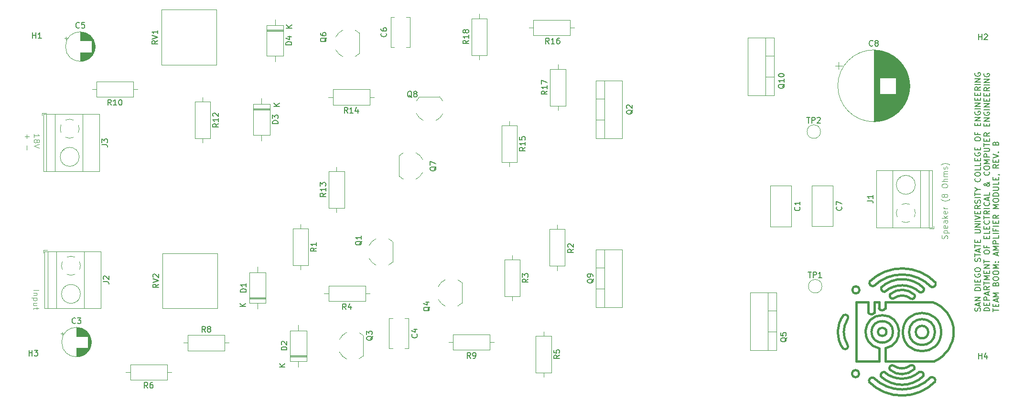
<source format=gbr>
%TF.GenerationSoftware,KiCad,Pcbnew,8.0.5*%
%TF.CreationDate,2024-10-14T07:35:35-07:00*%
%TF.ProjectId,Power_Amp_RevB,506f7765-725f-4416-9d70-5f526576422e,A*%
%TF.SameCoordinates,Original*%
%TF.FileFunction,Legend,Top*%
%TF.FilePolarity,Positive*%
%FSLAX46Y46*%
G04 Gerber Fmt 4.6, Leading zero omitted, Abs format (unit mm)*
G04 Created by KiCad (PCBNEW 8.0.5) date 2024-10-14 07:35:35*
%MOMM*%
%LPD*%
G01*
G04 APERTURE LIST*
%ADD10C,0.400000*%
%ADD11C,0.150000*%
%ADD12C,0.100000*%
%ADD13C,0.120000*%
G04 APERTURE END LIST*
D10*
X201571670Y-133388750D02*
G75*
G02*
X191435719Y-133456406I-5101570J4999150D01*
G01*
X192410203Y-120037702D02*
X192410203Y-121147441D01*
X193429394Y-118199597D02*
G75*
G02*
X199603392Y-118267915I3048806J-3485703D01*
G01*
X191506832Y-117167007D02*
G75*
G02*
X201641747Y-117323064I4989968J-5110493D01*
G01*
X193520800Y-120037702D02*
X201885537Y-120037702D01*
X201571670Y-133388750D02*
G75*
G02*
X202344678Y-134146247I219130J-549550D01*
G01*
X199541641Y-132426156D02*
G75*
G02*
X200257317Y-133160372I213559J-507744D01*
G01*
X193520800Y-121147332D02*
X193520800Y-120037702D01*
X195044956Y-119361012D02*
G75*
G02*
X194377889Y-118629576I-231456J458812D01*
G01*
X186026627Y-128253156D02*
G75*
G02*
X186123309Y-122354277I3970473J2885156D01*
G01*
X191626829Y-121865820D02*
X191626829Y-120037702D01*
X190672920Y-134224104D02*
G75*
G02*
X191435744Y-133456420I559880J206504D01*
G01*
X193727421Y-125318277D02*
G75*
G02*
X192238039Y-125318277I-744691J0D01*
G01*
X192238039Y-125318277D02*
G75*
G02*
X193727421Y-125318277I744691J0D01*
G01*
X190516232Y-120037702D02*
X190516232Y-121865821D01*
X188393558Y-120037702D02*
X190516232Y-120037702D01*
X192416905Y-130558808D02*
X188393558Y-130558808D01*
X192416905Y-128226174D02*
X192416905Y-130558808D01*
X186770855Y-127498870D02*
G75*
G02*
X186819163Y-123118199I3494145J2152070D01*
G01*
X200325448Y-117539960D02*
G75*
G02*
X199603388Y-118267946I-504148J-222040D01*
G01*
X191626829Y-121865821D02*
X191626829Y-120037702D01*
X201132735Y-125349000D02*
G75*
G02*
X198917265Y-125349000I-1107735J0D01*
G01*
X198917265Y-125349000D02*
G75*
G02*
X201132735Y-125349000I1107735J0D01*
G01*
X186123280Y-122354255D02*
G75*
G02*
X186819169Y-123118199I300220J-425445D01*
G01*
X194319505Y-132018877D02*
G75*
G02*
X194992907Y-131293291I437895J268877D01*
G01*
X191506832Y-117167007D02*
G75*
G02*
X190750790Y-116392663I-198032J562907D01*
G01*
X188960087Y-117864915D02*
G75*
G02*
X187669747Y-117864915I-645170J0D01*
G01*
X187669747Y-117864915D02*
G75*
G02*
X188960087Y-117864915I645170J0D01*
G01*
X198715011Y-118752394D02*
G75*
G02*
X198007608Y-119402843I-446311J-224506D01*
G01*
X186770855Y-127498870D02*
G75*
G02*
X186026600Y-128253184I-372155J-377130D01*
G01*
X191626829Y-121865820D02*
G75*
G02*
X190516183Y-121865845I-555329J270520D01*
G01*
X190750715Y-116392635D02*
G75*
G02*
X202421346Y-116572337I5746085J-5884865D01*
G01*
X199541641Y-132426156D02*
G75*
G02*
X193367275Y-132440570I-3095241J3444556D01*
G01*
X192416905Y-128226174D02*
G75*
G02*
X193548816Y-128226143I565875J2907914D01*
G01*
X203420501Y-125349000D02*
G75*
G02*
X196629499Y-125349000I-3395501J0D01*
G01*
X196629499Y-125349000D02*
G75*
G02*
X203420501Y-125349000I3395501J0D01*
G01*
X201885537Y-120037702D02*
G75*
G02*
X202153236Y-130558808I-1860537J-5311298D01*
G01*
X192743107Y-133230471D02*
G75*
G02*
X193367250Y-132440680I541393J213671D01*
G01*
X188895231Y-132730626D02*
G75*
G02*
X187604893Y-132730626I-645169J0D01*
G01*
X187604893Y-132730626D02*
G75*
G02*
X188895231Y-132730626I645169J0D01*
G01*
X197955782Y-131277295D02*
G75*
G02*
X194992927Y-131293271I-1491382J1838095D01*
G01*
X193548816Y-130558808D02*
X193548816Y-128226141D01*
X202421360Y-116572324D02*
G75*
G02*
X201641734Y-117323116I-555760J-203076D01*
G01*
X194377919Y-118629595D02*
G75*
G02*
X198714983Y-118752423I2101781J-2418405D01*
G01*
X193429394Y-118199597D02*
G75*
G02*
X192812224Y-117404322I-77594J576897D01*
G01*
X202322295Y-125349000D02*
G75*
G02*
X197727705Y-125349000I-2297295J0D01*
G01*
X197727705Y-125349000D02*
G75*
G02*
X202322295Y-125349000I2297295J0D01*
G01*
X194894580Y-125318277D02*
G75*
G02*
X191070880Y-125318277I-1911850J0D01*
G01*
X191070880Y-125318277D02*
G75*
G02*
X194894580Y-125318277I1911850J0D01*
G01*
X191626829Y-121865820D02*
X191626829Y-121865821D01*
X188393558Y-130558808D02*
X188393558Y-120037702D01*
X197955782Y-131277295D02*
G75*
G02*
X198657539Y-131933943I257418J-428205D01*
G01*
X192812152Y-117404293D02*
G75*
G02*
X200325486Y-117539922I3685648J-4002007D01*
G01*
X190516232Y-121865821D02*
X190516232Y-120037702D01*
X198657503Y-131933925D02*
G75*
G02*
X194319472Y-132018914I-2215203J2315025D01*
G01*
X200257300Y-133160364D02*
G75*
G02*
X192743113Y-133230465I-3793800J3899564D01*
G01*
X202153236Y-130558808D02*
X193548816Y-130558808D01*
X202344689Y-134146251D02*
G75*
G02*
X190672923Y-134224101I-5874539J5756601D01*
G01*
X191626829Y-120037702D02*
X192410203Y-120037702D01*
X193520800Y-121147332D02*
G75*
G02*
X192410243Y-121147421I-555300J270432D01*
G01*
X195044956Y-119361012D02*
G75*
G02*
X198007597Y-119402865I1455244J-1866788D01*
G01*
D11*
X210343312Y-121630639D02*
X210390931Y-121487782D01*
X210390931Y-121487782D02*
X210390931Y-121249687D01*
X210390931Y-121249687D02*
X210343312Y-121154449D01*
X210343312Y-121154449D02*
X210295692Y-121106830D01*
X210295692Y-121106830D02*
X210200454Y-121059211D01*
X210200454Y-121059211D02*
X210105216Y-121059211D01*
X210105216Y-121059211D02*
X210009978Y-121106830D01*
X210009978Y-121106830D02*
X209962359Y-121154449D01*
X209962359Y-121154449D02*
X209914740Y-121249687D01*
X209914740Y-121249687D02*
X209867121Y-121440163D01*
X209867121Y-121440163D02*
X209819502Y-121535401D01*
X209819502Y-121535401D02*
X209771883Y-121583020D01*
X209771883Y-121583020D02*
X209676645Y-121630639D01*
X209676645Y-121630639D02*
X209581407Y-121630639D01*
X209581407Y-121630639D02*
X209486169Y-121583020D01*
X209486169Y-121583020D02*
X209438550Y-121535401D01*
X209438550Y-121535401D02*
X209390931Y-121440163D01*
X209390931Y-121440163D02*
X209390931Y-121202068D01*
X209390931Y-121202068D02*
X209438550Y-121059211D01*
X210105216Y-120678258D02*
X210105216Y-120202068D01*
X210390931Y-120773496D02*
X209390931Y-120440163D01*
X209390931Y-120440163D02*
X210390931Y-120106830D01*
X210390931Y-119773496D02*
X209390931Y-119773496D01*
X209390931Y-119773496D02*
X210390931Y-119202068D01*
X210390931Y-119202068D02*
X209390931Y-119202068D01*
X210390931Y-117963972D02*
X209390931Y-117963972D01*
X209390931Y-117963972D02*
X209390931Y-117725877D01*
X209390931Y-117725877D02*
X209438550Y-117583020D01*
X209438550Y-117583020D02*
X209533788Y-117487782D01*
X209533788Y-117487782D02*
X209629026Y-117440163D01*
X209629026Y-117440163D02*
X209819502Y-117392544D01*
X209819502Y-117392544D02*
X209962359Y-117392544D01*
X209962359Y-117392544D02*
X210152835Y-117440163D01*
X210152835Y-117440163D02*
X210248073Y-117487782D01*
X210248073Y-117487782D02*
X210343312Y-117583020D01*
X210343312Y-117583020D02*
X210390931Y-117725877D01*
X210390931Y-117725877D02*
X210390931Y-117963972D01*
X210390931Y-116963972D02*
X209390931Y-116963972D01*
X209867121Y-116487782D02*
X209867121Y-116154449D01*
X210390931Y-116011592D02*
X210390931Y-116487782D01*
X210390931Y-116487782D02*
X209390931Y-116487782D01*
X209390931Y-116487782D02*
X209390931Y-116011592D01*
X209438550Y-115059211D02*
X209390931Y-115154449D01*
X209390931Y-115154449D02*
X209390931Y-115297306D01*
X209390931Y-115297306D02*
X209438550Y-115440163D01*
X209438550Y-115440163D02*
X209533788Y-115535401D01*
X209533788Y-115535401D02*
X209629026Y-115583020D01*
X209629026Y-115583020D02*
X209819502Y-115630639D01*
X209819502Y-115630639D02*
X209962359Y-115630639D01*
X209962359Y-115630639D02*
X210152835Y-115583020D01*
X210152835Y-115583020D02*
X210248073Y-115535401D01*
X210248073Y-115535401D02*
X210343312Y-115440163D01*
X210343312Y-115440163D02*
X210390931Y-115297306D01*
X210390931Y-115297306D02*
X210390931Y-115202068D01*
X210390931Y-115202068D02*
X210343312Y-115059211D01*
X210343312Y-115059211D02*
X210295692Y-115011592D01*
X210295692Y-115011592D02*
X209962359Y-115011592D01*
X209962359Y-115011592D02*
X209962359Y-115202068D01*
X209390931Y-114392544D02*
X209390931Y-114202068D01*
X209390931Y-114202068D02*
X209438550Y-114106830D01*
X209438550Y-114106830D02*
X209533788Y-114011592D01*
X209533788Y-114011592D02*
X209724264Y-113963973D01*
X209724264Y-113963973D02*
X210057597Y-113963973D01*
X210057597Y-113963973D02*
X210248073Y-114011592D01*
X210248073Y-114011592D02*
X210343312Y-114106830D01*
X210343312Y-114106830D02*
X210390931Y-114202068D01*
X210390931Y-114202068D02*
X210390931Y-114392544D01*
X210390931Y-114392544D02*
X210343312Y-114487782D01*
X210343312Y-114487782D02*
X210248073Y-114583020D01*
X210248073Y-114583020D02*
X210057597Y-114630639D01*
X210057597Y-114630639D02*
X209724264Y-114630639D01*
X209724264Y-114630639D02*
X209533788Y-114583020D01*
X209533788Y-114583020D02*
X209438550Y-114487782D01*
X209438550Y-114487782D02*
X209390931Y-114392544D01*
X210343312Y-112821115D02*
X210390931Y-112678258D01*
X210390931Y-112678258D02*
X210390931Y-112440163D01*
X210390931Y-112440163D02*
X210343312Y-112344925D01*
X210343312Y-112344925D02*
X210295692Y-112297306D01*
X210295692Y-112297306D02*
X210200454Y-112249687D01*
X210200454Y-112249687D02*
X210105216Y-112249687D01*
X210105216Y-112249687D02*
X210009978Y-112297306D01*
X210009978Y-112297306D02*
X209962359Y-112344925D01*
X209962359Y-112344925D02*
X209914740Y-112440163D01*
X209914740Y-112440163D02*
X209867121Y-112630639D01*
X209867121Y-112630639D02*
X209819502Y-112725877D01*
X209819502Y-112725877D02*
X209771883Y-112773496D01*
X209771883Y-112773496D02*
X209676645Y-112821115D01*
X209676645Y-112821115D02*
X209581407Y-112821115D01*
X209581407Y-112821115D02*
X209486169Y-112773496D01*
X209486169Y-112773496D02*
X209438550Y-112725877D01*
X209438550Y-112725877D02*
X209390931Y-112630639D01*
X209390931Y-112630639D02*
X209390931Y-112392544D01*
X209390931Y-112392544D02*
X209438550Y-112249687D01*
X209390931Y-111963972D02*
X209390931Y-111392544D01*
X210390931Y-111678258D02*
X209390931Y-111678258D01*
X210105216Y-111106829D02*
X210105216Y-110630639D01*
X210390931Y-111202067D02*
X209390931Y-110868734D01*
X209390931Y-110868734D02*
X210390931Y-110535401D01*
X209390931Y-110344924D02*
X209390931Y-109773496D01*
X210390931Y-110059210D02*
X209390931Y-110059210D01*
X209867121Y-109440162D02*
X209867121Y-109106829D01*
X210390931Y-108963972D02*
X210390931Y-109440162D01*
X210390931Y-109440162D02*
X209390931Y-109440162D01*
X209390931Y-109440162D02*
X209390931Y-108963972D01*
X209390931Y-107773495D02*
X210200454Y-107773495D01*
X210200454Y-107773495D02*
X210295692Y-107725876D01*
X210295692Y-107725876D02*
X210343312Y-107678257D01*
X210343312Y-107678257D02*
X210390931Y-107583019D01*
X210390931Y-107583019D02*
X210390931Y-107392543D01*
X210390931Y-107392543D02*
X210343312Y-107297305D01*
X210343312Y-107297305D02*
X210295692Y-107249686D01*
X210295692Y-107249686D02*
X210200454Y-107202067D01*
X210200454Y-107202067D02*
X209390931Y-107202067D01*
X210390931Y-106725876D02*
X209390931Y-106725876D01*
X209390931Y-106725876D02*
X210390931Y-106154448D01*
X210390931Y-106154448D02*
X209390931Y-106154448D01*
X210390931Y-105678257D02*
X209390931Y-105678257D01*
X209390931Y-105344924D02*
X210390931Y-105011591D01*
X210390931Y-105011591D02*
X209390931Y-104678258D01*
X209867121Y-104344924D02*
X209867121Y-104011591D01*
X210390931Y-103868734D02*
X210390931Y-104344924D01*
X210390931Y-104344924D02*
X209390931Y-104344924D01*
X209390931Y-104344924D02*
X209390931Y-103868734D01*
X210390931Y-102868734D02*
X209914740Y-103202067D01*
X210390931Y-103440162D02*
X209390931Y-103440162D01*
X209390931Y-103440162D02*
X209390931Y-103059210D01*
X209390931Y-103059210D02*
X209438550Y-102963972D01*
X209438550Y-102963972D02*
X209486169Y-102916353D01*
X209486169Y-102916353D02*
X209581407Y-102868734D01*
X209581407Y-102868734D02*
X209724264Y-102868734D01*
X209724264Y-102868734D02*
X209819502Y-102916353D01*
X209819502Y-102916353D02*
X209867121Y-102963972D01*
X209867121Y-102963972D02*
X209914740Y-103059210D01*
X209914740Y-103059210D02*
X209914740Y-103440162D01*
X210343312Y-102487781D02*
X210390931Y-102344924D01*
X210390931Y-102344924D02*
X210390931Y-102106829D01*
X210390931Y-102106829D02*
X210343312Y-102011591D01*
X210343312Y-102011591D02*
X210295692Y-101963972D01*
X210295692Y-101963972D02*
X210200454Y-101916353D01*
X210200454Y-101916353D02*
X210105216Y-101916353D01*
X210105216Y-101916353D02*
X210009978Y-101963972D01*
X210009978Y-101963972D02*
X209962359Y-102011591D01*
X209962359Y-102011591D02*
X209914740Y-102106829D01*
X209914740Y-102106829D02*
X209867121Y-102297305D01*
X209867121Y-102297305D02*
X209819502Y-102392543D01*
X209819502Y-102392543D02*
X209771883Y-102440162D01*
X209771883Y-102440162D02*
X209676645Y-102487781D01*
X209676645Y-102487781D02*
X209581407Y-102487781D01*
X209581407Y-102487781D02*
X209486169Y-102440162D01*
X209486169Y-102440162D02*
X209438550Y-102392543D01*
X209438550Y-102392543D02*
X209390931Y-102297305D01*
X209390931Y-102297305D02*
X209390931Y-102059210D01*
X209390931Y-102059210D02*
X209438550Y-101916353D01*
X210390931Y-101487781D02*
X209390931Y-101487781D01*
X209390931Y-101154448D02*
X209390931Y-100583020D01*
X210390931Y-100868734D02*
X209390931Y-100868734D01*
X209914740Y-100059210D02*
X210390931Y-100059210D01*
X209390931Y-100392543D02*
X209914740Y-100059210D01*
X209914740Y-100059210D02*
X209390931Y-99725877D01*
X210295692Y-98059210D02*
X210343312Y-98106829D01*
X210343312Y-98106829D02*
X210390931Y-98249686D01*
X210390931Y-98249686D02*
X210390931Y-98344924D01*
X210390931Y-98344924D02*
X210343312Y-98487781D01*
X210343312Y-98487781D02*
X210248073Y-98583019D01*
X210248073Y-98583019D02*
X210152835Y-98630638D01*
X210152835Y-98630638D02*
X209962359Y-98678257D01*
X209962359Y-98678257D02*
X209819502Y-98678257D01*
X209819502Y-98678257D02*
X209629026Y-98630638D01*
X209629026Y-98630638D02*
X209533788Y-98583019D01*
X209533788Y-98583019D02*
X209438550Y-98487781D01*
X209438550Y-98487781D02*
X209390931Y-98344924D01*
X209390931Y-98344924D02*
X209390931Y-98249686D01*
X209390931Y-98249686D02*
X209438550Y-98106829D01*
X209438550Y-98106829D02*
X209486169Y-98059210D01*
X209390931Y-97440162D02*
X209390931Y-97249686D01*
X209390931Y-97249686D02*
X209438550Y-97154448D01*
X209438550Y-97154448D02*
X209533788Y-97059210D01*
X209533788Y-97059210D02*
X209724264Y-97011591D01*
X209724264Y-97011591D02*
X210057597Y-97011591D01*
X210057597Y-97011591D02*
X210248073Y-97059210D01*
X210248073Y-97059210D02*
X210343312Y-97154448D01*
X210343312Y-97154448D02*
X210390931Y-97249686D01*
X210390931Y-97249686D02*
X210390931Y-97440162D01*
X210390931Y-97440162D02*
X210343312Y-97535400D01*
X210343312Y-97535400D02*
X210248073Y-97630638D01*
X210248073Y-97630638D02*
X210057597Y-97678257D01*
X210057597Y-97678257D02*
X209724264Y-97678257D01*
X209724264Y-97678257D02*
X209533788Y-97630638D01*
X209533788Y-97630638D02*
X209438550Y-97535400D01*
X209438550Y-97535400D02*
X209390931Y-97440162D01*
X210390931Y-96106829D02*
X210390931Y-96583019D01*
X210390931Y-96583019D02*
X209390931Y-96583019D01*
X210390931Y-95297305D02*
X210390931Y-95773495D01*
X210390931Y-95773495D02*
X209390931Y-95773495D01*
X209867121Y-94963971D02*
X209867121Y-94630638D01*
X210390931Y-94487781D02*
X210390931Y-94963971D01*
X210390931Y-94963971D02*
X209390931Y-94963971D01*
X209390931Y-94963971D02*
X209390931Y-94487781D01*
X209438550Y-93535400D02*
X209390931Y-93630638D01*
X209390931Y-93630638D02*
X209390931Y-93773495D01*
X209390931Y-93773495D02*
X209438550Y-93916352D01*
X209438550Y-93916352D02*
X209533788Y-94011590D01*
X209533788Y-94011590D02*
X209629026Y-94059209D01*
X209629026Y-94059209D02*
X209819502Y-94106828D01*
X209819502Y-94106828D02*
X209962359Y-94106828D01*
X209962359Y-94106828D02*
X210152835Y-94059209D01*
X210152835Y-94059209D02*
X210248073Y-94011590D01*
X210248073Y-94011590D02*
X210343312Y-93916352D01*
X210343312Y-93916352D02*
X210390931Y-93773495D01*
X210390931Y-93773495D02*
X210390931Y-93678257D01*
X210390931Y-93678257D02*
X210343312Y-93535400D01*
X210343312Y-93535400D02*
X210295692Y-93487781D01*
X210295692Y-93487781D02*
X209962359Y-93487781D01*
X209962359Y-93487781D02*
X209962359Y-93678257D01*
X209867121Y-93059209D02*
X209867121Y-92725876D01*
X210390931Y-92583019D02*
X210390931Y-93059209D01*
X210390931Y-93059209D02*
X209390931Y-93059209D01*
X209390931Y-93059209D02*
X209390931Y-92583019D01*
X209390931Y-91202066D02*
X209390931Y-91011590D01*
X209390931Y-91011590D02*
X209438550Y-90916352D01*
X209438550Y-90916352D02*
X209533788Y-90821114D01*
X209533788Y-90821114D02*
X209724264Y-90773495D01*
X209724264Y-90773495D02*
X210057597Y-90773495D01*
X210057597Y-90773495D02*
X210248073Y-90821114D01*
X210248073Y-90821114D02*
X210343312Y-90916352D01*
X210343312Y-90916352D02*
X210390931Y-91011590D01*
X210390931Y-91011590D02*
X210390931Y-91202066D01*
X210390931Y-91202066D02*
X210343312Y-91297304D01*
X210343312Y-91297304D02*
X210248073Y-91392542D01*
X210248073Y-91392542D02*
X210057597Y-91440161D01*
X210057597Y-91440161D02*
X209724264Y-91440161D01*
X209724264Y-91440161D02*
X209533788Y-91392542D01*
X209533788Y-91392542D02*
X209438550Y-91297304D01*
X209438550Y-91297304D02*
X209390931Y-91202066D01*
X209867121Y-90011590D02*
X209867121Y-90344923D01*
X210390931Y-90344923D02*
X209390931Y-90344923D01*
X209390931Y-90344923D02*
X209390931Y-89868733D01*
X209867121Y-88725875D02*
X209867121Y-88392542D01*
X210390931Y-88249685D02*
X210390931Y-88725875D01*
X210390931Y-88725875D02*
X209390931Y-88725875D01*
X209390931Y-88725875D02*
X209390931Y-88249685D01*
X210390931Y-87821113D02*
X209390931Y-87821113D01*
X209390931Y-87821113D02*
X210390931Y-87249685D01*
X210390931Y-87249685D02*
X209390931Y-87249685D01*
X209438550Y-86249685D02*
X209390931Y-86344923D01*
X209390931Y-86344923D02*
X209390931Y-86487780D01*
X209390931Y-86487780D02*
X209438550Y-86630637D01*
X209438550Y-86630637D02*
X209533788Y-86725875D01*
X209533788Y-86725875D02*
X209629026Y-86773494D01*
X209629026Y-86773494D02*
X209819502Y-86821113D01*
X209819502Y-86821113D02*
X209962359Y-86821113D01*
X209962359Y-86821113D02*
X210152835Y-86773494D01*
X210152835Y-86773494D02*
X210248073Y-86725875D01*
X210248073Y-86725875D02*
X210343312Y-86630637D01*
X210343312Y-86630637D02*
X210390931Y-86487780D01*
X210390931Y-86487780D02*
X210390931Y-86392542D01*
X210390931Y-86392542D02*
X210343312Y-86249685D01*
X210343312Y-86249685D02*
X210295692Y-86202066D01*
X210295692Y-86202066D02*
X209962359Y-86202066D01*
X209962359Y-86202066D02*
X209962359Y-86392542D01*
X210390931Y-85773494D02*
X209390931Y-85773494D01*
X210390931Y-85297304D02*
X209390931Y-85297304D01*
X209390931Y-85297304D02*
X210390931Y-84725876D01*
X210390931Y-84725876D02*
X209390931Y-84725876D01*
X209867121Y-84249685D02*
X209867121Y-83916352D01*
X210390931Y-83773495D02*
X210390931Y-84249685D01*
X210390931Y-84249685D02*
X209390931Y-84249685D01*
X209390931Y-84249685D02*
X209390931Y-83773495D01*
X209867121Y-83344923D02*
X209867121Y-83011590D01*
X210390931Y-82868733D02*
X210390931Y-83344923D01*
X210390931Y-83344923D02*
X209390931Y-83344923D01*
X209390931Y-83344923D02*
X209390931Y-82868733D01*
X210390931Y-81868733D02*
X209914740Y-82202066D01*
X210390931Y-82440161D02*
X209390931Y-82440161D01*
X209390931Y-82440161D02*
X209390931Y-82059209D01*
X209390931Y-82059209D02*
X209438550Y-81963971D01*
X209438550Y-81963971D02*
X209486169Y-81916352D01*
X209486169Y-81916352D02*
X209581407Y-81868733D01*
X209581407Y-81868733D02*
X209724264Y-81868733D01*
X209724264Y-81868733D02*
X209819502Y-81916352D01*
X209819502Y-81916352D02*
X209867121Y-81963971D01*
X209867121Y-81963971D02*
X209914740Y-82059209D01*
X209914740Y-82059209D02*
X209914740Y-82440161D01*
X210390931Y-81440161D02*
X209390931Y-81440161D01*
X210390931Y-80963971D02*
X209390931Y-80963971D01*
X209390931Y-80963971D02*
X210390931Y-80392543D01*
X210390931Y-80392543D02*
X209390931Y-80392543D01*
X209438550Y-79392543D02*
X209390931Y-79487781D01*
X209390931Y-79487781D02*
X209390931Y-79630638D01*
X209390931Y-79630638D02*
X209438550Y-79773495D01*
X209438550Y-79773495D02*
X209533788Y-79868733D01*
X209533788Y-79868733D02*
X209629026Y-79916352D01*
X209629026Y-79916352D02*
X209819502Y-79963971D01*
X209819502Y-79963971D02*
X209962359Y-79963971D01*
X209962359Y-79963971D02*
X210152835Y-79916352D01*
X210152835Y-79916352D02*
X210248073Y-79868733D01*
X210248073Y-79868733D02*
X210343312Y-79773495D01*
X210343312Y-79773495D02*
X210390931Y-79630638D01*
X210390931Y-79630638D02*
X210390931Y-79535400D01*
X210390931Y-79535400D02*
X210343312Y-79392543D01*
X210343312Y-79392543D02*
X210295692Y-79344924D01*
X210295692Y-79344924D02*
X209962359Y-79344924D01*
X209962359Y-79344924D02*
X209962359Y-79535400D01*
X212000875Y-121583020D02*
X211000875Y-121583020D01*
X211000875Y-121583020D02*
X211000875Y-121344925D01*
X211000875Y-121344925D02*
X211048494Y-121202068D01*
X211048494Y-121202068D02*
X211143732Y-121106830D01*
X211143732Y-121106830D02*
X211238970Y-121059211D01*
X211238970Y-121059211D02*
X211429446Y-121011592D01*
X211429446Y-121011592D02*
X211572303Y-121011592D01*
X211572303Y-121011592D02*
X211762779Y-121059211D01*
X211762779Y-121059211D02*
X211858017Y-121106830D01*
X211858017Y-121106830D02*
X211953256Y-121202068D01*
X211953256Y-121202068D02*
X212000875Y-121344925D01*
X212000875Y-121344925D02*
X212000875Y-121583020D01*
X211477065Y-120583020D02*
X211477065Y-120249687D01*
X212000875Y-120106830D02*
X212000875Y-120583020D01*
X212000875Y-120583020D02*
X211000875Y-120583020D01*
X211000875Y-120583020D02*
X211000875Y-120106830D01*
X212000875Y-119678258D02*
X211000875Y-119678258D01*
X211000875Y-119678258D02*
X211000875Y-119297306D01*
X211000875Y-119297306D02*
X211048494Y-119202068D01*
X211048494Y-119202068D02*
X211096113Y-119154449D01*
X211096113Y-119154449D02*
X211191351Y-119106830D01*
X211191351Y-119106830D02*
X211334208Y-119106830D01*
X211334208Y-119106830D02*
X211429446Y-119154449D01*
X211429446Y-119154449D02*
X211477065Y-119202068D01*
X211477065Y-119202068D02*
X211524684Y-119297306D01*
X211524684Y-119297306D02*
X211524684Y-119678258D01*
X211715160Y-118725877D02*
X211715160Y-118249687D01*
X212000875Y-118821115D02*
X211000875Y-118487782D01*
X211000875Y-118487782D02*
X212000875Y-118154449D01*
X212000875Y-117249687D02*
X211524684Y-117583020D01*
X212000875Y-117821115D02*
X211000875Y-117821115D01*
X211000875Y-117821115D02*
X211000875Y-117440163D01*
X211000875Y-117440163D02*
X211048494Y-117344925D01*
X211048494Y-117344925D02*
X211096113Y-117297306D01*
X211096113Y-117297306D02*
X211191351Y-117249687D01*
X211191351Y-117249687D02*
X211334208Y-117249687D01*
X211334208Y-117249687D02*
X211429446Y-117297306D01*
X211429446Y-117297306D02*
X211477065Y-117344925D01*
X211477065Y-117344925D02*
X211524684Y-117440163D01*
X211524684Y-117440163D02*
X211524684Y-117821115D01*
X211000875Y-116963972D02*
X211000875Y-116392544D01*
X212000875Y-116678258D02*
X211000875Y-116678258D01*
X212000875Y-116059210D02*
X211000875Y-116059210D01*
X211000875Y-116059210D02*
X211715160Y-115725877D01*
X211715160Y-115725877D02*
X211000875Y-115392544D01*
X211000875Y-115392544D02*
X212000875Y-115392544D01*
X211477065Y-114916353D02*
X211477065Y-114583020D01*
X212000875Y-114440163D02*
X212000875Y-114916353D01*
X212000875Y-114916353D02*
X211000875Y-114916353D01*
X211000875Y-114916353D02*
X211000875Y-114440163D01*
X212000875Y-114011591D02*
X211000875Y-114011591D01*
X211000875Y-114011591D02*
X212000875Y-113440163D01*
X212000875Y-113440163D02*
X211000875Y-113440163D01*
X211000875Y-113106829D02*
X211000875Y-112535401D01*
X212000875Y-112821115D02*
X211000875Y-112821115D01*
X211000875Y-111249686D02*
X211000875Y-111059210D01*
X211000875Y-111059210D02*
X211048494Y-110963972D01*
X211048494Y-110963972D02*
X211143732Y-110868734D01*
X211143732Y-110868734D02*
X211334208Y-110821115D01*
X211334208Y-110821115D02*
X211667541Y-110821115D01*
X211667541Y-110821115D02*
X211858017Y-110868734D01*
X211858017Y-110868734D02*
X211953256Y-110963972D01*
X211953256Y-110963972D02*
X212000875Y-111059210D01*
X212000875Y-111059210D02*
X212000875Y-111249686D01*
X212000875Y-111249686D02*
X211953256Y-111344924D01*
X211953256Y-111344924D02*
X211858017Y-111440162D01*
X211858017Y-111440162D02*
X211667541Y-111487781D01*
X211667541Y-111487781D02*
X211334208Y-111487781D01*
X211334208Y-111487781D02*
X211143732Y-111440162D01*
X211143732Y-111440162D02*
X211048494Y-111344924D01*
X211048494Y-111344924D02*
X211000875Y-111249686D01*
X211477065Y-110059210D02*
X211477065Y-110392543D01*
X212000875Y-110392543D02*
X211000875Y-110392543D01*
X211000875Y-110392543D02*
X211000875Y-109916353D01*
X211477065Y-108773495D02*
X211477065Y-108440162D01*
X212000875Y-108297305D02*
X212000875Y-108773495D01*
X212000875Y-108773495D02*
X211000875Y-108773495D01*
X211000875Y-108773495D02*
X211000875Y-108297305D01*
X212000875Y-107392543D02*
X212000875Y-107868733D01*
X212000875Y-107868733D02*
X211000875Y-107868733D01*
X211477065Y-107059209D02*
X211477065Y-106725876D01*
X212000875Y-106583019D02*
X212000875Y-107059209D01*
X212000875Y-107059209D02*
X211000875Y-107059209D01*
X211000875Y-107059209D02*
X211000875Y-106583019D01*
X211905636Y-105583019D02*
X211953256Y-105630638D01*
X211953256Y-105630638D02*
X212000875Y-105773495D01*
X212000875Y-105773495D02*
X212000875Y-105868733D01*
X212000875Y-105868733D02*
X211953256Y-106011590D01*
X211953256Y-106011590D02*
X211858017Y-106106828D01*
X211858017Y-106106828D02*
X211762779Y-106154447D01*
X211762779Y-106154447D02*
X211572303Y-106202066D01*
X211572303Y-106202066D02*
X211429446Y-106202066D01*
X211429446Y-106202066D02*
X211238970Y-106154447D01*
X211238970Y-106154447D02*
X211143732Y-106106828D01*
X211143732Y-106106828D02*
X211048494Y-106011590D01*
X211048494Y-106011590D02*
X211000875Y-105868733D01*
X211000875Y-105868733D02*
X211000875Y-105773495D01*
X211000875Y-105773495D02*
X211048494Y-105630638D01*
X211048494Y-105630638D02*
X211096113Y-105583019D01*
X211000875Y-105297304D02*
X211000875Y-104725876D01*
X212000875Y-105011590D02*
X211000875Y-105011590D01*
X212000875Y-103821114D02*
X211524684Y-104154447D01*
X212000875Y-104392542D02*
X211000875Y-104392542D01*
X211000875Y-104392542D02*
X211000875Y-104011590D01*
X211000875Y-104011590D02*
X211048494Y-103916352D01*
X211048494Y-103916352D02*
X211096113Y-103868733D01*
X211096113Y-103868733D02*
X211191351Y-103821114D01*
X211191351Y-103821114D02*
X211334208Y-103821114D01*
X211334208Y-103821114D02*
X211429446Y-103868733D01*
X211429446Y-103868733D02*
X211477065Y-103916352D01*
X211477065Y-103916352D02*
X211524684Y-104011590D01*
X211524684Y-104011590D02*
X211524684Y-104392542D01*
X212000875Y-103392542D02*
X211000875Y-103392542D01*
X211905636Y-102344924D02*
X211953256Y-102392543D01*
X211953256Y-102392543D02*
X212000875Y-102535400D01*
X212000875Y-102535400D02*
X212000875Y-102630638D01*
X212000875Y-102630638D02*
X211953256Y-102773495D01*
X211953256Y-102773495D02*
X211858017Y-102868733D01*
X211858017Y-102868733D02*
X211762779Y-102916352D01*
X211762779Y-102916352D02*
X211572303Y-102963971D01*
X211572303Y-102963971D02*
X211429446Y-102963971D01*
X211429446Y-102963971D02*
X211238970Y-102916352D01*
X211238970Y-102916352D02*
X211143732Y-102868733D01*
X211143732Y-102868733D02*
X211048494Y-102773495D01*
X211048494Y-102773495D02*
X211000875Y-102630638D01*
X211000875Y-102630638D02*
X211000875Y-102535400D01*
X211000875Y-102535400D02*
X211048494Y-102392543D01*
X211048494Y-102392543D02*
X211096113Y-102344924D01*
X211715160Y-101963971D02*
X211715160Y-101487781D01*
X212000875Y-102059209D02*
X211000875Y-101725876D01*
X211000875Y-101725876D02*
X212000875Y-101392543D01*
X212000875Y-100583019D02*
X212000875Y-101059209D01*
X212000875Y-101059209D02*
X211000875Y-101059209D01*
X212000875Y-98678256D02*
X212000875Y-98725876D01*
X212000875Y-98725876D02*
X211953256Y-98821114D01*
X211953256Y-98821114D02*
X211810398Y-98963971D01*
X211810398Y-98963971D02*
X211524684Y-99202066D01*
X211524684Y-99202066D02*
X211381827Y-99297304D01*
X211381827Y-99297304D02*
X211238970Y-99344923D01*
X211238970Y-99344923D02*
X211143732Y-99344923D01*
X211143732Y-99344923D02*
X211048494Y-99297304D01*
X211048494Y-99297304D02*
X211000875Y-99202066D01*
X211000875Y-99202066D02*
X211000875Y-99154447D01*
X211000875Y-99154447D02*
X211048494Y-99059209D01*
X211048494Y-99059209D02*
X211143732Y-99011590D01*
X211143732Y-99011590D02*
X211191351Y-99011590D01*
X211191351Y-99011590D02*
X211286589Y-99059209D01*
X211286589Y-99059209D02*
X211334208Y-99106828D01*
X211334208Y-99106828D02*
X211524684Y-99392542D01*
X211524684Y-99392542D02*
X211572303Y-99440161D01*
X211572303Y-99440161D02*
X211667541Y-99487780D01*
X211667541Y-99487780D02*
X211810398Y-99487780D01*
X211810398Y-99487780D02*
X211905636Y-99440161D01*
X211905636Y-99440161D02*
X211953256Y-99392542D01*
X211953256Y-99392542D02*
X212000875Y-99297304D01*
X212000875Y-99297304D02*
X212000875Y-99154447D01*
X212000875Y-99154447D02*
X211953256Y-99059209D01*
X211953256Y-99059209D02*
X211905636Y-99011590D01*
X211905636Y-99011590D02*
X211715160Y-98868733D01*
X211715160Y-98868733D02*
X211572303Y-98821114D01*
X211572303Y-98821114D02*
X211477065Y-98821114D01*
X211905636Y-96916352D02*
X211953256Y-96963971D01*
X211953256Y-96963971D02*
X212000875Y-97106828D01*
X212000875Y-97106828D02*
X212000875Y-97202066D01*
X212000875Y-97202066D02*
X211953256Y-97344923D01*
X211953256Y-97344923D02*
X211858017Y-97440161D01*
X211858017Y-97440161D02*
X211762779Y-97487780D01*
X211762779Y-97487780D02*
X211572303Y-97535399D01*
X211572303Y-97535399D02*
X211429446Y-97535399D01*
X211429446Y-97535399D02*
X211238970Y-97487780D01*
X211238970Y-97487780D02*
X211143732Y-97440161D01*
X211143732Y-97440161D02*
X211048494Y-97344923D01*
X211048494Y-97344923D02*
X211000875Y-97202066D01*
X211000875Y-97202066D02*
X211000875Y-97106828D01*
X211000875Y-97106828D02*
X211048494Y-96963971D01*
X211048494Y-96963971D02*
X211096113Y-96916352D01*
X211000875Y-96297304D02*
X211000875Y-96106828D01*
X211000875Y-96106828D02*
X211048494Y-96011590D01*
X211048494Y-96011590D02*
X211143732Y-95916352D01*
X211143732Y-95916352D02*
X211334208Y-95868733D01*
X211334208Y-95868733D02*
X211667541Y-95868733D01*
X211667541Y-95868733D02*
X211858017Y-95916352D01*
X211858017Y-95916352D02*
X211953256Y-96011590D01*
X211953256Y-96011590D02*
X212000875Y-96106828D01*
X212000875Y-96106828D02*
X212000875Y-96297304D01*
X212000875Y-96297304D02*
X211953256Y-96392542D01*
X211953256Y-96392542D02*
X211858017Y-96487780D01*
X211858017Y-96487780D02*
X211667541Y-96535399D01*
X211667541Y-96535399D02*
X211334208Y-96535399D01*
X211334208Y-96535399D02*
X211143732Y-96487780D01*
X211143732Y-96487780D02*
X211048494Y-96392542D01*
X211048494Y-96392542D02*
X211000875Y-96297304D01*
X212000875Y-95440161D02*
X211000875Y-95440161D01*
X211000875Y-95440161D02*
X211715160Y-95106828D01*
X211715160Y-95106828D02*
X211000875Y-94773495D01*
X211000875Y-94773495D02*
X212000875Y-94773495D01*
X212000875Y-94297304D02*
X211000875Y-94297304D01*
X211000875Y-94297304D02*
X211000875Y-93916352D01*
X211000875Y-93916352D02*
X211048494Y-93821114D01*
X211048494Y-93821114D02*
X211096113Y-93773495D01*
X211096113Y-93773495D02*
X211191351Y-93725876D01*
X211191351Y-93725876D02*
X211334208Y-93725876D01*
X211334208Y-93725876D02*
X211429446Y-93773495D01*
X211429446Y-93773495D02*
X211477065Y-93821114D01*
X211477065Y-93821114D02*
X211524684Y-93916352D01*
X211524684Y-93916352D02*
X211524684Y-94297304D01*
X211000875Y-93297304D02*
X211810398Y-93297304D01*
X211810398Y-93297304D02*
X211905636Y-93249685D01*
X211905636Y-93249685D02*
X211953256Y-93202066D01*
X211953256Y-93202066D02*
X212000875Y-93106828D01*
X212000875Y-93106828D02*
X212000875Y-92916352D01*
X212000875Y-92916352D02*
X211953256Y-92821114D01*
X211953256Y-92821114D02*
X211905636Y-92773495D01*
X211905636Y-92773495D02*
X211810398Y-92725876D01*
X211810398Y-92725876D02*
X211000875Y-92725876D01*
X211000875Y-92392542D02*
X211000875Y-91821114D01*
X212000875Y-92106828D02*
X211000875Y-92106828D01*
X211477065Y-91487780D02*
X211477065Y-91154447D01*
X212000875Y-91011590D02*
X212000875Y-91487780D01*
X212000875Y-91487780D02*
X211000875Y-91487780D01*
X211000875Y-91487780D02*
X211000875Y-91011590D01*
X212000875Y-90011590D02*
X211524684Y-90344923D01*
X212000875Y-90583018D02*
X211000875Y-90583018D01*
X211000875Y-90583018D02*
X211000875Y-90202066D01*
X211000875Y-90202066D02*
X211048494Y-90106828D01*
X211048494Y-90106828D02*
X211096113Y-90059209D01*
X211096113Y-90059209D02*
X211191351Y-90011590D01*
X211191351Y-90011590D02*
X211334208Y-90011590D01*
X211334208Y-90011590D02*
X211429446Y-90059209D01*
X211429446Y-90059209D02*
X211477065Y-90106828D01*
X211477065Y-90106828D02*
X211524684Y-90202066D01*
X211524684Y-90202066D02*
X211524684Y-90583018D01*
X211477065Y-88821113D02*
X211477065Y-88487780D01*
X212000875Y-88344923D02*
X212000875Y-88821113D01*
X212000875Y-88821113D02*
X211000875Y-88821113D01*
X211000875Y-88821113D02*
X211000875Y-88344923D01*
X212000875Y-87916351D02*
X211000875Y-87916351D01*
X211000875Y-87916351D02*
X212000875Y-87344923D01*
X212000875Y-87344923D02*
X211000875Y-87344923D01*
X211048494Y-86344923D02*
X211000875Y-86440161D01*
X211000875Y-86440161D02*
X211000875Y-86583018D01*
X211000875Y-86583018D02*
X211048494Y-86725875D01*
X211048494Y-86725875D02*
X211143732Y-86821113D01*
X211143732Y-86821113D02*
X211238970Y-86868732D01*
X211238970Y-86868732D02*
X211429446Y-86916351D01*
X211429446Y-86916351D02*
X211572303Y-86916351D01*
X211572303Y-86916351D02*
X211762779Y-86868732D01*
X211762779Y-86868732D02*
X211858017Y-86821113D01*
X211858017Y-86821113D02*
X211953256Y-86725875D01*
X211953256Y-86725875D02*
X212000875Y-86583018D01*
X212000875Y-86583018D02*
X212000875Y-86487780D01*
X212000875Y-86487780D02*
X211953256Y-86344923D01*
X211953256Y-86344923D02*
X211905636Y-86297304D01*
X211905636Y-86297304D02*
X211572303Y-86297304D01*
X211572303Y-86297304D02*
X211572303Y-86487780D01*
X212000875Y-85868732D02*
X211000875Y-85868732D01*
X212000875Y-85392542D02*
X211000875Y-85392542D01*
X211000875Y-85392542D02*
X212000875Y-84821114D01*
X212000875Y-84821114D02*
X211000875Y-84821114D01*
X211477065Y-84344923D02*
X211477065Y-84011590D01*
X212000875Y-83868733D02*
X212000875Y-84344923D01*
X212000875Y-84344923D02*
X211000875Y-84344923D01*
X211000875Y-84344923D02*
X211000875Y-83868733D01*
X211477065Y-83440161D02*
X211477065Y-83106828D01*
X212000875Y-82963971D02*
X212000875Y-83440161D01*
X212000875Y-83440161D02*
X211000875Y-83440161D01*
X211000875Y-83440161D02*
X211000875Y-82963971D01*
X212000875Y-81963971D02*
X211524684Y-82297304D01*
X212000875Y-82535399D02*
X211000875Y-82535399D01*
X211000875Y-82535399D02*
X211000875Y-82154447D01*
X211000875Y-82154447D02*
X211048494Y-82059209D01*
X211048494Y-82059209D02*
X211096113Y-82011590D01*
X211096113Y-82011590D02*
X211191351Y-81963971D01*
X211191351Y-81963971D02*
X211334208Y-81963971D01*
X211334208Y-81963971D02*
X211429446Y-82011590D01*
X211429446Y-82011590D02*
X211477065Y-82059209D01*
X211477065Y-82059209D02*
X211524684Y-82154447D01*
X211524684Y-82154447D02*
X211524684Y-82535399D01*
X212000875Y-81535399D02*
X211000875Y-81535399D01*
X212000875Y-81059209D02*
X211000875Y-81059209D01*
X211000875Y-81059209D02*
X212000875Y-80487781D01*
X212000875Y-80487781D02*
X211000875Y-80487781D01*
X211048494Y-79487781D02*
X211000875Y-79583019D01*
X211000875Y-79583019D02*
X211000875Y-79725876D01*
X211000875Y-79725876D02*
X211048494Y-79868733D01*
X211048494Y-79868733D02*
X211143732Y-79963971D01*
X211143732Y-79963971D02*
X211238970Y-80011590D01*
X211238970Y-80011590D02*
X211429446Y-80059209D01*
X211429446Y-80059209D02*
X211572303Y-80059209D01*
X211572303Y-80059209D02*
X211762779Y-80011590D01*
X211762779Y-80011590D02*
X211858017Y-79963971D01*
X211858017Y-79963971D02*
X211953256Y-79868733D01*
X211953256Y-79868733D02*
X212000875Y-79725876D01*
X212000875Y-79725876D02*
X212000875Y-79630638D01*
X212000875Y-79630638D02*
X211953256Y-79487781D01*
X211953256Y-79487781D02*
X211905636Y-79440162D01*
X211905636Y-79440162D02*
X211572303Y-79440162D01*
X211572303Y-79440162D02*
X211572303Y-79630638D01*
X212610819Y-121725877D02*
X212610819Y-121154449D01*
X213610819Y-121440163D02*
X212610819Y-121440163D01*
X213087009Y-120821115D02*
X213087009Y-120487782D01*
X213610819Y-120344925D02*
X213610819Y-120821115D01*
X213610819Y-120821115D02*
X212610819Y-120821115D01*
X212610819Y-120821115D02*
X212610819Y-120344925D01*
X213325104Y-119963972D02*
X213325104Y-119487782D01*
X213610819Y-120059210D02*
X212610819Y-119725877D01*
X212610819Y-119725877D02*
X213610819Y-119392544D01*
X213610819Y-119059210D02*
X212610819Y-119059210D01*
X212610819Y-119059210D02*
X213325104Y-118725877D01*
X213325104Y-118725877D02*
X212610819Y-118392544D01*
X212610819Y-118392544D02*
X213610819Y-118392544D01*
X213087009Y-116821115D02*
X213134628Y-116678258D01*
X213134628Y-116678258D02*
X213182247Y-116630639D01*
X213182247Y-116630639D02*
X213277485Y-116583020D01*
X213277485Y-116583020D02*
X213420342Y-116583020D01*
X213420342Y-116583020D02*
X213515580Y-116630639D01*
X213515580Y-116630639D02*
X213563200Y-116678258D01*
X213563200Y-116678258D02*
X213610819Y-116773496D01*
X213610819Y-116773496D02*
X213610819Y-117154448D01*
X213610819Y-117154448D02*
X212610819Y-117154448D01*
X212610819Y-117154448D02*
X212610819Y-116821115D01*
X212610819Y-116821115D02*
X212658438Y-116725877D01*
X212658438Y-116725877D02*
X212706057Y-116678258D01*
X212706057Y-116678258D02*
X212801295Y-116630639D01*
X212801295Y-116630639D02*
X212896533Y-116630639D01*
X212896533Y-116630639D02*
X212991771Y-116678258D01*
X212991771Y-116678258D02*
X213039390Y-116725877D01*
X213039390Y-116725877D02*
X213087009Y-116821115D01*
X213087009Y-116821115D02*
X213087009Y-117154448D01*
X212610819Y-115963972D02*
X212610819Y-115773496D01*
X212610819Y-115773496D02*
X212658438Y-115678258D01*
X212658438Y-115678258D02*
X212753676Y-115583020D01*
X212753676Y-115583020D02*
X212944152Y-115535401D01*
X212944152Y-115535401D02*
X213277485Y-115535401D01*
X213277485Y-115535401D02*
X213467961Y-115583020D01*
X213467961Y-115583020D02*
X213563200Y-115678258D01*
X213563200Y-115678258D02*
X213610819Y-115773496D01*
X213610819Y-115773496D02*
X213610819Y-115963972D01*
X213610819Y-115963972D02*
X213563200Y-116059210D01*
X213563200Y-116059210D02*
X213467961Y-116154448D01*
X213467961Y-116154448D02*
X213277485Y-116202067D01*
X213277485Y-116202067D02*
X212944152Y-116202067D01*
X212944152Y-116202067D02*
X212753676Y-116154448D01*
X212753676Y-116154448D02*
X212658438Y-116059210D01*
X212658438Y-116059210D02*
X212610819Y-115963972D01*
X212610819Y-114916353D02*
X212610819Y-114725877D01*
X212610819Y-114725877D02*
X212658438Y-114630639D01*
X212658438Y-114630639D02*
X212753676Y-114535401D01*
X212753676Y-114535401D02*
X212944152Y-114487782D01*
X212944152Y-114487782D02*
X213277485Y-114487782D01*
X213277485Y-114487782D02*
X213467961Y-114535401D01*
X213467961Y-114535401D02*
X213563200Y-114630639D01*
X213563200Y-114630639D02*
X213610819Y-114725877D01*
X213610819Y-114725877D02*
X213610819Y-114916353D01*
X213610819Y-114916353D02*
X213563200Y-115011591D01*
X213563200Y-115011591D02*
X213467961Y-115106829D01*
X213467961Y-115106829D02*
X213277485Y-115154448D01*
X213277485Y-115154448D02*
X212944152Y-115154448D01*
X212944152Y-115154448D02*
X212753676Y-115106829D01*
X212753676Y-115106829D02*
X212658438Y-115011591D01*
X212658438Y-115011591D02*
X212610819Y-114916353D01*
X213610819Y-114059210D02*
X212610819Y-114059210D01*
X212610819Y-114059210D02*
X213325104Y-113725877D01*
X213325104Y-113725877D02*
X212610819Y-113392544D01*
X212610819Y-113392544D02*
X213610819Y-113392544D01*
X213515580Y-112916353D02*
X213563200Y-112868734D01*
X213563200Y-112868734D02*
X213610819Y-112916353D01*
X213610819Y-112916353D02*
X213563200Y-112963972D01*
X213563200Y-112963972D02*
X213515580Y-112916353D01*
X213515580Y-112916353D02*
X213610819Y-112916353D01*
X212991771Y-112916353D02*
X213039390Y-112868734D01*
X213039390Y-112868734D02*
X213087009Y-112916353D01*
X213087009Y-112916353D02*
X213039390Y-112963972D01*
X213039390Y-112963972D02*
X212991771Y-112916353D01*
X212991771Y-112916353D02*
X213087009Y-112916353D01*
X213325104Y-111725877D02*
X213325104Y-111249687D01*
X213610819Y-111821115D02*
X212610819Y-111487782D01*
X212610819Y-111487782D02*
X213610819Y-111154449D01*
X213610819Y-110821115D02*
X212610819Y-110821115D01*
X212610819Y-110821115D02*
X213325104Y-110487782D01*
X213325104Y-110487782D02*
X212610819Y-110154449D01*
X212610819Y-110154449D02*
X213610819Y-110154449D01*
X213610819Y-109678258D02*
X212610819Y-109678258D01*
X212610819Y-109678258D02*
X212610819Y-109297306D01*
X212610819Y-109297306D02*
X212658438Y-109202068D01*
X212658438Y-109202068D02*
X212706057Y-109154449D01*
X212706057Y-109154449D02*
X212801295Y-109106830D01*
X212801295Y-109106830D02*
X212944152Y-109106830D01*
X212944152Y-109106830D02*
X213039390Y-109154449D01*
X213039390Y-109154449D02*
X213087009Y-109202068D01*
X213087009Y-109202068D02*
X213134628Y-109297306D01*
X213134628Y-109297306D02*
X213134628Y-109678258D01*
X213610819Y-108202068D02*
X213610819Y-108678258D01*
X213610819Y-108678258D02*
X212610819Y-108678258D01*
X213610819Y-107868734D02*
X212610819Y-107868734D01*
X213087009Y-107059211D02*
X213087009Y-107392544D01*
X213610819Y-107392544D02*
X212610819Y-107392544D01*
X212610819Y-107392544D02*
X212610819Y-106916354D01*
X213610819Y-106535401D02*
X212610819Y-106535401D01*
X213087009Y-106059211D02*
X213087009Y-105725878D01*
X213610819Y-105583021D02*
X213610819Y-106059211D01*
X213610819Y-106059211D02*
X212610819Y-106059211D01*
X212610819Y-106059211D02*
X212610819Y-105583021D01*
X213610819Y-104583021D02*
X213134628Y-104916354D01*
X213610819Y-105154449D02*
X212610819Y-105154449D01*
X212610819Y-105154449D02*
X212610819Y-104773497D01*
X212610819Y-104773497D02*
X212658438Y-104678259D01*
X212658438Y-104678259D02*
X212706057Y-104630640D01*
X212706057Y-104630640D02*
X212801295Y-104583021D01*
X212801295Y-104583021D02*
X212944152Y-104583021D01*
X212944152Y-104583021D02*
X213039390Y-104630640D01*
X213039390Y-104630640D02*
X213087009Y-104678259D01*
X213087009Y-104678259D02*
X213134628Y-104773497D01*
X213134628Y-104773497D02*
X213134628Y-105154449D01*
X213610819Y-103392544D02*
X212610819Y-103392544D01*
X212610819Y-103392544D02*
X213325104Y-103059211D01*
X213325104Y-103059211D02*
X212610819Y-102725878D01*
X212610819Y-102725878D02*
X213610819Y-102725878D01*
X212610819Y-102059211D02*
X212610819Y-101868735D01*
X212610819Y-101868735D02*
X212658438Y-101773497D01*
X212658438Y-101773497D02*
X212753676Y-101678259D01*
X212753676Y-101678259D02*
X212944152Y-101630640D01*
X212944152Y-101630640D02*
X213277485Y-101630640D01*
X213277485Y-101630640D02*
X213467961Y-101678259D01*
X213467961Y-101678259D02*
X213563200Y-101773497D01*
X213563200Y-101773497D02*
X213610819Y-101868735D01*
X213610819Y-101868735D02*
X213610819Y-102059211D01*
X213610819Y-102059211D02*
X213563200Y-102154449D01*
X213563200Y-102154449D02*
X213467961Y-102249687D01*
X213467961Y-102249687D02*
X213277485Y-102297306D01*
X213277485Y-102297306D02*
X212944152Y-102297306D01*
X212944152Y-102297306D02*
X212753676Y-102249687D01*
X212753676Y-102249687D02*
X212658438Y-102154449D01*
X212658438Y-102154449D02*
X212610819Y-102059211D01*
X213610819Y-101202068D02*
X212610819Y-101202068D01*
X212610819Y-101202068D02*
X212610819Y-100963973D01*
X212610819Y-100963973D02*
X212658438Y-100821116D01*
X212658438Y-100821116D02*
X212753676Y-100725878D01*
X212753676Y-100725878D02*
X212848914Y-100678259D01*
X212848914Y-100678259D02*
X213039390Y-100630640D01*
X213039390Y-100630640D02*
X213182247Y-100630640D01*
X213182247Y-100630640D02*
X213372723Y-100678259D01*
X213372723Y-100678259D02*
X213467961Y-100725878D01*
X213467961Y-100725878D02*
X213563200Y-100821116D01*
X213563200Y-100821116D02*
X213610819Y-100963973D01*
X213610819Y-100963973D02*
X213610819Y-101202068D01*
X212610819Y-100202068D02*
X213420342Y-100202068D01*
X213420342Y-100202068D02*
X213515580Y-100154449D01*
X213515580Y-100154449D02*
X213563200Y-100106830D01*
X213563200Y-100106830D02*
X213610819Y-100011592D01*
X213610819Y-100011592D02*
X213610819Y-99821116D01*
X213610819Y-99821116D02*
X213563200Y-99725878D01*
X213563200Y-99725878D02*
X213515580Y-99678259D01*
X213515580Y-99678259D02*
X213420342Y-99630640D01*
X213420342Y-99630640D02*
X212610819Y-99630640D01*
X213610819Y-98678259D02*
X213610819Y-99154449D01*
X213610819Y-99154449D02*
X212610819Y-99154449D01*
X213087009Y-98344925D02*
X213087009Y-98011592D01*
X213610819Y-97868735D02*
X213610819Y-98344925D01*
X213610819Y-98344925D02*
X212610819Y-98344925D01*
X212610819Y-98344925D02*
X212610819Y-97868735D01*
X213563200Y-97392544D02*
X213610819Y-97392544D01*
X213610819Y-97392544D02*
X213706057Y-97440163D01*
X213706057Y-97440163D02*
X213753676Y-97487782D01*
X213610819Y-95630640D02*
X213134628Y-95963973D01*
X213610819Y-96202068D02*
X212610819Y-96202068D01*
X212610819Y-96202068D02*
X212610819Y-95821116D01*
X212610819Y-95821116D02*
X212658438Y-95725878D01*
X212658438Y-95725878D02*
X212706057Y-95678259D01*
X212706057Y-95678259D02*
X212801295Y-95630640D01*
X212801295Y-95630640D02*
X212944152Y-95630640D01*
X212944152Y-95630640D02*
X213039390Y-95678259D01*
X213039390Y-95678259D02*
X213087009Y-95725878D01*
X213087009Y-95725878D02*
X213134628Y-95821116D01*
X213134628Y-95821116D02*
X213134628Y-96202068D01*
X213087009Y-95202068D02*
X213087009Y-94868735D01*
X213610819Y-94725878D02*
X213610819Y-95202068D01*
X213610819Y-95202068D02*
X212610819Y-95202068D01*
X212610819Y-95202068D02*
X212610819Y-94725878D01*
X212610819Y-94440163D02*
X213610819Y-94106830D01*
X213610819Y-94106830D02*
X212610819Y-93773497D01*
X213515580Y-93440163D02*
X213563200Y-93392544D01*
X213563200Y-93392544D02*
X213610819Y-93440163D01*
X213610819Y-93440163D02*
X213563200Y-93487782D01*
X213563200Y-93487782D02*
X213515580Y-93440163D01*
X213515580Y-93440163D02*
X213610819Y-93440163D01*
X213087009Y-91868735D02*
X213134628Y-91725878D01*
X213134628Y-91725878D02*
X213182247Y-91678259D01*
X213182247Y-91678259D02*
X213277485Y-91630640D01*
X213277485Y-91630640D02*
X213420342Y-91630640D01*
X213420342Y-91630640D02*
X213515580Y-91678259D01*
X213515580Y-91678259D02*
X213563200Y-91725878D01*
X213563200Y-91725878D02*
X213610819Y-91821116D01*
X213610819Y-91821116D02*
X213610819Y-92202068D01*
X213610819Y-92202068D02*
X212610819Y-92202068D01*
X212610819Y-92202068D02*
X212610819Y-91868735D01*
X212610819Y-91868735D02*
X212658438Y-91773497D01*
X212658438Y-91773497D02*
X212706057Y-91725878D01*
X212706057Y-91725878D02*
X212801295Y-91678259D01*
X212801295Y-91678259D02*
X212896533Y-91678259D01*
X212896533Y-91678259D02*
X212991771Y-91725878D01*
X212991771Y-91725878D02*
X213039390Y-91773497D01*
X213039390Y-91773497D02*
X213087009Y-91868735D01*
X213087009Y-91868735D02*
X213087009Y-92202068D01*
D12*
X42637524Y-90792693D02*
X42637524Y-90221265D01*
X42637524Y-90506979D02*
X43637524Y-90506979D01*
X43637524Y-90506979D02*
X43494667Y-90411741D01*
X43494667Y-90411741D02*
X43399429Y-90316503D01*
X43399429Y-90316503D02*
X43351810Y-90221265D01*
X43208953Y-91364122D02*
X43256572Y-91268884D01*
X43256572Y-91268884D02*
X43304191Y-91221265D01*
X43304191Y-91221265D02*
X43399429Y-91173646D01*
X43399429Y-91173646D02*
X43447048Y-91173646D01*
X43447048Y-91173646D02*
X43542286Y-91221265D01*
X43542286Y-91221265D02*
X43589905Y-91268884D01*
X43589905Y-91268884D02*
X43637524Y-91364122D01*
X43637524Y-91364122D02*
X43637524Y-91554598D01*
X43637524Y-91554598D02*
X43589905Y-91649836D01*
X43589905Y-91649836D02*
X43542286Y-91697455D01*
X43542286Y-91697455D02*
X43447048Y-91745074D01*
X43447048Y-91745074D02*
X43399429Y-91745074D01*
X43399429Y-91745074D02*
X43304191Y-91697455D01*
X43304191Y-91697455D02*
X43256572Y-91649836D01*
X43256572Y-91649836D02*
X43208953Y-91554598D01*
X43208953Y-91554598D02*
X43208953Y-91364122D01*
X43208953Y-91364122D02*
X43161334Y-91268884D01*
X43161334Y-91268884D02*
X43113715Y-91221265D01*
X43113715Y-91221265D02*
X43018477Y-91173646D01*
X43018477Y-91173646D02*
X42828001Y-91173646D01*
X42828001Y-91173646D02*
X42732763Y-91221265D01*
X42732763Y-91221265D02*
X42685144Y-91268884D01*
X42685144Y-91268884D02*
X42637524Y-91364122D01*
X42637524Y-91364122D02*
X42637524Y-91554598D01*
X42637524Y-91554598D02*
X42685144Y-91649836D01*
X42685144Y-91649836D02*
X42732763Y-91697455D01*
X42732763Y-91697455D02*
X42828001Y-91745074D01*
X42828001Y-91745074D02*
X43018477Y-91745074D01*
X43018477Y-91745074D02*
X43113715Y-91697455D01*
X43113715Y-91697455D02*
X43161334Y-91649836D01*
X43161334Y-91649836D02*
X43208953Y-91554598D01*
X43637524Y-92030789D02*
X42637524Y-92364122D01*
X42637524Y-92364122D02*
X43637524Y-92697455D01*
X41408533Y-90268884D02*
X41408533Y-91030789D01*
X41027580Y-90649836D02*
X41789485Y-90649836D01*
X41408533Y-92268884D02*
X41408533Y-93030789D01*
X204474800Y-108770734D02*
X204522419Y-108627877D01*
X204522419Y-108627877D02*
X204522419Y-108389782D01*
X204522419Y-108389782D02*
X204474800Y-108294544D01*
X204474800Y-108294544D02*
X204427180Y-108246925D01*
X204427180Y-108246925D02*
X204331942Y-108199306D01*
X204331942Y-108199306D02*
X204236704Y-108199306D01*
X204236704Y-108199306D02*
X204141466Y-108246925D01*
X204141466Y-108246925D02*
X204093847Y-108294544D01*
X204093847Y-108294544D02*
X204046228Y-108389782D01*
X204046228Y-108389782D02*
X203998609Y-108580258D01*
X203998609Y-108580258D02*
X203950990Y-108675496D01*
X203950990Y-108675496D02*
X203903371Y-108723115D01*
X203903371Y-108723115D02*
X203808133Y-108770734D01*
X203808133Y-108770734D02*
X203712895Y-108770734D01*
X203712895Y-108770734D02*
X203617657Y-108723115D01*
X203617657Y-108723115D02*
X203570038Y-108675496D01*
X203570038Y-108675496D02*
X203522419Y-108580258D01*
X203522419Y-108580258D02*
X203522419Y-108342163D01*
X203522419Y-108342163D02*
X203570038Y-108199306D01*
X203855752Y-107770734D02*
X204855752Y-107770734D01*
X203903371Y-107770734D02*
X203855752Y-107675496D01*
X203855752Y-107675496D02*
X203855752Y-107485020D01*
X203855752Y-107485020D02*
X203903371Y-107389782D01*
X203903371Y-107389782D02*
X203950990Y-107342163D01*
X203950990Y-107342163D02*
X204046228Y-107294544D01*
X204046228Y-107294544D02*
X204331942Y-107294544D01*
X204331942Y-107294544D02*
X204427180Y-107342163D01*
X204427180Y-107342163D02*
X204474800Y-107389782D01*
X204474800Y-107389782D02*
X204522419Y-107485020D01*
X204522419Y-107485020D02*
X204522419Y-107675496D01*
X204522419Y-107675496D02*
X204474800Y-107770734D01*
X204474800Y-106485020D02*
X204522419Y-106580258D01*
X204522419Y-106580258D02*
X204522419Y-106770734D01*
X204522419Y-106770734D02*
X204474800Y-106865972D01*
X204474800Y-106865972D02*
X204379561Y-106913591D01*
X204379561Y-106913591D02*
X203998609Y-106913591D01*
X203998609Y-106913591D02*
X203903371Y-106865972D01*
X203903371Y-106865972D02*
X203855752Y-106770734D01*
X203855752Y-106770734D02*
X203855752Y-106580258D01*
X203855752Y-106580258D02*
X203903371Y-106485020D01*
X203903371Y-106485020D02*
X203998609Y-106437401D01*
X203998609Y-106437401D02*
X204093847Y-106437401D01*
X204093847Y-106437401D02*
X204189085Y-106913591D01*
X204522419Y-105580258D02*
X203998609Y-105580258D01*
X203998609Y-105580258D02*
X203903371Y-105627877D01*
X203903371Y-105627877D02*
X203855752Y-105723115D01*
X203855752Y-105723115D02*
X203855752Y-105913591D01*
X203855752Y-105913591D02*
X203903371Y-106008829D01*
X204474800Y-105580258D02*
X204522419Y-105675496D01*
X204522419Y-105675496D02*
X204522419Y-105913591D01*
X204522419Y-105913591D02*
X204474800Y-106008829D01*
X204474800Y-106008829D02*
X204379561Y-106056448D01*
X204379561Y-106056448D02*
X204284323Y-106056448D01*
X204284323Y-106056448D02*
X204189085Y-106008829D01*
X204189085Y-106008829D02*
X204141466Y-105913591D01*
X204141466Y-105913591D02*
X204141466Y-105675496D01*
X204141466Y-105675496D02*
X204093847Y-105580258D01*
X204522419Y-105104067D02*
X203522419Y-105104067D01*
X204141466Y-105008829D02*
X204522419Y-104723115D01*
X203855752Y-104723115D02*
X204236704Y-105104067D01*
X204474800Y-103913591D02*
X204522419Y-104008829D01*
X204522419Y-104008829D02*
X204522419Y-104199305D01*
X204522419Y-104199305D02*
X204474800Y-104294543D01*
X204474800Y-104294543D02*
X204379561Y-104342162D01*
X204379561Y-104342162D02*
X203998609Y-104342162D01*
X203998609Y-104342162D02*
X203903371Y-104294543D01*
X203903371Y-104294543D02*
X203855752Y-104199305D01*
X203855752Y-104199305D02*
X203855752Y-104008829D01*
X203855752Y-104008829D02*
X203903371Y-103913591D01*
X203903371Y-103913591D02*
X203998609Y-103865972D01*
X203998609Y-103865972D02*
X204093847Y-103865972D01*
X204093847Y-103865972D02*
X204189085Y-104342162D01*
X204522419Y-103437400D02*
X203855752Y-103437400D01*
X204046228Y-103437400D02*
X203950990Y-103389781D01*
X203950990Y-103389781D02*
X203903371Y-103342162D01*
X203903371Y-103342162D02*
X203855752Y-103246924D01*
X203855752Y-103246924D02*
X203855752Y-103151686D01*
X204903371Y-101770733D02*
X204855752Y-101818352D01*
X204855752Y-101818352D02*
X204712895Y-101913590D01*
X204712895Y-101913590D02*
X204617657Y-101961209D01*
X204617657Y-101961209D02*
X204474800Y-102008828D01*
X204474800Y-102008828D02*
X204236704Y-102056447D01*
X204236704Y-102056447D02*
X204046228Y-102056447D01*
X204046228Y-102056447D02*
X203808133Y-102008828D01*
X203808133Y-102008828D02*
X203665276Y-101961209D01*
X203665276Y-101961209D02*
X203570038Y-101913590D01*
X203570038Y-101913590D02*
X203427180Y-101818352D01*
X203427180Y-101818352D02*
X203379561Y-101770733D01*
X203950990Y-101246923D02*
X203903371Y-101342161D01*
X203903371Y-101342161D02*
X203855752Y-101389780D01*
X203855752Y-101389780D02*
X203760514Y-101437399D01*
X203760514Y-101437399D02*
X203712895Y-101437399D01*
X203712895Y-101437399D02*
X203617657Y-101389780D01*
X203617657Y-101389780D02*
X203570038Y-101342161D01*
X203570038Y-101342161D02*
X203522419Y-101246923D01*
X203522419Y-101246923D02*
X203522419Y-101056447D01*
X203522419Y-101056447D02*
X203570038Y-100961209D01*
X203570038Y-100961209D02*
X203617657Y-100913590D01*
X203617657Y-100913590D02*
X203712895Y-100865971D01*
X203712895Y-100865971D02*
X203760514Y-100865971D01*
X203760514Y-100865971D02*
X203855752Y-100913590D01*
X203855752Y-100913590D02*
X203903371Y-100961209D01*
X203903371Y-100961209D02*
X203950990Y-101056447D01*
X203950990Y-101056447D02*
X203950990Y-101246923D01*
X203950990Y-101246923D02*
X203998609Y-101342161D01*
X203998609Y-101342161D02*
X204046228Y-101389780D01*
X204046228Y-101389780D02*
X204141466Y-101437399D01*
X204141466Y-101437399D02*
X204331942Y-101437399D01*
X204331942Y-101437399D02*
X204427180Y-101389780D01*
X204427180Y-101389780D02*
X204474800Y-101342161D01*
X204474800Y-101342161D02*
X204522419Y-101246923D01*
X204522419Y-101246923D02*
X204522419Y-101056447D01*
X204522419Y-101056447D02*
X204474800Y-100961209D01*
X204474800Y-100961209D02*
X204427180Y-100913590D01*
X204427180Y-100913590D02*
X204331942Y-100865971D01*
X204331942Y-100865971D02*
X204141466Y-100865971D01*
X204141466Y-100865971D02*
X204046228Y-100913590D01*
X204046228Y-100913590D02*
X203998609Y-100961209D01*
X203998609Y-100961209D02*
X203950990Y-101056447D01*
X203522419Y-99485018D02*
X203522419Y-99294542D01*
X203522419Y-99294542D02*
X203570038Y-99199304D01*
X203570038Y-99199304D02*
X203665276Y-99104066D01*
X203665276Y-99104066D02*
X203855752Y-99056447D01*
X203855752Y-99056447D02*
X204189085Y-99056447D01*
X204189085Y-99056447D02*
X204379561Y-99104066D01*
X204379561Y-99104066D02*
X204474800Y-99199304D01*
X204474800Y-99199304D02*
X204522419Y-99294542D01*
X204522419Y-99294542D02*
X204522419Y-99485018D01*
X204522419Y-99485018D02*
X204474800Y-99580256D01*
X204474800Y-99580256D02*
X204379561Y-99675494D01*
X204379561Y-99675494D02*
X204189085Y-99723113D01*
X204189085Y-99723113D02*
X203855752Y-99723113D01*
X203855752Y-99723113D02*
X203665276Y-99675494D01*
X203665276Y-99675494D02*
X203570038Y-99580256D01*
X203570038Y-99580256D02*
X203522419Y-99485018D01*
X204522419Y-98627875D02*
X203522419Y-98627875D01*
X204522419Y-98199304D02*
X203998609Y-98199304D01*
X203998609Y-98199304D02*
X203903371Y-98246923D01*
X203903371Y-98246923D02*
X203855752Y-98342161D01*
X203855752Y-98342161D02*
X203855752Y-98485018D01*
X203855752Y-98485018D02*
X203903371Y-98580256D01*
X203903371Y-98580256D02*
X203950990Y-98627875D01*
X204522419Y-97723113D02*
X203855752Y-97723113D01*
X203950990Y-97723113D02*
X203903371Y-97675494D01*
X203903371Y-97675494D02*
X203855752Y-97580256D01*
X203855752Y-97580256D02*
X203855752Y-97437399D01*
X203855752Y-97437399D02*
X203903371Y-97342161D01*
X203903371Y-97342161D02*
X203998609Y-97294542D01*
X203998609Y-97294542D02*
X204522419Y-97294542D01*
X203998609Y-97294542D02*
X203903371Y-97246923D01*
X203903371Y-97246923D02*
X203855752Y-97151685D01*
X203855752Y-97151685D02*
X203855752Y-97008828D01*
X203855752Y-97008828D02*
X203903371Y-96913589D01*
X203903371Y-96913589D02*
X203998609Y-96865970D01*
X203998609Y-96865970D02*
X204522419Y-96865970D01*
X204474800Y-96437399D02*
X204522419Y-96342161D01*
X204522419Y-96342161D02*
X204522419Y-96151685D01*
X204522419Y-96151685D02*
X204474800Y-96056447D01*
X204474800Y-96056447D02*
X204379561Y-96008828D01*
X204379561Y-96008828D02*
X204331942Y-96008828D01*
X204331942Y-96008828D02*
X204236704Y-96056447D01*
X204236704Y-96056447D02*
X204189085Y-96151685D01*
X204189085Y-96151685D02*
X204189085Y-96294542D01*
X204189085Y-96294542D02*
X204141466Y-96389780D01*
X204141466Y-96389780D02*
X204046228Y-96437399D01*
X204046228Y-96437399D02*
X203998609Y-96437399D01*
X203998609Y-96437399D02*
X203903371Y-96389780D01*
X203903371Y-96389780D02*
X203855752Y-96294542D01*
X203855752Y-96294542D02*
X203855752Y-96151685D01*
X203855752Y-96151685D02*
X203903371Y-96056447D01*
X204903371Y-95675494D02*
X204855752Y-95627875D01*
X204855752Y-95627875D02*
X204712895Y-95532637D01*
X204712895Y-95532637D02*
X204617657Y-95485018D01*
X204617657Y-95485018D02*
X204474800Y-95437399D01*
X204474800Y-95437399D02*
X204236704Y-95389780D01*
X204236704Y-95389780D02*
X204046228Y-95389780D01*
X204046228Y-95389780D02*
X203808133Y-95437399D01*
X203808133Y-95437399D02*
X203665276Y-95485018D01*
X203665276Y-95485018D02*
X203570038Y-95532637D01*
X203570038Y-95532637D02*
X203427180Y-95627875D01*
X203427180Y-95627875D02*
X203379561Y-95675494D01*
X42545580Y-117905884D02*
X43545580Y-117905884D01*
X43212247Y-118382074D02*
X42545580Y-118382074D01*
X43117009Y-118382074D02*
X43164628Y-118429693D01*
X43164628Y-118429693D02*
X43212247Y-118524931D01*
X43212247Y-118524931D02*
X43212247Y-118667788D01*
X43212247Y-118667788D02*
X43164628Y-118763026D01*
X43164628Y-118763026D02*
X43069390Y-118810645D01*
X43069390Y-118810645D02*
X42545580Y-118810645D01*
X43212247Y-119286836D02*
X42212247Y-119286836D01*
X43164628Y-119286836D02*
X43212247Y-119382074D01*
X43212247Y-119382074D02*
X43212247Y-119572550D01*
X43212247Y-119572550D02*
X43164628Y-119667788D01*
X43164628Y-119667788D02*
X43117009Y-119715407D01*
X43117009Y-119715407D02*
X43021771Y-119763026D01*
X43021771Y-119763026D02*
X42736057Y-119763026D01*
X42736057Y-119763026D02*
X42640819Y-119715407D01*
X42640819Y-119715407D02*
X42593200Y-119667788D01*
X42593200Y-119667788D02*
X42545580Y-119572550D01*
X42545580Y-119572550D02*
X42545580Y-119382074D01*
X42545580Y-119382074D02*
X42593200Y-119286836D01*
X43212247Y-120620169D02*
X42545580Y-120620169D01*
X43212247Y-120191598D02*
X42688438Y-120191598D01*
X42688438Y-120191598D02*
X42593200Y-120239217D01*
X42593200Y-120239217D02*
X42545580Y-120334455D01*
X42545580Y-120334455D02*
X42545580Y-120477312D01*
X42545580Y-120477312D02*
X42593200Y-120572550D01*
X42593200Y-120572550D02*
X42640819Y-120620169D01*
X43212247Y-120953503D02*
X43212247Y-121334455D01*
X43545580Y-121096360D02*
X42688438Y-121096360D01*
X42688438Y-121096360D02*
X42593200Y-121143979D01*
X42593200Y-121143979D02*
X42545580Y-121239217D01*
X42545580Y-121239217D02*
X42545580Y-121334455D01*
D11*
X73033333Y-125349819D02*
X72700000Y-124873628D01*
X72461905Y-125349819D02*
X72461905Y-124349819D01*
X72461905Y-124349819D02*
X72842857Y-124349819D01*
X72842857Y-124349819D02*
X72938095Y-124397438D01*
X72938095Y-124397438D02*
X72985714Y-124445057D01*
X72985714Y-124445057D02*
X73033333Y-124540295D01*
X73033333Y-124540295D02*
X73033333Y-124683152D01*
X73033333Y-124683152D02*
X72985714Y-124778390D01*
X72985714Y-124778390D02*
X72938095Y-124826009D01*
X72938095Y-124826009D02*
X72842857Y-124873628D01*
X72842857Y-124873628D02*
X72461905Y-124873628D01*
X73604762Y-124778390D02*
X73509524Y-124730771D01*
X73509524Y-124730771D02*
X73461905Y-124683152D01*
X73461905Y-124683152D02*
X73414286Y-124587914D01*
X73414286Y-124587914D02*
X73414286Y-124540295D01*
X73414286Y-124540295D02*
X73461905Y-124445057D01*
X73461905Y-124445057D02*
X73509524Y-124397438D01*
X73509524Y-124397438D02*
X73604762Y-124349819D01*
X73604762Y-124349819D02*
X73795238Y-124349819D01*
X73795238Y-124349819D02*
X73890476Y-124397438D01*
X73890476Y-124397438D02*
X73938095Y-124445057D01*
X73938095Y-124445057D02*
X73985714Y-124540295D01*
X73985714Y-124540295D02*
X73985714Y-124587914D01*
X73985714Y-124587914D02*
X73938095Y-124683152D01*
X73938095Y-124683152D02*
X73890476Y-124730771D01*
X73890476Y-124730771D02*
X73795238Y-124778390D01*
X73795238Y-124778390D02*
X73604762Y-124778390D01*
X73604762Y-124778390D02*
X73509524Y-124826009D01*
X73509524Y-124826009D02*
X73461905Y-124873628D01*
X73461905Y-124873628D02*
X73414286Y-124968866D01*
X73414286Y-124968866D02*
X73414286Y-125159342D01*
X73414286Y-125159342D02*
X73461905Y-125254580D01*
X73461905Y-125254580D02*
X73509524Y-125302200D01*
X73509524Y-125302200D02*
X73604762Y-125349819D01*
X73604762Y-125349819D02*
X73795238Y-125349819D01*
X73795238Y-125349819D02*
X73890476Y-125302200D01*
X73890476Y-125302200D02*
X73938095Y-125254580D01*
X73938095Y-125254580D02*
X73985714Y-125159342D01*
X73985714Y-125159342D02*
X73985714Y-124968866D01*
X73985714Y-124968866D02*
X73938095Y-124873628D01*
X73938095Y-124873628D02*
X73890476Y-124826009D01*
X73890476Y-124826009D02*
X73795238Y-124778390D01*
X98257142Y-86489819D02*
X97923809Y-86013628D01*
X97685714Y-86489819D02*
X97685714Y-85489819D01*
X97685714Y-85489819D02*
X98066666Y-85489819D01*
X98066666Y-85489819D02*
X98161904Y-85537438D01*
X98161904Y-85537438D02*
X98209523Y-85585057D01*
X98209523Y-85585057D02*
X98257142Y-85680295D01*
X98257142Y-85680295D02*
X98257142Y-85823152D01*
X98257142Y-85823152D02*
X98209523Y-85918390D01*
X98209523Y-85918390D02*
X98161904Y-85966009D01*
X98161904Y-85966009D02*
X98066666Y-86013628D01*
X98066666Y-86013628D02*
X97685714Y-86013628D01*
X99209523Y-86489819D02*
X98638095Y-86489819D01*
X98923809Y-86489819D02*
X98923809Y-85489819D01*
X98923809Y-85489819D02*
X98828571Y-85632676D01*
X98828571Y-85632676D02*
X98733333Y-85727914D01*
X98733333Y-85727914D02*
X98638095Y-85775533D01*
X100066666Y-85823152D02*
X100066666Y-86489819D01*
X99828571Y-85442200D02*
X99590476Y-86156485D01*
X99590476Y-86156485D02*
X100209523Y-86156485D01*
X179840095Y-114677819D02*
X180411523Y-114677819D01*
X180125809Y-115677819D02*
X180125809Y-114677819D01*
X180744857Y-115677819D02*
X180744857Y-114677819D01*
X180744857Y-114677819D02*
X181125809Y-114677819D01*
X181125809Y-114677819D02*
X181221047Y-114725438D01*
X181221047Y-114725438D02*
X181268666Y-114773057D01*
X181268666Y-114773057D02*
X181316285Y-114868295D01*
X181316285Y-114868295D02*
X181316285Y-115011152D01*
X181316285Y-115011152D02*
X181268666Y-115106390D01*
X181268666Y-115106390D02*
X181221047Y-115154009D01*
X181221047Y-115154009D02*
X181125809Y-115201628D01*
X181125809Y-115201628D02*
X180744857Y-115201628D01*
X182268666Y-115677819D02*
X181697238Y-115677819D01*
X181982952Y-115677819D02*
X181982952Y-114677819D01*
X181982952Y-114677819D02*
X181887714Y-114820676D01*
X181887714Y-114820676D02*
X181792476Y-114915914D01*
X181792476Y-114915914D02*
X181697238Y-114963533D01*
X75367219Y-88374457D02*
X74891028Y-88707790D01*
X75367219Y-88945885D02*
X74367219Y-88945885D01*
X74367219Y-88945885D02*
X74367219Y-88564933D01*
X74367219Y-88564933D02*
X74414838Y-88469695D01*
X74414838Y-88469695D02*
X74462457Y-88422076D01*
X74462457Y-88422076D02*
X74557695Y-88374457D01*
X74557695Y-88374457D02*
X74700552Y-88374457D01*
X74700552Y-88374457D02*
X74795790Y-88422076D01*
X74795790Y-88422076D02*
X74843409Y-88469695D01*
X74843409Y-88469695D02*
X74891028Y-88564933D01*
X74891028Y-88564933D02*
X74891028Y-88945885D01*
X75367219Y-87422076D02*
X75367219Y-87993504D01*
X75367219Y-87707790D02*
X74367219Y-87707790D01*
X74367219Y-87707790D02*
X74510076Y-87803028D01*
X74510076Y-87803028D02*
X74605314Y-87898266D01*
X74605314Y-87898266D02*
X74652933Y-87993504D01*
X74462457Y-87041123D02*
X74414838Y-86993504D01*
X74414838Y-86993504D02*
X74367219Y-86898266D01*
X74367219Y-86898266D02*
X74367219Y-86660171D01*
X74367219Y-86660171D02*
X74414838Y-86564933D01*
X74414838Y-86564933D02*
X74462457Y-86517314D01*
X74462457Y-86517314D02*
X74557695Y-86469695D01*
X74557695Y-86469695D02*
X74652933Y-86469695D01*
X74652933Y-86469695D02*
X74795790Y-86517314D01*
X74795790Y-86517314D02*
X75367219Y-87088742D01*
X75367219Y-87088742D02*
X75367219Y-86469695D01*
X178332380Y-103176466D02*
X178380000Y-103224085D01*
X178380000Y-103224085D02*
X178427619Y-103366942D01*
X178427619Y-103366942D02*
X178427619Y-103462180D01*
X178427619Y-103462180D02*
X178380000Y-103605037D01*
X178380000Y-103605037D02*
X178284761Y-103700275D01*
X178284761Y-103700275D02*
X178189523Y-103747894D01*
X178189523Y-103747894D02*
X177999047Y-103795513D01*
X177999047Y-103795513D02*
X177856190Y-103795513D01*
X177856190Y-103795513D02*
X177665714Y-103747894D01*
X177665714Y-103747894D02*
X177570476Y-103700275D01*
X177570476Y-103700275D02*
X177475238Y-103605037D01*
X177475238Y-103605037D02*
X177427619Y-103462180D01*
X177427619Y-103462180D02*
X177427619Y-103366942D01*
X177427619Y-103366942D02*
X177475238Y-103224085D01*
X177475238Y-103224085D02*
X177522857Y-103176466D01*
X178427619Y-102224085D02*
X178427619Y-102795513D01*
X178427619Y-102509799D02*
X177427619Y-102509799D01*
X177427619Y-102509799D02*
X177570476Y-102605037D01*
X177570476Y-102605037D02*
X177665714Y-102700275D01*
X177665714Y-102700275D02*
X177713333Y-102795513D01*
X42418095Y-73225819D02*
X42418095Y-72225819D01*
X42418095Y-72702009D02*
X42989523Y-72702009D01*
X42989523Y-73225819D02*
X42989523Y-72225819D01*
X43989523Y-73225819D02*
X43418095Y-73225819D01*
X43703809Y-73225819D02*
X43703809Y-72225819D01*
X43703809Y-72225819D02*
X43608571Y-72368676D01*
X43608571Y-72368676D02*
X43513333Y-72463914D01*
X43513333Y-72463914D02*
X43418095Y-72511533D01*
X41783095Y-129558819D02*
X41783095Y-128558819D01*
X41783095Y-129035009D02*
X42354523Y-129035009D01*
X42354523Y-129558819D02*
X42354523Y-128558819D01*
X42735476Y-128558819D02*
X43354523Y-128558819D01*
X43354523Y-128558819D02*
X43021190Y-128939771D01*
X43021190Y-128939771D02*
X43164047Y-128939771D01*
X43164047Y-128939771D02*
X43259285Y-128987390D01*
X43259285Y-128987390D02*
X43306904Y-129035009D01*
X43306904Y-129035009D02*
X43354523Y-129130247D01*
X43354523Y-129130247D02*
X43354523Y-129368342D01*
X43354523Y-129368342D02*
X43306904Y-129463580D01*
X43306904Y-129463580D02*
X43259285Y-129511200D01*
X43259285Y-129511200D02*
X43164047Y-129558819D01*
X43164047Y-129558819D02*
X42878333Y-129558819D01*
X42878333Y-129558819D02*
X42783095Y-129511200D01*
X42783095Y-129511200D02*
X42735476Y-129463580D01*
X129724819Y-92587857D02*
X129248628Y-92921190D01*
X129724819Y-93159285D02*
X128724819Y-93159285D01*
X128724819Y-93159285D02*
X128724819Y-92778333D01*
X128724819Y-92778333D02*
X128772438Y-92683095D01*
X128772438Y-92683095D02*
X128820057Y-92635476D01*
X128820057Y-92635476D02*
X128915295Y-92587857D01*
X128915295Y-92587857D02*
X129058152Y-92587857D01*
X129058152Y-92587857D02*
X129153390Y-92635476D01*
X129153390Y-92635476D02*
X129201009Y-92683095D01*
X129201009Y-92683095D02*
X129248628Y-92778333D01*
X129248628Y-92778333D02*
X129248628Y-93159285D01*
X129724819Y-91635476D02*
X129724819Y-92206904D01*
X129724819Y-91921190D02*
X128724819Y-91921190D01*
X128724819Y-91921190D02*
X128867676Y-92016428D01*
X128867676Y-92016428D02*
X128962914Y-92111666D01*
X128962914Y-92111666D02*
X129010533Y-92206904D01*
X128724819Y-90730714D02*
X128724819Y-91206904D01*
X128724819Y-91206904D02*
X129201009Y-91254523D01*
X129201009Y-91254523D02*
X129153390Y-91206904D01*
X129153390Y-91206904D02*
X129105771Y-91111666D01*
X129105771Y-91111666D02*
X129105771Y-90873571D01*
X129105771Y-90873571D02*
X129153390Y-90778333D01*
X129153390Y-90778333D02*
X129201009Y-90730714D01*
X129201009Y-90730714D02*
X129296247Y-90683095D01*
X129296247Y-90683095D02*
X129534342Y-90683095D01*
X129534342Y-90683095D02*
X129629580Y-90730714D01*
X129629580Y-90730714D02*
X129677200Y-90778333D01*
X129677200Y-90778333D02*
X129724819Y-90873571D01*
X129724819Y-90873571D02*
X129724819Y-91111666D01*
X129724819Y-91111666D02*
X129677200Y-91206904D01*
X129677200Y-91206904D02*
X129629580Y-91254523D01*
X54714819Y-92098333D02*
X55429104Y-92098333D01*
X55429104Y-92098333D02*
X55571961Y-92145952D01*
X55571961Y-92145952D02*
X55667200Y-92241190D01*
X55667200Y-92241190D02*
X55714819Y-92384047D01*
X55714819Y-92384047D02*
X55714819Y-92479285D01*
X54714819Y-91717380D02*
X54714819Y-91098333D01*
X54714819Y-91098333D02*
X55095771Y-91431666D01*
X55095771Y-91431666D02*
X55095771Y-91288809D01*
X55095771Y-91288809D02*
X55143390Y-91193571D01*
X55143390Y-91193571D02*
X55191009Y-91145952D01*
X55191009Y-91145952D02*
X55286247Y-91098333D01*
X55286247Y-91098333D02*
X55524342Y-91098333D01*
X55524342Y-91098333D02*
X55619580Y-91145952D01*
X55619580Y-91145952D02*
X55667200Y-91193571D01*
X55667200Y-91193571D02*
X55714819Y-91288809D01*
X55714819Y-91288809D02*
X55714819Y-91574523D01*
X55714819Y-91574523D02*
X55667200Y-91669761D01*
X55667200Y-91669761D02*
X55619580Y-91717380D01*
X210058095Y-130066819D02*
X210058095Y-129066819D01*
X210058095Y-129543009D02*
X210629523Y-129543009D01*
X210629523Y-130066819D02*
X210629523Y-129066819D01*
X211534285Y-129400152D02*
X211534285Y-130066819D01*
X211296190Y-129019200D02*
X211058095Y-129733485D01*
X211058095Y-129733485D02*
X211677142Y-129733485D01*
X210058095Y-73479819D02*
X210058095Y-72479819D01*
X210058095Y-72956009D02*
X210629523Y-72956009D01*
X210629523Y-73479819D02*
X210629523Y-72479819D01*
X211058095Y-72575057D02*
X211105714Y-72527438D01*
X211105714Y-72527438D02*
X211200952Y-72479819D01*
X211200952Y-72479819D02*
X211439047Y-72479819D01*
X211439047Y-72479819D02*
X211534285Y-72527438D01*
X211534285Y-72527438D02*
X211581904Y-72575057D01*
X211581904Y-72575057D02*
X211629523Y-72670295D01*
X211629523Y-72670295D02*
X211629523Y-72765533D01*
X211629523Y-72765533D02*
X211581904Y-72908390D01*
X211581904Y-72908390D02*
X211010476Y-73479819D01*
X211010476Y-73479819D02*
X211629523Y-73479819D01*
X130224819Y-115931666D02*
X129748628Y-116264999D01*
X130224819Y-116503094D02*
X129224819Y-116503094D01*
X129224819Y-116503094D02*
X129224819Y-116122142D01*
X129224819Y-116122142D02*
X129272438Y-116026904D01*
X129272438Y-116026904D02*
X129320057Y-115979285D01*
X129320057Y-115979285D02*
X129415295Y-115931666D01*
X129415295Y-115931666D02*
X129558152Y-115931666D01*
X129558152Y-115931666D02*
X129653390Y-115979285D01*
X129653390Y-115979285D02*
X129701009Y-116026904D01*
X129701009Y-116026904D02*
X129748628Y-116122142D01*
X129748628Y-116122142D02*
X129748628Y-116503094D01*
X129224819Y-115598332D02*
X129224819Y-114979285D01*
X129224819Y-114979285D02*
X129605771Y-115312618D01*
X129605771Y-115312618D02*
X129605771Y-115169761D01*
X129605771Y-115169761D02*
X129653390Y-115074523D01*
X129653390Y-115074523D02*
X129701009Y-115026904D01*
X129701009Y-115026904D02*
X129796247Y-114979285D01*
X129796247Y-114979285D02*
X130034342Y-114979285D01*
X130034342Y-114979285D02*
X130129580Y-115026904D01*
X130129580Y-115026904D02*
X130177200Y-115074523D01*
X130177200Y-115074523D02*
X130224819Y-115169761D01*
X130224819Y-115169761D02*
X130224819Y-115455475D01*
X130224819Y-115455475D02*
X130177200Y-115550713D01*
X130177200Y-115550713D02*
X130129580Y-115598332D01*
X50043221Y-123736580D02*
X49995602Y-123784200D01*
X49995602Y-123784200D02*
X49852745Y-123831819D01*
X49852745Y-123831819D02*
X49757507Y-123831819D01*
X49757507Y-123831819D02*
X49614650Y-123784200D01*
X49614650Y-123784200D02*
X49519412Y-123688961D01*
X49519412Y-123688961D02*
X49471793Y-123593723D01*
X49471793Y-123593723D02*
X49424174Y-123403247D01*
X49424174Y-123403247D02*
X49424174Y-123260390D01*
X49424174Y-123260390D02*
X49471793Y-123069914D01*
X49471793Y-123069914D02*
X49519412Y-122974676D01*
X49519412Y-122974676D02*
X49614650Y-122879438D01*
X49614650Y-122879438D02*
X49757507Y-122831819D01*
X49757507Y-122831819D02*
X49852745Y-122831819D01*
X49852745Y-122831819D02*
X49995602Y-122879438D01*
X49995602Y-122879438D02*
X50043221Y-122927057D01*
X50376555Y-122831819D02*
X50995602Y-122831819D01*
X50995602Y-122831819D02*
X50662269Y-123212771D01*
X50662269Y-123212771D02*
X50805126Y-123212771D01*
X50805126Y-123212771D02*
X50900364Y-123260390D01*
X50900364Y-123260390D02*
X50947983Y-123308009D01*
X50947983Y-123308009D02*
X50995602Y-123403247D01*
X50995602Y-123403247D02*
X50995602Y-123641342D01*
X50995602Y-123641342D02*
X50947983Y-123736580D01*
X50947983Y-123736580D02*
X50900364Y-123784200D01*
X50900364Y-123784200D02*
X50805126Y-123831819D01*
X50805126Y-123831819D02*
X50519412Y-123831819D01*
X50519412Y-123831819D02*
X50424174Y-123784200D01*
X50424174Y-123784200D02*
X50376555Y-123736580D01*
X141822057Y-115919238D02*
X141774438Y-116014476D01*
X141774438Y-116014476D02*
X141679200Y-116109714D01*
X141679200Y-116109714D02*
X141536342Y-116252571D01*
X141536342Y-116252571D02*
X141488723Y-116347809D01*
X141488723Y-116347809D02*
X141488723Y-116443047D01*
X141726819Y-116395428D02*
X141679200Y-116490666D01*
X141679200Y-116490666D02*
X141583961Y-116585904D01*
X141583961Y-116585904D02*
X141393485Y-116633523D01*
X141393485Y-116633523D02*
X141060152Y-116633523D01*
X141060152Y-116633523D02*
X140869676Y-116585904D01*
X140869676Y-116585904D02*
X140774438Y-116490666D01*
X140774438Y-116490666D02*
X140726819Y-116395428D01*
X140726819Y-116395428D02*
X140726819Y-116204952D01*
X140726819Y-116204952D02*
X140774438Y-116109714D01*
X140774438Y-116109714D02*
X140869676Y-116014476D01*
X140869676Y-116014476D02*
X141060152Y-115966857D01*
X141060152Y-115966857D02*
X141393485Y-115966857D01*
X141393485Y-115966857D02*
X141583961Y-116014476D01*
X141583961Y-116014476D02*
X141679200Y-116109714D01*
X141679200Y-116109714D02*
X141726819Y-116204952D01*
X141726819Y-116204952D02*
X141726819Y-116395428D01*
X141726819Y-115490666D02*
X141726819Y-115300190D01*
X141726819Y-115300190D02*
X141679200Y-115204952D01*
X141679200Y-115204952D02*
X141631580Y-115157333D01*
X141631580Y-115157333D02*
X141488723Y-115062095D01*
X141488723Y-115062095D02*
X141298247Y-115014476D01*
X141298247Y-115014476D02*
X140917295Y-115014476D01*
X140917295Y-115014476D02*
X140822057Y-115062095D01*
X140822057Y-115062095D02*
X140774438Y-115109714D01*
X140774438Y-115109714D02*
X140726819Y-115204952D01*
X140726819Y-115204952D02*
X140726819Y-115395428D01*
X140726819Y-115395428D02*
X140774438Y-115490666D01*
X140774438Y-115490666D02*
X140822057Y-115538285D01*
X140822057Y-115538285D02*
X140917295Y-115585904D01*
X140917295Y-115585904D02*
X141155390Y-115585904D01*
X141155390Y-115585904D02*
X141250628Y-115538285D01*
X141250628Y-115538285D02*
X141298247Y-115490666D01*
X141298247Y-115490666D02*
X141345866Y-115395428D01*
X141345866Y-115395428D02*
X141345866Y-115204952D01*
X141345866Y-115204952D02*
X141298247Y-115109714D01*
X141298247Y-115109714D02*
X141250628Y-115062095D01*
X141250628Y-115062095D02*
X141155390Y-115014476D01*
X138268819Y-110638066D02*
X137792628Y-110971399D01*
X138268819Y-111209494D02*
X137268819Y-111209494D01*
X137268819Y-111209494D02*
X137268819Y-110828542D01*
X137268819Y-110828542D02*
X137316438Y-110733304D01*
X137316438Y-110733304D02*
X137364057Y-110685685D01*
X137364057Y-110685685D02*
X137459295Y-110638066D01*
X137459295Y-110638066D02*
X137602152Y-110638066D01*
X137602152Y-110638066D02*
X137697390Y-110685685D01*
X137697390Y-110685685D02*
X137745009Y-110733304D01*
X137745009Y-110733304D02*
X137792628Y-110828542D01*
X137792628Y-110828542D02*
X137792628Y-111209494D01*
X137364057Y-110257113D02*
X137316438Y-110209494D01*
X137316438Y-110209494D02*
X137268819Y-110114256D01*
X137268819Y-110114256D02*
X137268819Y-109876161D01*
X137268819Y-109876161D02*
X137316438Y-109780923D01*
X137316438Y-109780923D02*
X137364057Y-109733304D01*
X137364057Y-109733304D02*
X137459295Y-109685685D01*
X137459295Y-109685685D02*
X137554533Y-109685685D01*
X137554533Y-109685685D02*
X137697390Y-109733304D01*
X137697390Y-109733304D02*
X138268819Y-110304732D01*
X138268819Y-110304732D02*
X138268819Y-109685685D01*
X50714133Y-71304380D02*
X50666514Y-71352000D01*
X50666514Y-71352000D02*
X50523657Y-71399619D01*
X50523657Y-71399619D02*
X50428419Y-71399619D01*
X50428419Y-71399619D02*
X50285562Y-71352000D01*
X50285562Y-71352000D02*
X50190324Y-71256761D01*
X50190324Y-71256761D02*
X50142705Y-71161523D01*
X50142705Y-71161523D02*
X50095086Y-70971047D01*
X50095086Y-70971047D02*
X50095086Y-70828190D01*
X50095086Y-70828190D02*
X50142705Y-70637714D01*
X50142705Y-70637714D02*
X50190324Y-70542476D01*
X50190324Y-70542476D02*
X50285562Y-70447238D01*
X50285562Y-70447238D02*
X50428419Y-70399619D01*
X50428419Y-70399619D02*
X50523657Y-70399619D01*
X50523657Y-70399619D02*
X50666514Y-70447238D01*
X50666514Y-70447238D02*
X50714133Y-70494857D01*
X51618895Y-70399619D02*
X51142705Y-70399619D01*
X51142705Y-70399619D02*
X51095086Y-70875809D01*
X51095086Y-70875809D02*
X51142705Y-70828190D01*
X51142705Y-70828190D02*
X51237943Y-70780571D01*
X51237943Y-70780571D02*
X51476038Y-70780571D01*
X51476038Y-70780571D02*
X51571276Y-70828190D01*
X51571276Y-70828190D02*
X51618895Y-70875809D01*
X51618895Y-70875809D02*
X51666514Y-70971047D01*
X51666514Y-70971047D02*
X51666514Y-71209142D01*
X51666514Y-71209142D02*
X51618895Y-71304380D01*
X51618895Y-71304380D02*
X51571276Y-71352000D01*
X51571276Y-71352000D02*
X51476038Y-71399619D01*
X51476038Y-71399619D02*
X51237943Y-71399619D01*
X51237943Y-71399619D02*
X51142705Y-71352000D01*
X51142705Y-71352000D02*
X51095086Y-71304380D01*
X94530057Y-73120238D02*
X94482438Y-73215476D01*
X94482438Y-73215476D02*
X94387200Y-73310714D01*
X94387200Y-73310714D02*
X94244342Y-73453571D01*
X94244342Y-73453571D02*
X94196723Y-73548809D01*
X94196723Y-73548809D02*
X94196723Y-73644047D01*
X94434819Y-73596428D02*
X94387200Y-73691666D01*
X94387200Y-73691666D02*
X94291961Y-73786904D01*
X94291961Y-73786904D02*
X94101485Y-73834523D01*
X94101485Y-73834523D02*
X93768152Y-73834523D01*
X93768152Y-73834523D02*
X93577676Y-73786904D01*
X93577676Y-73786904D02*
X93482438Y-73691666D01*
X93482438Y-73691666D02*
X93434819Y-73596428D01*
X93434819Y-73596428D02*
X93434819Y-73405952D01*
X93434819Y-73405952D02*
X93482438Y-73310714D01*
X93482438Y-73310714D02*
X93577676Y-73215476D01*
X93577676Y-73215476D02*
X93768152Y-73167857D01*
X93768152Y-73167857D02*
X94101485Y-73167857D01*
X94101485Y-73167857D02*
X94291961Y-73215476D01*
X94291961Y-73215476D02*
X94387200Y-73310714D01*
X94387200Y-73310714D02*
X94434819Y-73405952D01*
X94434819Y-73405952D02*
X94434819Y-73596428D01*
X93434819Y-72310714D02*
X93434819Y-72501190D01*
X93434819Y-72501190D02*
X93482438Y-72596428D01*
X93482438Y-72596428D02*
X93530057Y-72644047D01*
X93530057Y-72644047D02*
X93672914Y-72739285D01*
X93672914Y-72739285D02*
X93863390Y-72786904D01*
X93863390Y-72786904D02*
X94244342Y-72786904D01*
X94244342Y-72786904D02*
X94339580Y-72739285D01*
X94339580Y-72739285D02*
X94387200Y-72691666D01*
X94387200Y-72691666D02*
X94434819Y-72596428D01*
X94434819Y-72596428D02*
X94434819Y-72405952D01*
X94434819Y-72405952D02*
X94387200Y-72310714D01*
X94387200Y-72310714D02*
X94339580Y-72263095D01*
X94339580Y-72263095D02*
X94244342Y-72215476D01*
X94244342Y-72215476D02*
X94006247Y-72215476D01*
X94006247Y-72215476D02*
X93911009Y-72263095D01*
X93911009Y-72263095D02*
X93863390Y-72310714D01*
X93863390Y-72310714D02*
X93815771Y-72405952D01*
X93815771Y-72405952D02*
X93815771Y-72596428D01*
X93815771Y-72596428D02*
X93863390Y-72691666D01*
X93863390Y-72691666D02*
X93911009Y-72739285D01*
X93911009Y-72739285D02*
X94006247Y-72786904D01*
X85924819Y-88373094D02*
X84924819Y-88373094D01*
X84924819Y-88373094D02*
X84924819Y-88134999D01*
X84924819Y-88134999D02*
X84972438Y-87992142D01*
X84972438Y-87992142D02*
X85067676Y-87896904D01*
X85067676Y-87896904D02*
X85162914Y-87849285D01*
X85162914Y-87849285D02*
X85353390Y-87801666D01*
X85353390Y-87801666D02*
X85496247Y-87801666D01*
X85496247Y-87801666D02*
X85686723Y-87849285D01*
X85686723Y-87849285D02*
X85781961Y-87896904D01*
X85781961Y-87896904D02*
X85877200Y-87992142D01*
X85877200Y-87992142D02*
X85924819Y-88134999D01*
X85924819Y-88134999D02*
X85924819Y-88373094D01*
X84924819Y-87468332D02*
X84924819Y-86849285D01*
X84924819Y-86849285D02*
X85305771Y-87182618D01*
X85305771Y-87182618D02*
X85305771Y-87039761D01*
X85305771Y-87039761D02*
X85353390Y-86944523D01*
X85353390Y-86944523D02*
X85401009Y-86896904D01*
X85401009Y-86896904D02*
X85496247Y-86849285D01*
X85496247Y-86849285D02*
X85734342Y-86849285D01*
X85734342Y-86849285D02*
X85829580Y-86896904D01*
X85829580Y-86896904D02*
X85877200Y-86944523D01*
X85877200Y-86944523D02*
X85924819Y-87039761D01*
X85924819Y-87039761D02*
X85924819Y-87325475D01*
X85924819Y-87325475D02*
X85877200Y-87420713D01*
X85877200Y-87420713D02*
X85829580Y-87468332D01*
X86154819Y-85326904D02*
X85154819Y-85326904D01*
X86154819Y-84755476D02*
X85583390Y-85184047D01*
X85154819Y-84755476D02*
X85726247Y-85326904D01*
X105059580Y-72331666D02*
X105107200Y-72379285D01*
X105107200Y-72379285D02*
X105154819Y-72522142D01*
X105154819Y-72522142D02*
X105154819Y-72617380D01*
X105154819Y-72617380D02*
X105107200Y-72760237D01*
X105107200Y-72760237D02*
X105011961Y-72855475D01*
X105011961Y-72855475D02*
X104916723Y-72903094D01*
X104916723Y-72903094D02*
X104726247Y-72950713D01*
X104726247Y-72950713D02*
X104583390Y-72950713D01*
X104583390Y-72950713D02*
X104392914Y-72903094D01*
X104392914Y-72903094D02*
X104297676Y-72855475D01*
X104297676Y-72855475D02*
X104202438Y-72760237D01*
X104202438Y-72760237D02*
X104154819Y-72617380D01*
X104154819Y-72617380D02*
X104154819Y-72522142D01*
X104154819Y-72522142D02*
X104202438Y-72379285D01*
X104202438Y-72379285D02*
X104250057Y-72331666D01*
X104154819Y-71474523D02*
X104154819Y-71664999D01*
X104154819Y-71664999D02*
X104202438Y-71760237D01*
X104202438Y-71760237D02*
X104250057Y-71807856D01*
X104250057Y-71807856D02*
X104392914Y-71903094D01*
X104392914Y-71903094D02*
X104583390Y-71950713D01*
X104583390Y-71950713D02*
X104964342Y-71950713D01*
X104964342Y-71950713D02*
X105059580Y-71903094D01*
X105059580Y-71903094D02*
X105107200Y-71855475D01*
X105107200Y-71855475D02*
X105154819Y-71760237D01*
X105154819Y-71760237D02*
X105154819Y-71569761D01*
X105154819Y-71569761D02*
X105107200Y-71474523D01*
X105107200Y-71474523D02*
X105059580Y-71426904D01*
X105059580Y-71426904D02*
X104964342Y-71379285D01*
X104964342Y-71379285D02*
X104726247Y-71379285D01*
X104726247Y-71379285D02*
X104631009Y-71426904D01*
X104631009Y-71426904D02*
X104583390Y-71474523D01*
X104583390Y-71474523D02*
X104535771Y-71569761D01*
X104535771Y-71569761D02*
X104535771Y-71760237D01*
X104535771Y-71760237D02*
X104583390Y-71855475D01*
X104583390Y-71855475D02*
X104631009Y-71903094D01*
X104631009Y-71903094D02*
X104726247Y-71950713D01*
X56357142Y-85089819D02*
X56023809Y-84613628D01*
X55785714Y-85089819D02*
X55785714Y-84089819D01*
X55785714Y-84089819D02*
X56166666Y-84089819D01*
X56166666Y-84089819D02*
X56261904Y-84137438D01*
X56261904Y-84137438D02*
X56309523Y-84185057D01*
X56309523Y-84185057D02*
X56357142Y-84280295D01*
X56357142Y-84280295D02*
X56357142Y-84423152D01*
X56357142Y-84423152D02*
X56309523Y-84518390D01*
X56309523Y-84518390D02*
X56261904Y-84566009D01*
X56261904Y-84566009D02*
X56166666Y-84613628D01*
X56166666Y-84613628D02*
X55785714Y-84613628D01*
X57309523Y-85089819D02*
X56738095Y-85089819D01*
X57023809Y-85089819D02*
X57023809Y-84089819D01*
X57023809Y-84089819D02*
X56928571Y-84232676D01*
X56928571Y-84232676D02*
X56833333Y-84327914D01*
X56833333Y-84327914D02*
X56738095Y-84375533D01*
X57928571Y-84089819D02*
X58023809Y-84089819D01*
X58023809Y-84089819D02*
X58119047Y-84137438D01*
X58119047Y-84137438D02*
X58166666Y-84185057D01*
X58166666Y-84185057D02*
X58214285Y-84280295D01*
X58214285Y-84280295D02*
X58261904Y-84470771D01*
X58261904Y-84470771D02*
X58261904Y-84708866D01*
X58261904Y-84708866D02*
X58214285Y-84899342D01*
X58214285Y-84899342D02*
X58166666Y-84994580D01*
X58166666Y-84994580D02*
X58119047Y-85042200D01*
X58119047Y-85042200D02*
X58023809Y-85089819D01*
X58023809Y-85089819D02*
X57928571Y-85089819D01*
X57928571Y-85089819D02*
X57833333Y-85042200D01*
X57833333Y-85042200D02*
X57785714Y-84994580D01*
X57785714Y-84994580D02*
X57738095Y-84899342D01*
X57738095Y-84899342D02*
X57690476Y-84708866D01*
X57690476Y-84708866D02*
X57690476Y-84470771D01*
X57690476Y-84470771D02*
X57738095Y-84280295D01*
X57738095Y-84280295D02*
X57785714Y-84185057D01*
X57785714Y-84185057D02*
X57833333Y-84137438D01*
X57833333Y-84137438D02*
X57928571Y-84089819D01*
X176064057Y-126333238D02*
X176016438Y-126428476D01*
X176016438Y-126428476D02*
X175921200Y-126523714D01*
X175921200Y-126523714D02*
X175778342Y-126666571D01*
X175778342Y-126666571D02*
X175730723Y-126761809D01*
X175730723Y-126761809D02*
X175730723Y-126857047D01*
X175968819Y-126809428D02*
X175921200Y-126904666D01*
X175921200Y-126904666D02*
X175825961Y-126999904D01*
X175825961Y-126999904D02*
X175635485Y-127047523D01*
X175635485Y-127047523D02*
X175302152Y-127047523D01*
X175302152Y-127047523D02*
X175111676Y-126999904D01*
X175111676Y-126999904D02*
X175016438Y-126904666D01*
X175016438Y-126904666D02*
X174968819Y-126809428D01*
X174968819Y-126809428D02*
X174968819Y-126618952D01*
X174968819Y-126618952D02*
X175016438Y-126523714D01*
X175016438Y-126523714D02*
X175111676Y-126428476D01*
X175111676Y-126428476D02*
X175302152Y-126380857D01*
X175302152Y-126380857D02*
X175635485Y-126380857D01*
X175635485Y-126380857D02*
X175825961Y-126428476D01*
X175825961Y-126428476D02*
X175921200Y-126523714D01*
X175921200Y-126523714D02*
X175968819Y-126618952D01*
X175968819Y-126618952D02*
X175968819Y-126809428D01*
X174968819Y-125476095D02*
X174968819Y-125952285D01*
X174968819Y-125952285D02*
X175445009Y-125999904D01*
X175445009Y-125999904D02*
X175397390Y-125952285D01*
X175397390Y-125952285D02*
X175349771Y-125857047D01*
X175349771Y-125857047D02*
X175349771Y-125618952D01*
X175349771Y-125618952D02*
X175397390Y-125523714D01*
X175397390Y-125523714D02*
X175445009Y-125476095D01*
X175445009Y-125476095D02*
X175540247Y-125428476D01*
X175540247Y-125428476D02*
X175778342Y-125428476D01*
X175778342Y-125428476D02*
X175873580Y-125476095D01*
X175873580Y-125476095D02*
X175921200Y-125523714D01*
X175921200Y-125523714D02*
X175968819Y-125618952D01*
X175968819Y-125618952D02*
X175968819Y-125857047D01*
X175968819Y-125857047D02*
X175921200Y-125952285D01*
X175921200Y-125952285D02*
X175873580Y-125999904D01*
X110509580Y-125731666D02*
X110557200Y-125779285D01*
X110557200Y-125779285D02*
X110604819Y-125922142D01*
X110604819Y-125922142D02*
X110604819Y-126017380D01*
X110604819Y-126017380D02*
X110557200Y-126160237D01*
X110557200Y-126160237D02*
X110461961Y-126255475D01*
X110461961Y-126255475D02*
X110366723Y-126303094D01*
X110366723Y-126303094D02*
X110176247Y-126350713D01*
X110176247Y-126350713D02*
X110033390Y-126350713D01*
X110033390Y-126350713D02*
X109842914Y-126303094D01*
X109842914Y-126303094D02*
X109747676Y-126255475D01*
X109747676Y-126255475D02*
X109652438Y-126160237D01*
X109652438Y-126160237D02*
X109604819Y-126017380D01*
X109604819Y-126017380D02*
X109604819Y-125922142D01*
X109604819Y-125922142D02*
X109652438Y-125779285D01*
X109652438Y-125779285D02*
X109700057Y-125731666D01*
X109938152Y-124874523D02*
X110604819Y-124874523D01*
X109557200Y-125112618D02*
X110271485Y-125350713D01*
X110271485Y-125350713D02*
X110271485Y-124731666D01*
X62833333Y-135289819D02*
X62500000Y-134813628D01*
X62261905Y-135289819D02*
X62261905Y-134289819D01*
X62261905Y-134289819D02*
X62642857Y-134289819D01*
X62642857Y-134289819D02*
X62738095Y-134337438D01*
X62738095Y-134337438D02*
X62785714Y-134385057D01*
X62785714Y-134385057D02*
X62833333Y-134480295D01*
X62833333Y-134480295D02*
X62833333Y-134623152D01*
X62833333Y-134623152D02*
X62785714Y-134718390D01*
X62785714Y-134718390D02*
X62738095Y-134766009D01*
X62738095Y-134766009D02*
X62642857Y-134813628D01*
X62642857Y-134813628D02*
X62261905Y-134813628D01*
X63690476Y-134289819D02*
X63500000Y-134289819D01*
X63500000Y-134289819D02*
X63404762Y-134337438D01*
X63404762Y-134337438D02*
X63357143Y-134385057D01*
X63357143Y-134385057D02*
X63261905Y-134527914D01*
X63261905Y-134527914D02*
X63214286Y-134718390D01*
X63214286Y-134718390D02*
X63214286Y-135099342D01*
X63214286Y-135099342D02*
X63261905Y-135194580D01*
X63261905Y-135194580D02*
X63309524Y-135242200D01*
X63309524Y-135242200D02*
X63404762Y-135289819D01*
X63404762Y-135289819D02*
X63595238Y-135289819D01*
X63595238Y-135289819D02*
X63690476Y-135242200D01*
X63690476Y-135242200D02*
X63738095Y-135194580D01*
X63738095Y-135194580D02*
X63785714Y-135099342D01*
X63785714Y-135099342D02*
X63785714Y-134861247D01*
X63785714Y-134861247D02*
X63738095Y-134766009D01*
X63738095Y-134766009D02*
X63690476Y-134718390D01*
X63690476Y-134718390D02*
X63595238Y-134670771D01*
X63595238Y-134670771D02*
X63404762Y-134670771D01*
X63404762Y-134670771D02*
X63309524Y-134718390D01*
X63309524Y-134718390D02*
X63261905Y-134766009D01*
X63261905Y-134766009D02*
X63214286Y-134861247D01*
X175683057Y-81343428D02*
X175635438Y-81438666D01*
X175635438Y-81438666D02*
X175540200Y-81533904D01*
X175540200Y-81533904D02*
X175397342Y-81676761D01*
X175397342Y-81676761D02*
X175349723Y-81771999D01*
X175349723Y-81771999D02*
X175349723Y-81867237D01*
X175587819Y-81819618D02*
X175540200Y-81914856D01*
X175540200Y-81914856D02*
X175444961Y-82010094D01*
X175444961Y-82010094D02*
X175254485Y-82057713D01*
X175254485Y-82057713D02*
X174921152Y-82057713D01*
X174921152Y-82057713D02*
X174730676Y-82010094D01*
X174730676Y-82010094D02*
X174635438Y-81914856D01*
X174635438Y-81914856D02*
X174587819Y-81819618D01*
X174587819Y-81819618D02*
X174587819Y-81629142D01*
X174587819Y-81629142D02*
X174635438Y-81533904D01*
X174635438Y-81533904D02*
X174730676Y-81438666D01*
X174730676Y-81438666D02*
X174921152Y-81391047D01*
X174921152Y-81391047D02*
X175254485Y-81391047D01*
X175254485Y-81391047D02*
X175444961Y-81438666D01*
X175444961Y-81438666D02*
X175540200Y-81533904D01*
X175540200Y-81533904D02*
X175587819Y-81629142D01*
X175587819Y-81629142D02*
X175587819Y-81819618D01*
X175587819Y-80438666D02*
X175587819Y-81010094D01*
X175587819Y-80724380D02*
X174587819Y-80724380D01*
X174587819Y-80724380D02*
X174730676Y-80819618D01*
X174730676Y-80819618D02*
X174825914Y-80914856D01*
X174825914Y-80914856D02*
X174873533Y-81010094D01*
X174587819Y-79819618D02*
X174587819Y-79724380D01*
X174587819Y-79724380D02*
X174635438Y-79629142D01*
X174635438Y-79629142D02*
X174683057Y-79581523D01*
X174683057Y-79581523D02*
X174778295Y-79533904D01*
X174778295Y-79533904D02*
X174968771Y-79486285D01*
X174968771Y-79486285D02*
X175206866Y-79486285D01*
X175206866Y-79486285D02*
X175397342Y-79533904D01*
X175397342Y-79533904D02*
X175492580Y-79581523D01*
X175492580Y-79581523D02*
X175540200Y-79629142D01*
X175540200Y-79629142D02*
X175587819Y-79724380D01*
X175587819Y-79724380D02*
X175587819Y-79819618D01*
X175587819Y-79819618D02*
X175540200Y-79914856D01*
X175540200Y-79914856D02*
X175492580Y-79962475D01*
X175492580Y-79962475D02*
X175397342Y-80010094D01*
X175397342Y-80010094D02*
X175206866Y-80057713D01*
X175206866Y-80057713D02*
X174968771Y-80057713D01*
X174968771Y-80057713D02*
X174778295Y-80010094D01*
X174778295Y-80010094D02*
X174683057Y-79962475D01*
X174683057Y-79962475D02*
X174635438Y-79914856D01*
X174635438Y-79914856D02*
X174587819Y-79819618D01*
X64569219Y-73635238D02*
X64093028Y-73968571D01*
X64569219Y-74206666D02*
X63569219Y-74206666D01*
X63569219Y-74206666D02*
X63569219Y-73825714D01*
X63569219Y-73825714D02*
X63616838Y-73730476D01*
X63616838Y-73730476D02*
X63664457Y-73682857D01*
X63664457Y-73682857D02*
X63759695Y-73635238D01*
X63759695Y-73635238D02*
X63902552Y-73635238D01*
X63902552Y-73635238D02*
X63997790Y-73682857D01*
X63997790Y-73682857D02*
X64045409Y-73730476D01*
X64045409Y-73730476D02*
X64093028Y-73825714D01*
X64093028Y-73825714D02*
X64093028Y-74206666D01*
X63569219Y-73349523D02*
X64569219Y-73016190D01*
X64569219Y-73016190D02*
X63569219Y-72682857D01*
X64569219Y-71825714D02*
X64569219Y-72397142D01*
X64569219Y-72111428D02*
X63569219Y-72111428D01*
X63569219Y-72111428D02*
X63712076Y-72206666D01*
X63712076Y-72206666D02*
X63807314Y-72301904D01*
X63807314Y-72301904D02*
X63854933Y-72397142D01*
X185731580Y-103123666D02*
X185779200Y-103171285D01*
X185779200Y-103171285D02*
X185826819Y-103314142D01*
X185826819Y-103314142D02*
X185826819Y-103409380D01*
X185826819Y-103409380D02*
X185779200Y-103552237D01*
X185779200Y-103552237D02*
X185683961Y-103647475D01*
X185683961Y-103647475D02*
X185588723Y-103695094D01*
X185588723Y-103695094D02*
X185398247Y-103742713D01*
X185398247Y-103742713D02*
X185255390Y-103742713D01*
X185255390Y-103742713D02*
X185064914Y-103695094D01*
X185064914Y-103695094D02*
X184969676Y-103647475D01*
X184969676Y-103647475D02*
X184874438Y-103552237D01*
X184874438Y-103552237D02*
X184826819Y-103409380D01*
X184826819Y-103409380D02*
X184826819Y-103314142D01*
X184826819Y-103314142D02*
X184874438Y-103171285D01*
X184874438Y-103171285D02*
X184922057Y-103123666D01*
X184826819Y-102790332D02*
X184826819Y-102123666D01*
X184826819Y-102123666D02*
X185826819Y-102552237D01*
X133951742Y-74191019D02*
X133618409Y-73714828D01*
X133380314Y-74191019D02*
X133380314Y-73191019D01*
X133380314Y-73191019D02*
X133761266Y-73191019D01*
X133761266Y-73191019D02*
X133856504Y-73238638D01*
X133856504Y-73238638D02*
X133904123Y-73286257D01*
X133904123Y-73286257D02*
X133951742Y-73381495D01*
X133951742Y-73381495D02*
X133951742Y-73524352D01*
X133951742Y-73524352D02*
X133904123Y-73619590D01*
X133904123Y-73619590D02*
X133856504Y-73667209D01*
X133856504Y-73667209D02*
X133761266Y-73714828D01*
X133761266Y-73714828D02*
X133380314Y-73714828D01*
X134904123Y-74191019D02*
X134332695Y-74191019D01*
X134618409Y-74191019D02*
X134618409Y-73191019D01*
X134618409Y-73191019D02*
X134523171Y-73333876D01*
X134523171Y-73333876D02*
X134427933Y-73429114D01*
X134427933Y-73429114D02*
X134332695Y-73476733D01*
X135761266Y-73191019D02*
X135570790Y-73191019D01*
X135570790Y-73191019D02*
X135475552Y-73238638D01*
X135475552Y-73238638D02*
X135427933Y-73286257D01*
X135427933Y-73286257D02*
X135332695Y-73429114D01*
X135332695Y-73429114D02*
X135285076Y-73619590D01*
X135285076Y-73619590D02*
X135285076Y-74000542D01*
X135285076Y-74000542D02*
X135332695Y-74095780D01*
X135332695Y-74095780D02*
X135380314Y-74143400D01*
X135380314Y-74143400D02*
X135475552Y-74191019D01*
X135475552Y-74191019D02*
X135666028Y-74191019D01*
X135666028Y-74191019D02*
X135761266Y-74143400D01*
X135761266Y-74143400D02*
X135808885Y-74095780D01*
X135808885Y-74095780D02*
X135856504Y-74000542D01*
X135856504Y-74000542D02*
X135856504Y-73762447D01*
X135856504Y-73762447D02*
X135808885Y-73667209D01*
X135808885Y-73667209D02*
X135761266Y-73619590D01*
X135761266Y-73619590D02*
X135666028Y-73571971D01*
X135666028Y-73571971D02*
X135475552Y-73571971D01*
X135475552Y-73571971D02*
X135380314Y-73619590D01*
X135380314Y-73619590D02*
X135332695Y-73667209D01*
X135332695Y-73667209D02*
X135285076Y-73762447D01*
X80284819Y-118233094D02*
X79284819Y-118233094D01*
X79284819Y-118233094D02*
X79284819Y-117994999D01*
X79284819Y-117994999D02*
X79332438Y-117852142D01*
X79332438Y-117852142D02*
X79427676Y-117756904D01*
X79427676Y-117756904D02*
X79522914Y-117709285D01*
X79522914Y-117709285D02*
X79713390Y-117661666D01*
X79713390Y-117661666D02*
X79856247Y-117661666D01*
X79856247Y-117661666D02*
X80046723Y-117709285D01*
X80046723Y-117709285D02*
X80141961Y-117756904D01*
X80141961Y-117756904D02*
X80237200Y-117852142D01*
X80237200Y-117852142D02*
X80284819Y-117994999D01*
X80284819Y-117994999D02*
X80284819Y-118233094D01*
X80284819Y-116709285D02*
X80284819Y-117280713D01*
X80284819Y-116994999D02*
X79284819Y-116994999D01*
X79284819Y-116994999D02*
X79427676Y-117090237D01*
X79427676Y-117090237D02*
X79522914Y-117185475D01*
X79522914Y-117185475D02*
X79570533Y-117280713D01*
X80154819Y-120826904D02*
X79154819Y-120826904D01*
X80154819Y-120255476D02*
X79583390Y-120684047D01*
X79154819Y-120255476D02*
X79726247Y-120826904D01*
X120033333Y-129989819D02*
X119700000Y-129513628D01*
X119461905Y-129989819D02*
X119461905Y-128989819D01*
X119461905Y-128989819D02*
X119842857Y-128989819D01*
X119842857Y-128989819D02*
X119938095Y-129037438D01*
X119938095Y-129037438D02*
X119985714Y-129085057D01*
X119985714Y-129085057D02*
X120033333Y-129180295D01*
X120033333Y-129180295D02*
X120033333Y-129323152D01*
X120033333Y-129323152D02*
X119985714Y-129418390D01*
X119985714Y-129418390D02*
X119938095Y-129466009D01*
X119938095Y-129466009D02*
X119842857Y-129513628D01*
X119842857Y-129513628D02*
X119461905Y-129513628D01*
X120509524Y-129989819D02*
X120700000Y-129989819D01*
X120700000Y-129989819D02*
X120795238Y-129942200D01*
X120795238Y-129942200D02*
X120842857Y-129894580D01*
X120842857Y-129894580D02*
X120938095Y-129751723D01*
X120938095Y-129751723D02*
X120985714Y-129561247D01*
X120985714Y-129561247D02*
X120985714Y-129180295D01*
X120985714Y-129180295D02*
X120938095Y-129085057D01*
X120938095Y-129085057D02*
X120890476Y-129037438D01*
X120890476Y-129037438D02*
X120795238Y-128989819D01*
X120795238Y-128989819D02*
X120604762Y-128989819D01*
X120604762Y-128989819D02*
X120509524Y-129037438D01*
X120509524Y-129037438D02*
X120461905Y-129085057D01*
X120461905Y-129085057D02*
X120414286Y-129180295D01*
X120414286Y-129180295D02*
X120414286Y-129418390D01*
X120414286Y-129418390D02*
X120461905Y-129513628D01*
X120461905Y-129513628D02*
X120509524Y-129561247D01*
X120509524Y-129561247D02*
X120604762Y-129608866D01*
X120604762Y-129608866D02*
X120795238Y-129608866D01*
X120795238Y-129608866D02*
X120890476Y-129561247D01*
X120890476Y-129561247D02*
X120938095Y-129513628D01*
X120938095Y-129513628D02*
X120985714Y-129418390D01*
X190349819Y-102060333D02*
X191064104Y-102060333D01*
X191064104Y-102060333D02*
X191206961Y-102107952D01*
X191206961Y-102107952D02*
X191302200Y-102203190D01*
X191302200Y-102203190D02*
X191349819Y-102346047D01*
X191349819Y-102346047D02*
X191349819Y-102441285D01*
X191349819Y-101060333D02*
X191349819Y-101631761D01*
X191349819Y-101346047D02*
X190349819Y-101346047D01*
X190349819Y-101346047D02*
X190492676Y-101441285D01*
X190492676Y-101441285D02*
X190587914Y-101536523D01*
X190587914Y-101536523D02*
X190635533Y-101631761D01*
X109632761Y-83735057D02*
X109537523Y-83687438D01*
X109537523Y-83687438D02*
X109442285Y-83592200D01*
X109442285Y-83592200D02*
X109299428Y-83449342D01*
X109299428Y-83449342D02*
X109204190Y-83401723D01*
X109204190Y-83401723D02*
X109108952Y-83401723D01*
X109156571Y-83639819D02*
X109061333Y-83592200D01*
X109061333Y-83592200D02*
X108966095Y-83496961D01*
X108966095Y-83496961D02*
X108918476Y-83306485D01*
X108918476Y-83306485D02*
X108918476Y-82973152D01*
X108918476Y-82973152D02*
X108966095Y-82782676D01*
X108966095Y-82782676D02*
X109061333Y-82687438D01*
X109061333Y-82687438D02*
X109156571Y-82639819D01*
X109156571Y-82639819D02*
X109347047Y-82639819D01*
X109347047Y-82639819D02*
X109442285Y-82687438D01*
X109442285Y-82687438D02*
X109537523Y-82782676D01*
X109537523Y-82782676D02*
X109585142Y-82973152D01*
X109585142Y-82973152D02*
X109585142Y-83306485D01*
X109585142Y-83306485D02*
X109537523Y-83496961D01*
X109537523Y-83496961D02*
X109442285Y-83592200D01*
X109442285Y-83592200D02*
X109347047Y-83639819D01*
X109347047Y-83639819D02*
X109156571Y-83639819D01*
X110156571Y-83068390D02*
X110061333Y-83020771D01*
X110061333Y-83020771D02*
X110013714Y-82973152D01*
X110013714Y-82973152D02*
X109966095Y-82877914D01*
X109966095Y-82877914D02*
X109966095Y-82830295D01*
X109966095Y-82830295D02*
X110013714Y-82735057D01*
X110013714Y-82735057D02*
X110061333Y-82687438D01*
X110061333Y-82687438D02*
X110156571Y-82639819D01*
X110156571Y-82639819D02*
X110347047Y-82639819D01*
X110347047Y-82639819D02*
X110442285Y-82687438D01*
X110442285Y-82687438D02*
X110489904Y-82735057D01*
X110489904Y-82735057D02*
X110537523Y-82830295D01*
X110537523Y-82830295D02*
X110537523Y-82877914D01*
X110537523Y-82877914D02*
X110489904Y-82973152D01*
X110489904Y-82973152D02*
X110442285Y-83020771D01*
X110442285Y-83020771D02*
X110347047Y-83068390D01*
X110347047Y-83068390D02*
X110156571Y-83068390D01*
X110156571Y-83068390D02*
X110061333Y-83116009D01*
X110061333Y-83116009D02*
X110013714Y-83163628D01*
X110013714Y-83163628D02*
X109966095Y-83258866D01*
X109966095Y-83258866D02*
X109966095Y-83449342D01*
X109966095Y-83449342D02*
X110013714Y-83544580D01*
X110013714Y-83544580D02*
X110061333Y-83592200D01*
X110061333Y-83592200D02*
X110156571Y-83639819D01*
X110156571Y-83639819D02*
X110347047Y-83639819D01*
X110347047Y-83639819D02*
X110442285Y-83592200D01*
X110442285Y-83592200D02*
X110489904Y-83544580D01*
X110489904Y-83544580D02*
X110537523Y-83449342D01*
X110537523Y-83449342D02*
X110537523Y-83258866D01*
X110537523Y-83258866D02*
X110489904Y-83163628D01*
X110489904Y-83163628D02*
X110442285Y-83116009D01*
X110442285Y-83116009D02*
X110347047Y-83068390D01*
X119684819Y-73607857D02*
X119208628Y-73941190D01*
X119684819Y-74179285D02*
X118684819Y-74179285D01*
X118684819Y-74179285D02*
X118684819Y-73798333D01*
X118684819Y-73798333D02*
X118732438Y-73703095D01*
X118732438Y-73703095D02*
X118780057Y-73655476D01*
X118780057Y-73655476D02*
X118875295Y-73607857D01*
X118875295Y-73607857D02*
X119018152Y-73607857D01*
X119018152Y-73607857D02*
X119113390Y-73655476D01*
X119113390Y-73655476D02*
X119161009Y-73703095D01*
X119161009Y-73703095D02*
X119208628Y-73798333D01*
X119208628Y-73798333D02*
X119208628Y-74179285D01*
X119684819Y-72655476D02*
X119684819Y-73226904D01*
X119684819Y-72941190D02*
X118684819Y-72941190D01*
X118684819Y-72941190D02*
X118827676Y-73036428D01*
X118827676Y-73036428D02*
X118922914Y-73131666D01*
X118922914Y-73131666D02*
X118970533Y-73226904D01*
X119113390Y-72084047D02*
X119065771Y-72179285D01*
X119065771Y-72179285D02*
X119018152Y-72226904D01*
X119018152Y-72226904D02*
X118922914Y-72274523D01*
X118922914Y-72274523D02*
X118875295Y-72274523D01*
X118875295Y-72274523D02*
X118780057Y-72226904D01*
X118780057Y-72226904D02*
X118732438Y-72179285D01*
X118732438Y-72179285D02*
X118684819Y-72084047D01*
X118684819Y-72084047D02*
X118684819Y-71893571D01*
X118684819Y-71893571D02*
X118732438Y-71798333D01*
X118732438Y-71798333D02*
X118780057Y-71750714D01*
X118780057Y-71750714D02*
X118875295Y-71703095D01*
X118875295Y-71703095D02*
X118922914Y-71703095D01*
X118922914Y-71703095D02*
X119018152Y-71750714D01*
X119018152Y-71750714D02*
X119065771Y-71798333D01*
X119065771Y-71798333D02*
X119113390Y-71893571D01*
X119113390Y-71893571D02*
X119113390Y-72084047D01*
X119113390Y-72084047D02*
X119161009Y-72179285D01*
X119161009Y-72179285D02*
X119208628Y-72226904D01*
X119208628Y-72226904D02*
X119303866Y-72274523D01*
X119303866Y-72274523D02*
X119494342Y-72274523D01*
X119494342Y-72274523D02*
X119589580Y-72226904D01*
X119589580Y-72226904D02*
X119637200Y-72179285D01*
X119637200Y-72179285D02*
X119684819Y-72084047D01*
X119684819Y-72084047D02*
X119684819Y-71893571D01*
X119684819Y-71893571D02*
X119637200Y-71798333D01*
X119637200Y-71798333D02*
X119589580Y-71750714D01*
X119589580Y-71750714D02*
X119494342Y-71703095D01*
X119494342Y-71703095D02*
X119303866Y-71703095D01*
X119303866Y-71703095D02*
X119208628Y-71750714D01*
X119208628Y-71750714D02*
X119161009Y-71798333D01*
X119161009Y-71798333D02*
X119113390Y-71893571D01*
X64739819Y-116860238D02*
X64263628Y-117193571D01*
X64739819Y-117431666D02*
X63739819Y-117431666D01*
X63739819Y-117431666D02*
X63739819Y-117050714D01*
X63739819Y-117050714D02*
X63787438Y-116955476D01*
X63787438Y-116955476D02*
X63835057Y-116907857D01*
X63835057Y-116907857D02*
X63930295Y-116860238D01*
X63930295Y-116860238D02*
X64073152Y-116860238D01*
X64073152Y-116860238D02*
X64168390Y-116907857D01*
X64168390Y-116907857D02*
X64216009Y-116955476D01*
X64216009Y-116955476D02*
X64263628Y-117050714D01*
X64263628Y-117050714D02*
X64263628Y-117431666D01*
X63739819Y-116574523D02*
X64739819Y-116241190D01*
X64739819Y-116241190D02*
X63739819Y-115907857D01*
X63835057Y-115622142D02*
X63787438Y-115574523D01*
X63787438Y-115574523D02*
X63739819Y-115479285D01*
X63739819Y-115479285D02*
X63739819Y-115241190D01*
X63739819Y-115241190D02*
X63787438Y-115145952D01*
X63787438Y-115145952D02*
X63835057Y-115098333D01*
X63835057Y-115098333D02*
X63930295Y-115050714D01*
X63930295Y-115050714D02*
X64025533Y-115050714D01*
X64025533Y-115050714D02*
X64168390Y-115098333D01*
X64168390Y-115098333D02*
X64739819Y-115669761D01*
X64739819Y-115669761D02*
X64739819Y-115050714D01*
X100762057Y-109188238D02*
X100714438Y-109283476D01*
X100714438Y-109283476D02*
X100619200Y-109378714D01*
X100619200Y-109378714D02*
X100476342Y-109521571D01*
X100476342Y-109521571D02*
X100428723Y-109616809D01*
X100428723Y-109616809D02*
X100428723Y-109712047D01*
X100666819Y-109664428D02*
X100619200Y-109759666D01*
X100619200Y-109759666D02*
X100523961Y-109854904D01*
X100523961Y-109854904D02*
X100333485Y-109902523D01*
X100333485Y-109902523D02*
X100000152Y-109902523D01*
X100000152Y-109902523D02*
X99809676Y-109854904D01*
X99809676Y-109854904D02*
X99714438Y-109759666D01*
X99714438Y-109759666D02*
X99666819Y-109664428D01*
X99666819Y-109664428D02*
X99666819Y-109473952D01*
X99666819Y-109473952D02*
X99714438Y-109378714D01*
X99714438Y-109378714D02*
X99809676Y-109283476D01*
X99809676Y-109283476D02*
X100000152Y-109235857D01*
X100000152Y-109235857D02*
X100333485Y-109235857D01*
X100333485Y-109235857D02*
X100523961Y-109283476D01*
X100523961Y-109283476D02*
X100619200Y-109378714D01*
X100619200Y-109378714D02*
X100666819Y-109473952D01*
X100666819Y-109473952D02*
X100666819Y-109664428D01*
X100666819Y-108283476D02*
X100666819Y-108854904D01*
X100666819Y-108569190D02*
X99666819Y-108569190D01*
X99666819Y-108569190D02*
X99809676Y-108664428D01*
X99809676Y-108664428D02*
X99904914Y-108759666D01*
X99904914Y-108759666D02*
X99952533Y-108854904D01*
X133593819Y-82583257D02*
X133117628Y-82916590D01*
X133593819Y-83154685D02*
X132593819Y-83154685D01*
X132593819Y-83154685D02*
X132593819Y-82773733D01*
X132593819Y-82773733D02*
X132641438Y-82678495D01*
X132641438Y-82678495D02*
X132689057Y-82630876D01*
X132689057Y-82630876D02*
X132784295Y-82583257D01*
X132784295Y-82583257D02*
X132927152Y-82583257D01*
X132927152Y-82583257D02*
X133022390Y-82630876D01*
X133022390Y-82630876D02*
X133070009Y-82678495D01*
X133070009Y-82678495D02*
X133117628Y-82773733D01*
X133117628Y-82773733D02*
X133117628Y-83154685D01*
X133593819Y-81630876D02*
X133593819Y-82202304D01*
X133593819Y-81916590D02*
X132593819Y-81916590D01*
X132593819Y-81916590D02*
X132736676Y-82011828D01*
X132736676Y-82011828D02*
X132831914Y-82107066D01*
X132831914Y-82107066D02*
X132879533Y-82202304D01*
X132593819Y-81297542D02*
X132593819Y-80630876D01*
X132593819Y-80630876D02*
X133593819Y-81059447D01*
X179586095Y-87245819D02*
X180157523Y-87245819D01*
X179871809Y-88245819D02*
X179871809Y-87245819D01*
X180490857Y-88245819D02*
X180490857Y-87245819D01*
X180490857Y-87245819D02*
X180871809Y-87245819D01*
X180871809Y-87245819D02*
X180967047Y-87293438D01*
X180967047Y-87293438D02*
X181014666Y-87341057D01*
X181014666Y-87341057D02*
X181062285Y-87436295D01*
X181062285Y-87436295D02*
X181062285Y-87579152D01*
X181062285Y-87579152D02*
X181014666Y-87674390D01*
X181014666Y-87674390D02*
X180967047Y-87722009D01*
X180967047Y-87722009D02*
X180871809Y-87769628D01*
X180871809Y-87769628D02*
X180490857Y-87769628D01*
X181443238Y-87341057D02*
X181490857Y-87293438D01*
X181490857Y-87293438D02*
X181586095Y-87245819D01*
X181586095Y-87245819D02*
X181824190Y-87245819D01*
X181824190Y-87245819D02*
X181919428Y-87293438D01*
X181919428Y-87293438D02*
X181967047Y-87341057D01*
X181967047Y-87341057D02*
X182014666Y-87436295D01*
X182014666Y-87436295D02*
X182014666Y-87531533D01*
X182014666Y-87531533D02*
X181967047Y-87674390D01*
X181967047Y-87674390D02*
X181395619Y-88245819D01*
X181395619Y-88245819D02*
X182014666Y-88245819D01*
X92710619Y-110421466D02*
X92234428Y-110754799D01*
X92710619Y-110992894D02*
X91710619Y-110992894D01*
X91710619Y-110992894D02*
X91710619Y-110611942D01*
X91710619Y-110611942D02*
X91758238Y-110516704D01*
X91758238Y-110516704D02*
X91805857Y-110469085D01*
X91805857Y-110469085D02*
X91901095Y-110421466D01*
X91901095Y-110421466D02*
X92043952Y-110421466D01*
X92043952Y-110421466D02*
X92139190Y-110469085D01*
X92139190Y-110469085D02*
X92186809Y-110516704D01*
X92186809Y-110516704D02*
X92234428Y-110611942D01*
X92234428Y-110611942D02*
X92234428Y-110992894D01*
X92710619Y-109469085D02*
X92710619Y-110040513D01*
X92710619Y-109754799D02*
X91710619Y-109754799D01*
X91710619Y-109754799D02*
X91853476Y-109850037D01*
X91853476Y-109850037D02*
X91948714Y-109945275D01*
X91948714Y-109945275D02*
X91996333Y-110040513D01*
X113960057Y-95990238D02*
X113912438Y-96085476D01*
X113912438Y-96085476D02*
X113817200Y-96180714D01*
X113817200Y-96180714D02*
X113674342Y-96323571D01*
X113674342Y-96323571D02*
X113626723Y-96418809D01*
X113626723Y-96418809D02*
X113626723Y-96514047D01*
X113864819Y-96466428D02*
X113817200Y-96561666D01*
X113817200Y-96561666D02*
X113721961Y-96656904D01*
X113721961Y-96656904D02*
X113531485Y-96704523D01*
X113531485Y-96704523D02*
X113198152Y-96704523D01*
X113198152Y-96704523D02*
X113007676Y-96656904D01*
X113007676Y-96656904D02*
X112912438Y-96561666D01*
X112912438Y-96561666D02*
X112864819Y-96466428D01*
X112864819Y-96466428D02*
X112864819Y-96275952D01*
X112864819Y-96275952D02*
X112912438Y-96180714D01*
X112912438Y-96180714D02*
X113007676Y-96085476D01*
X113007676Y-96085476D02*
X113198152Y-96037857D01*
X113198152Y-96037857D02*
X113531485Y-96037857D01*
X113531485Y-96037857D02*
X113721961Y-96085476D01*
X113721961Y-96085476D02*
X113817200Y-96180714D01*
X113817200Y-96180714D02*
X113864819Y-96275952D01*
X113864819Y-96275952D02*
X113864819Y-96466428D01*
X112864819Y-95704523D02*
X112864819Y-95037857D01*
X112864819Y-95037857D02*
X113864819Y-95466428D01*
X54939819Y-116411333D02*
X55654104Y-116411333D01*
X55654104Y-116411333D02*
X55796961Y-116458952D01*
X55796961Y-116458952D02*
X55892200Y-116554190D01*
X55892200Y-116554190D02*
X55939819Y-116697047D01*
X55939819Y-116697047D02*
X55939819Y-116792285D01*
X55035057Y-115982761D02*
X54987438Y-115935142D01*
X54987438Y-115935142D02*
X54939819Y-115839904D01*
X54939819Y-115839904D02*
X54939819Y-115601809D01*
X54939819Y-115601809D02*
X54987438Y-115506571D01*
X54987438Y-115506571D02*
X55035057Y-115458952D01*
X55035057Y-115458952D02*
X55130295Y-115411333D01*
X55130295Y-115411333D02*
X55225533Y-115411333D01*
X55225533Y-115411333D02*
X55368390Y-115458952D01*
X55368390Y-115458952D02*
X55939819Y-116030380D01*
X55939819Y-116030380D02*
X55939819Y-115411333D01*
X88324819Y-74373094D02*
X87324819Y-74373094D01*
X87324819Y-74373094D02*
X87324819Y-74134999D01*
X87324819Y-74134999D02*
X87372438Y-73992142D01*
X87372438Y-73992142D02*
X87467676Y-73896904D01*
X87467676Y-73896904D02*
X87562914Y-73849285D01*
X87562914Y-73849285D02*
X87753390Y-73801666D01*
X87753390Y-73801666D02*
X87896247Y-73801666D01*
X87896247Y-73801666D02*
X88086723Y-73849285D01*
X88086723Y-73849285D02*
X88181961Y-73896904D01*
X88181961Y-73896904D02*
X88277200Y-73992142D01*
X88277200Y-73992142D02*
X88324819Y-74134999D01*
X88324819Y-74134999D02*
X88324819Y-74373094D01*
X87658152Y-72944523D02*
X88324819Y-72944523D01*
X87277200Y-73182618D02*
X87991485Y-73420713D01*
X87991485Y-73420713D02*
X87991485Y-72801666D01*
X88354819Y-71426904D02*
X87354819Y-71426904D01*
X88354819Y-70855476D02*
X87783390Y-71284047D01*
X87354819Y-70855476D02*
X87926247Y-71426904D01*
X102708057Y-126068238D02*
X102660438Y-126163476D01*
X102660438Y-126163476D02*
X102565200Y-126258714D01*
X102565200Y-126258714D02*
X102422342Y-126401571D01*
X102422342Y-126401571D02*
X102374723Y-126496809D01*
X102374723Y-126496809D02*
X102374723Y-126592047D01*
X102612819Y-126544428D02*
X102565200Y-126639666D01*
X102565200Y-126639666D02*
X102469961Y-126734904D01*
X102469961Y-126734904D02*
X102279485Y-126782523D01*
X102279485Y-126782523D02*
X101946152Y-126782523D01*
X101946152Y-126782523D02*
X101755676Y-126734904D01*
X101755676Y-126734904D02*
X101660438Y-126639666D01*
X101660438Y-126639666D02*
X101612819Y-126544428D01*
X101612819Y-126544428D02*
X101612819Y-126353952D01*
X101612819Y-126353952D02*
X101660438Y-126258714D01*
X101660438Y-126258714D02*
X101755676Y-126163476D01*
X101755676Y-126163476D02*
X101946152Y-126115857D01*
X101946152Y-126115857D02*
X102279485Y-126115857D01*
X102279485Y-126115857D02*
X102469961Y-126163476D01*
X102469961Y-126163476D02*
X102565200Y-126258714D01*
X102565200Y-126258714D02*
X102612819Y-126353952D01*
X102612819Y-126353952D02*
X102612819Y-126544428D01*
X101612819Y-125782523D02*
X101612819Y-125163476D01*
X101612819Y-125163476D02*
X101993771Y-125496809D01*
X101993771Y-125496809D02*
X101993771Y-125353952D01*
X101993771Y-125353952D02*
X102041390Y-125258714D01*
X102041390Y-125258714D02*
X102089009Y-125211095D01*
X102089009Y-125211095D02*
X102184247Y-125163476D01*
X102184247Y-125163476D02*
X102422342Y-125163476D01*
X102422342Y-125163476D02*
X102517580Y-125211095D01*
X102517580Y-125211095D02*
X102565200Y-125258714D01*
X102565200Y-125258714D02*
X102612819Y-125353952D01*
X102612819Y-125353952D02*
X102612819Y-125639666D01*
X102612819Y-125639666D02*
X102565200Y-125734904D01*
X102565200Y-125734904D02*
X102517580Y-125782523D01*
X191309333Y-74520580D02*
X191261714Y-74568200D01*
X191261714Y-74568200D02*
X191118857Y-74615819D01*
X191118857Y-74615819D02*
X191023619Y-74615819D01*
X191023619Y-74615819D02*
X190880762Y-74568200D01*
X190880762Y-74568200D02*
X190785524Y-74472961D01*
X190785524Y-74472961D02*
X190737905Y-74377723D01*
X190737905Y-74377723D02*
X190690286Y-74187247D01*
X190690286Y-74187247D02*
X190690286Y-74044390D01*
X190690286Y-74044390D02*
X190737905Y-73853914D01*
X190737905Y-73853914D02*
X190785524Y-73758676D01*
X190785524Y-73758676D02*
X190880762Y-73663438D01*
X190880762Y-73663438D02*
X191023619Y-73615819D01*
X191023619Y-73615819D02*
X191118857Y-73615819D01*
X191118857Y-73615819D02*
X191261714Y-73663438D01*
X191261714Y-73663438D02*
X191309333Y-73711057D01*
X191880762Y-74044390D02*
X191785524Y-73996771D01*
X191785524Y-73996771D02*
X191737905Y-73949152D01*
X191737905Y-73949152D02*
X191690286Y-73853914D01*
X191690286Y-73853914D02*
X191690286Y-73806295D01*
X191690286Y-73806295D02*
X191737905Y-73711057D01*
X191737905Y-73711057D02*
X191785524Y-73663438D01*
X191785524Y-73663438D02*
X191880762Y-73615819D01*
X191880762Y-73615819D02*
X192071238Y-73615819D01*
X192071238Y-73615819D02*
X192166476Y-73663438D01*
X192166476Y-73663438D02*
X192214095Y-73711057D01*
X192214095Y-73711057D02*
X192261714Y-73806295D01*
X192261714Y-73806295D02*
X192261714Y-73853914D01*
X192261714Y-73853914D02*
X192214095Y-73949152D01*
X192214095Y-73949152D02*
X192166476Y-73996771D01*
X192166476Y-73996771D02*
X192071238Y-74044390D01*
X192071238Y-74044390D02*
X191880762Y-74044390D01*
X191880762Y-74044390D02*
X191785524Y-74092009D01*
X191785524Y-74092009D02*
X191737905Y-74139628D01*
X191737905Y-74139628D02*
X191690286Y-74234866D01*
X191690286Y-74234866D02*
X191690286Y-74425342D01*
X191690286Y-74425342D02*
X191737905Y-74520580D01*
X191737905Y-74520580D02*
X191785524Y-74568200D01*
X191785524Y-74568200D02*
X191880762Y-74615819D01*
X191880762Y-74615819D02*
X192071238Y-74615819D01*
X192071238Y-74615819D02*
X192166476Y-74568200D01*
X192166476Y-74568200D02*
X192214095Y-74520580D01*
X192214095Y-74520580D02*
X192261714Y-74425342D01*
X192261714Y-74425342D02*
X192261714Y-74234866D01*
X192261714Y-74234866D02*
X192214095Y-74139628D01*
X192214095Y-74139628D02*
X192166476Y-74092009D01*
X192166476Y-74092009D02*
X192071238Y-74044390D01*
X112818057Y-120872238D02*
X112770438Y-120967476D01*
X112770438Y-120967476D02*
X112675200Y-121062714D01*
X112675200Y-121062714D02*
X112532342Y-121205571D01*
X112532342Y-121205571D02*
X112484723Y-121300809D01*
X112484723Y-121300809D02*
X112484723Y-121396047D01*
X112722819Y-121348428D02*
X112675200Y-121443666D01*
X112675200Y-121443666D02*
X112579961Y-121538904D01*
X112579961Y-121538904D02*
X112389485Y-121586523D01*
X112389485Y-121586523D02*
X112056152Y-121586523D01*
X112056152Y-121586523D02*
X111865676Y-121538904D01*
X111865676Y-121538904D02*
X111770438Y-121443666D01*
X111770438Y-121443666D02*
X111722819Y-121348428D01*
X111722819Y-121348428D02*
X111722819Y-121157952D01*
X111722819Y-121157952D02*
X111770438Y-121062714D01*
X111770438Y-121062714D02*
X111865676Y-120967476D01*
X111865676Y-120967476D02*
X112056152Y-120919857D01*
X112056152Y-120919857D02*
X112389485Y-120919857D01*
X112389485Y-120919857D02*
X112579961Y-120967476D01*
X112579961Y-120967476D02*
X112675200Y-121062714D01*
X112675200Y-121062714D02*
X112722819Y-121157952D01*
X112722819Y-121157952D02*
X112722819Y-121348428D01*
X112056152Y-120062714D02*
X112722819Y-120062714D01*
X111675200Y-120300809D02*
X112389485Y-120538904D01*
X112389485Y-120538904D02*
X112389485Y-119919857D01*
X94376219Y-100718857D02*
X93900028Y-101052190D01*
X94376219Y-101290285D02*
X93376219Y-101290285D01*
X93376219Y-101290285D02*
X93376219Y-100909333D01*
X93376219Y-100909333D02*
X93423838Y-100814095D01*
X93423838Y-100814095D02*
X93471457Y-100766476D01*
X93471457Y-100766476D02*
X93566695Y-100718857D01*
X93566695Y-100718857D02*
X93709552Y-100718857D01*
X93709552Y-100718857D02*
X93804790Y-100766476D01*
X93804790Y-100766476D02*
X93852409Y-100814095D01*
X93852409Y-100814095D02*
X93900028Y-100909333D01*
X93900028Y-100909333D02*
X93900028Y-101290285D01*
X94376219Y-99766476D02*
X94376219Y-100337904D01*
X94376219Y-100052190D02*
X93376219Y-100052190D01*
X93376219Y-100052190D02*
X93519076Y-100147428D01*
X93519076Y-100147428D02*
X93614314Y-100242666D01*
X93614314Y-100242666D02*
X93661933Y-100337904D01*
X93376219Y-99433142D02*
X93376219Y-98814095D01*
X93376219Y-98814095D02*
X93757171Y-99147428D01*
X93757171Y-99147428D02*
X93757171Y-99004571D01*
X93757171Y-99004571D02*
X93804790Y-98909333D01*
X93804790Y-98909333D02*
X93852409Y-98861714D01*
X93852409Y-98861714D02*
X93947647Y-98814095D01*
X93947647Y-98814095D02*
X94185742Y-98814095D01*
X94185742Y-98814095D02*
X94280980Y-98861714D01*
X94280980Y-98861714D02*
X94328600Y-98909333D01*
X94328600Y-98909333D02*
X94376219Y-99004571D01*
X94376219Y-99004571D02*
X94376219Y-99290285D01*
X94376219Y-99290285D02*
X94328600Y-99385523D01*
X94328600Y-99385523D02*
X94280980Y-99433142D01*
X135793819Y-129452666D02*
X135317628Y-129785999D01*
X135793819Y-130024094D02*
X134793819Y-130024094D01*
X134793819Y-130024094D02*
X134793819Y-129643142D01*
X134793819Y-129643142D02*
X134841438Y-129547904D01*
X134841438Y-129547904D02*
X134889057Y-129500285D01*
X134889057Y-129500285D02*
X134984295Y-129452666D01*
X134984295Y-129452666D02*
X135127152Y-129452666D01*
X135127152Y-129452666D02*
X135222390Y-129500285D01*
X135222390Y-129500285D02*
X135270009Y-129547904D01*
X135270009Y-129547904D02*
X135317628Y-129643142D01*
X135317628Y-129643142D02*
X135317628Y-130024094D01*
X134793819Y-128547904D02*
X134793819Y-129024094D01*
X134793819Y-129024094D02*
X135270009Y-129071713D01*
X135270009Y-129071713D02*
X135222390Y-129024094D01*
X135222390Y-129024094D02*
X135174771Y-128928856D01*
X135174771Y-128928856D02*
X135174771Y-128690761D01*
X135174771Y-128690761D02*
X135222390Y-128595523D01*
X135222390Y-128595523D02*
X135270009Y-128547904D01*
X135270009Y-128547904D02*
X135365247Y-128500285D01*
X135365247Y-128500285D02*
X135603342Y-128500285D01*
X135603342Y-128500285D02*
X135698580Y-128547904D01*
X135698580Y-128547904D02*
X135746200Y-128595523D01*
X135746200Y-128595523D02*
X135793819Y-128690761D01*
X135793819Y-128690761D02*
X135793819Y-128928856D01*
X135793819Y-128928856D02*
X135746200Y-129024094D01*
X135746200Y-129024094D02*
X135698580Y-129071713D01*
X97974133Y-121334619D02*
X97640800Y-120858428D01*
X97402705Y-121334619D02*
X97402705Y-120334619D01*
X97402705Y-120334619D02*
X97783657Y-120334619D01*
X97783657Y-120334619D02*
X97878895Y-120382238D01*
X97878895Y-120382238D02*
X97926514Y-120429857D01*
X97926514Y-120429857D02*
X97974133Y-120525095D01*
X97974133Y-120525095D02*
X97974133Y-120667952D01*
X97974133Y-120667952D02*
X97926514Y-120763190D01*
X97926514Y-120763190D02*
X97878895Y-120810809D01*
X97878895Y-120810809D02*
X97783657Y-120858428D01*
X97783657Y-120858428D02*
X97402705Y-120858428D01*
X98831276Y-120667952D02*
X98831276Y-121334619D01*
X98593181Y-120287000D02*
X98355086Y-121001285D01*
X98355086Y-121001285D02*
X98974133Y-121001285D01*
X87484819Y-128533094D02*
X86484819Y-128533094D01*
X86484819Y-128533094D02*
X86484819Y-128294999D01*
X86484819Y-128294999D02*
X86532438Y-128152142D01*
X86532438Y-128152142D02*
X86627676Y-128056904D01*
X86627676Y-128056904D02*
X86722914Y-128009285D01*
X86722914Y-128009285D02*
X86913390Y-127961666D01*
X86913390Y-127961666D02*
X87056247Y-127961666D01*
X87056247Y-127961666D02*
X87246723Y-128009285D01*
X87246723Y-128009285D02*
X87341961Y-128056904D01*
X87341961Y-128056904D02*
X87437200Y-128152142D01*
X87437200Y-128152142D02*
X87484819Y-128294999D01*
X87484819Y-128294999D02*
X87484819Y-128533094D01*
X86580057Y-127580713D02*
X86532438Y-127533094D01*
X86532438Y-127533094D02*
X86484819Y-127437856D01*
X86484819Y-127437856D02*
X86484819Y-127199761D01*
X86484819Y-127199761D02*
X86532438Y-127104523D01*
X86532438Y-127104523D02*
X86580057Y-127056904D01*
X86580057Y-127056904D02*
X86675295Y-127009285D01*
X86675295Y-127009285D02*
X86770533Y-127009285D01*
X86770533Y-127009285D02*
X86913390Y-127056904D01*
X86913390Y-127056904D02*
X87484819Y-127628332D01*
X87484819Y-127628332D02*
X87484819Y-127009285D01*
X87154819Y-131526904D02*
X86154819Y-131526904D01*
X87154819Y-130955476D02*
X86583390Y-131384047D01*
X86154819Y-130955476D02*
X86726247Y-131526904D01*
X148747057Y-85947238D02*
X148699438Y-86042476D01*
X148699438Y-86042476D02*
X148604200Y-86137714D01*
X148604200Y-86137714D02*
X148461342Y-86280571D01*
X148461342Y-86280571D02*
X148413723Y-86375809D01*
X148413723Y-86375809D02*
X148413723Y-86471047D01*
X148651819Y-86423428D02*
X148604200Y-86518666D01*
X148604200Y-86518666D02*
X148508961Y-86613904D01*
X148508961Y-86613904D02*
X148318485Y-86661523D01*
X148318485Y-86661523D02*
X147985152Y-86661523D01*
X147985152Y-86661523D02*
X147794676Y-86613904D01*
X147794676Y-86613904D02*
X147699438Y-86518666D01*
X147699438Y-86518666D02*
X147651819Y-86423428D01*
X147651819Y-86423428D02*
X147651819Y-86232952D01*
X147651819Y-86232952D02*
X147699438Y-86137714D01*
X147699438Y-86137714D02*
X147794676Y-86042476D01*
X147794676Y-86042476D02*
X147985152Y-85994857D01*
X147985152Y-85994857D02*
X148318485Y-85994857D01*
X148318485Y-85994857D02*
X148508961Y-86042476D01*
X148508961Y-86042476D02*
X148604200Y-86137714D01*
X148604200Y-86137714D02*
X148651819Y-86232952D01*
X148651819Y-86232952D02*
X148651819Y-86423428D01*
X147747057Y-85613904D02*
X147699438Y-85566285D01*
X147699438Y-85566285D02*
X147651819Y-85471047D01*
X147651819Y-85471047D02*
X147651819Y-85232952D01*
X147651819Y-85232952D02*
X147699438Y-85137714D01*
X147699438Y-85137714D02*
X147747057Y-85090095D01*
X147747057Y-85090095D02*
X147842295Y-85042476D01*
X147842295Y-85042476D02*
X147937533Y-85042476D01*
X147937533Y-85042476D02*
X148080390Y-85090095D01*
X148080390Y-85090095D02*
X148651819Y-85661523D01*
X148651819Y-85661523D02*
X148651819Y-85042476D01*
D13*
%TO.C,R8*%
X69160000Y-127265000D02*
X69930000Y-127265000D01*
X69930000Y-125895000D02*
X69930000Y-128635000D01*
X69930000Y-128635000D02*
X76470000Y-128635000D01*
X76470000Y-125895000D02*
X69930000Y-125895000D01*
X76470000Y-128635000D02*
X76470000Y-125895000D01*
X77240000Y-127265000D02*
X76470000Y-127265000D01*
%TO.C,R14*%
X94860000Y-83665000D02*
X95630000Y-83665000D01*
X95630000Y-82295000D02*
X95630000Y-85035000D01*
X95630000Y-85035000D02*
X102170000Y-85035000D01*
X102170000Y-82295000D02*
X95630000Y-82295000D01*
X102170000Y-85035000D02*
X102170000Y-82295000D01*
X102940000Y-83665000D02*
X102170000Y-83665000D01*
%TO.C,TP1*%
X182302000Y-117221000D02*
G75*
G02*
X179902000Y-117221000I-1200000J0D01*
G01*
X179902000Y-117221000D02*
G75*
G02*
X182302000Y-117221000I1200000J0D01*
G01*
%TO.C,R12*%
X71172400Y-84461600D02*
X71172400Y-91001600D01*
X71172400Y-91001600D02*
X73912400Y-91001600D01*
X72542400Y-83691600D02*
X72542400Y-84461600D01*
X72542400Y-91771600D02*
X72542400Y-91001600D01*
X73912400Y-84461600D02*
X71172400Y-84461600D01*
X73912400Y-91001600D02*
X73912400Y-84461600D01*
%TO.C,C1*%
X173102800Y-99389800D02*
X173102800Y-106629800D01*
X176842800Y-99389800D02*
X173102800Y-99389800D01*
X176842800Y-99389800D02*
X176842800Y-106629800D01*
X176842800Y-106629800D02*
X173102800Y-106629800D01*
%TO.C,R15*%
X125530000Y-88675000D02*
X125530000Y-95215000D01*
X125530000Y-95215000D02*
X128270000Y-95215000D01*
X126900000Y-87905000D02*
X126900000Y-88675000D01*
X126900000Y-95985000D02*
X126900000Y-95215000D01*
X128270000Y-88675000D02*
X125530000Y-88675000D01*
X128270000Y-95215000D02*
X128270000Y-88675000D01*
%TO.C,J3*%
X44100000Y-86465000D02*
X44100000Y-86965000D01*
X44340000Y-86705000D02*
X44340000Y-96825000D01*
X44840000Y-86465000D02*
X44100000Y-86465000D01*
X44900000Y-86705000D02*
X44900000Y-96825000D01*
X46400000Y-86705000D02*
X46400000Y-96825000D01*
X47761000Y-93231000D02*
X47726000Y-93196000D01*
X47977000Y-93038000D02*
X47931000Y-92991000D01*
X50069000Y-95540000D02*
X50023000Y-95493000D01*
X50275000Y-95335000D02*
X50239000Y-95300000D01*
X51301000Y-86705000D02*
X51301000Y-96825000D01*
X54261000Y-86705000D02*
X44340000Y-86705000D01*
X54261000Y-86705000D02*
X54261000Y-96825000D01*
X54261000Y-96825000D02*
X44340000Y-96825000D01*
X47319747Y-89293805D02*
G75*
G02*
X47465000Y-88581000I1680254J28806D01*
G01*
X47465244Y-89948318D02*
G75*
G02*
X47320000Y-89265000I1534756J683318D01*
G01*
X48316958Y-87729573D02*
G75*
G02*
X49684000Y-87730000I683041J-1535420D01*
G01*
X49683042Y-90800427D02*
G75*
G02*
X48316000Y-90800000I-683042J1535427D01*
G01*
X50535427Y-88581958D02*
G75*
G02*
X50535000Y-89949000I-1535420J-683041D01*
G01*
X50680000Y-94265000D02*
G75*
G02*
X47320000Y-94265000I-1680000J0D01*
G01*
X47320000Y-94265000D02*
G75*
G02*
X50680000Y-94265000I1680000J0D01*
G01*
%TO.C,R3*%
X126030000Y-112495000D02*
X126030000Y-119035000D01*
X126030000Y-119035000D02*
X128770000Y-119035000D01*
X127400000Y-111725000D02*
X127400000Y-112495000D01*
X127400000Y-119805000D02*
X127400000Y-119035000D01*
X128770000Y-112495000D02*
X126030000Y-112495000D01*
X128770000Y-119035000D02*
X128770000Y-112495000D01*
%TO.C,C3*%
X47405113Y-125652000D02*
X47905113Y-125652000D01*
X47655113Y-125402000D02*
X47655113Y-125902000D01*
X50209888Y-124547000D02*
X50209888Y-126087000D01*
X50209888Y-128167000D02*
X50209888Y-129707000D01*
X50249888Y-124547000D02*
X50249888Y-126087000D01*
X50249888Y-128167000D02*
X50249888Y-129707000D01*
X50289888Y-124548000D02*
X50289888Y-126087000D01*
X50289888Y-128167000D02*
X50289888Y-129706000D01*
X50329888Y-124549000D02*
X50329888Y-126087000D01*
X50329888Y-128167000D02*
X50329888Y-129705000D01*
X50369888Y-124551000D02*
X50369888Y-126087000D01*
X50369888Y-128167000D02*
X50369888Y-129703000D01*
X50409888Y-124554000D02*
X50409888Y-126087000D01*
X50409888Y-128167000D02*
X50409888Y-129700000D01*
X50449888Y-124558000D02*
X50449888Y-126087000D01*
X50449888Y-128167000D02*
X50449888Y-129696000D01*
X50489888Y-124562000D02*
X50489888Y-126087000D01*
X50489888Y-128167000D02*
X50489888Y-129692000D01*
X50529888Y-124566000D02*
X50529888Y-126087000D01*
X50529888Y-128167000D02*
X50529888Y-129688000D01*
X50569888Y-124571000D02*
X50569888Y-126087000D01*
X50569888Y-128167000D02*
X50569888Y-129683000D01*
X50609888Y-124577000D02*
X50609888Y-126087000D01*
X50609888Y-128167000D02*
X50609888Y-129677000D01*
X50649888Y-124584000D02*
X50649888Y-126087000D01*
X50649888Y-128167000D02*
X50649888Y-129670000D01*
X50689888Y-124591000D02*
X50689888Y-126087000D01*
X50689888Y-128167000D02*
X50689888Y-129663000D01*
X50729888Y-124599000D02*
X50729888Y-126087000D01*
X50729888Y-128167000D02*
X50729888Y-129655000D01*
X50769888Y-124607000D02*
X50769888Y-126087000D01*
X50769888Y-128167000D02*
X50769888Y-129647000D01*
X50809888Y-124616000D02*
X50809888Y-126087000D01*
X50809888Y-128167000D02*
X50809888Y-129638000D01*
X50849888Y-124626000D02*
X50849888Y-126087000D01*
X50849888Y-128167000D02*
X50849888Y-129628000D01*
X50889888Y-124636000D02*
X50889888Y-126087000D01*
X50889888Y-128167000D02*
X50889888Y-129618000D01*
X50930888Y-124647000D02*
X50930888Y-126087000D01*
X50930888Y-128167000D02*
X50930888Y-129607000D01*
X50970888Y-124659000D02*
X50970888Y-126087000D01*
X50970888Y-128167000D02*
X50970888Y-129595000D01*
X51010888Y-124672000D02*
X51010888Y-126087000D01*
X51010888Y-128167000D02*
X51010888Y-129582000D01*
X51050888Y-124685000D02*
X51050888Y-126087000D01*
X51050888Y-128167000D02*
X51050888Y-129569000D01*
X51090888Y-124699000D02*
X51090888Y-126087000D01*
X51090888Y-128167000D02*
X51090888Y-129555000D01*
X51130888Y-124713000D02*
X51130888Y-126087000D01*
X51130888Y-128167000D02*
X51130888Y-129541000D01*
X51170888Y-124729000D02*
X51170888Y-126087000D01*
X51170888Y-128167000D02*
X51170888Y-129525000D01*
X51210888Y-124745000D02*
X51210888Y-126087000D01*
X51210888Y-128167000D02*
X51210888Y-129509000D01*
X51250888Y-124762000D02*
X51250888Y-126087000D01*
X51250888Y-128167000D02*
X51250888Y-129492000D01*
X51290888Y-124779000D02*
X51290888Y-126087000D01*
X51290888Y-128167000D02*
X51290888Y-129475000D01*
X51330888Y-124798000D02*
X51330888Y-126087000D01*
X51330888Y-128167000D02*
X51330888Y-129456000D01*
X51370888Y-124817000D02*
X51370888Y-126087000D01*
X51370888Y-128167000D02*
X51370888Y-129437000D01*
X51410888Y-124837000D02*
X51410888Y-126087000D01*
X51410888Y-128167000D02*
X51410888Y-129417000D01*
X51450888Y-124859000D02*
X51450888Y-126087000D01*
X51450888Y-128167000D02*
X51450888Y-129395000D01*
X51490888Y-124880000D02*
X51490888Y-126087000D01*
X51490888Y-128167000D02*
X51490888Y-129374000D01*
X51530888Y-124903000D02*
X51530888Y-126087000D01*
X51530888Y-128167000D02*
X51530888Y-129351000D01*
X51570888Y-124927000D02*
X51570888Y-126087000D01*
X51570888Y-128167000D02*
X51570888Y-129327000D01*
X51610888Y-124952000D02*
X51610888Y-126087000D01*
X51610888Y-128167000D02*
X51610888Y-129302000D01*
X51650888Y-124978000D02*
X51650888Y-126087000D01*
X51650888Y-128167000D02*
X51650888Y-129276000D01*
X51690888Y-125005000D02*
X51690888Y-126087000D01*
X51690888Y-128167000D02*
X51690888Y-129249000D01*
X51730888Y-125032000D02*
X51730888Y-126087000D01*
X51730888Y-128167000D02*
X51730888Y-129222000D01*
X51770888Y-125062000D02*
X51770888Y-126087000D01*
X51770888Y-128167000D02*
X51770888Y-129192000D01*
X51810888Y-125092000D02*
X51810888Y-126087000D01*
X51810888Y-128167000D02*
X51810888Y-129162000D01*
X51850888Y-125123000D02*
X51850888Y-126087000D01*
X51850888Y-128167000D02*
X51850888Y-129131000D01*
X51890888Y-125156000D02*
X51890888Y-126087000D01*
X51890888Y-128167000D02*
X51890888Y-129098000D01*
X51930888Y-125190000D02*
X51930888Y-126087000D01*
X51930888Y-128167000D02*
X51930888Y-129064000D01*
X51970888Y-125226000D02*
X51970888Y-126087000D01*
X51970888Y-128167000D02*
X51970888Y-129028000D01*
X52010888Y-125263000D02*
X52010888Y-126087000D01*
X52010888Y-128167000D02*
X52010888Y-128991000D01*
X52050888Y-125301000D02*
X52050888Y-126087000D01*
X52050888Y-128167000D02*
X52050888Y-128953000D01*
X52090888Y-125342000D02*
X52090888Y-126087000D01*
X52090888Y-128167000D02*
X52090888Y-128912000D01*
X52130888Y-125384000D02*
X52130888Y-126087000D01*
X52130888Y-128167000D02*
X52130888Y-128870000D01*
X52170888Y-125428000D02*
X52170888Y-126087000D01*
X52170888Y-128167000D02*
X52170888Y-128826000D01*
X52210888Y-125474000D02*
X52210888Y-126087000D01*
X52210888Y-128167000D02*
X52210888Y-128780000D01*
X52250888Y-125522000D02*
X52250888Y-128732000D01*
X52290888Y-125573000D02*
X52290888Y-128681000D01*
X52330888Y-125627000D02*
X52330888Y-128627000D01*
X52370888Y-125684000D02*
X52370888Y-128570000D01*
X52410888Y-125744000D02*
X52410888Y-128510000D01*
X52450888Y-125808000D02*
X52450888Y-128446000D01*
X52490888Y-125876000D02*
X52490888Y-128378000D01*
X52530888Y-125949000D02*
X52530888Y-128305000D01*
X52570888Y-126029000D02*
X52570888Y-128225000D01*
X52610888Y-126116000D02*
X52610888Y-128138000D01*
X52650888Y-126212000D02*
X52650888Y-128042000D01*
X52690888Y-126322000D02*
X52690888Y-127932000D01*
X52730888Y-126450000D02*
X52730888Y-127804000D01*
X52770888Y-126609000D02*
X52770888Y-127645000D01*
X52810888Y-126843000D02*
X52810888Y-127411000D01*
X52829888Y-127127000D02*
G75*
G02*
X47589888Y-127127000I-2620000J0D01*
G01*
X47589888Y-127127000D02*
G75*
G02*
X52829888Y-127127000I2620000J0D01*
G01*
%TO.C,Q9*%
X142272000Y-110704000D02*
X146913000Y-110704000D01*
X142272000Y-113973000D02*
X143782000Y-113973000D01*
X142272000Y-117674000D02*
X143782000Y-117674000D01*
X142272000Y-120944000D02*
X142272000Y-110704000D01*
X142272000Y-120944000D02*
X146913000Y-120944000D01*
X143782000Y-120944000D02*
X143782000Y-110704000D01*
X146913000Y-120944000D02*
X146913000Y-110704000D01*
%TO.C,R2*%
X134012000Y-107093000D02*
X134012000Y-113633000D01*
X134012000Y-113633000D02*
X136752000Y-113633000D01*
X135382000Y-106323000D02*
X135382000Y-107093000D01*
X135382000Y-114403000D02*
X135382000Y-113633000D01*
X136752000Y-107093000D02*
X134012000Y-107093000D01*
X136752000Y-113633000D02*
X136752000Y-107093000D01*
%TO.C,C5*%
X48076025Y-73219800D02*
X48576025Y-73219800D01*
X48326025Y-72969800D02*
X48326025Y-73469800D01*
X50880800Y-72114800D02*
X50880800Y-73654800D01*
X50880800Y-75734800D02*
X50880800Y-77274800D01*
X50920800Y-72114800D02*
X50920800Y-73654800D01*
X50920800Y-75734800D02*
X50920800Y-77274800D01*
X50960800Y-72115800D02*
X50960800Y-73654800D01*
X50960800Y-75734800D02*
X50960800Y-77273800D01*
X51000800Y-72116800D02*
X51000800Y-73654800D01*
X51000800Y-75734800D02*
X51000800Y-77272800D01*
X51040800Y-72118800D02*
X51040800Y-73654800D01*
X51040800Y-75734800D02*
X51040800Y-77270800D01*
X51080800Y-72121800D02*
X51080800Y-73654800D01*
X51080800Y-75734800D02*
X51080800Y-77267800D01*
X51120800Y-72125800D02*
X51120800Y-73654800D01*
X51120800Y-75734800D02*
X51120800Y-77263800D01*
X51160800Y-72129800D02*
X51160800Y-73654800D01*
X51160800Y-75734800D02*
X51160800Y-77259800D01*
X51200800Y-72133800D02*
X51200800Y-73654800D01*
X51200800Y-75734800D02*
X51200800Y-77255800D01*
X51240800Y-72138800D02*
X51240800Y-73654800D01*
X51240800Y-75734800D02*
X51240800Y-77250800D01*
X51280800Y-72144800D02*
X51280800Y-73654800D01*
X51280800Y-75734800D02*
X51280800Y-77244800D01*
X51320800Y-72151800D02*
X51320800Y-73654800D01*
X51320800Y-75734800D02*
X51320800Y-77237800D01*
X51360800Y-72158800D02*
X51360800Y-73654800D01*
X51360800Y-75734800D02*
X51360800Y-77230800D01*
X51400800Y-72166800D02*
X51400800Y-73654800D01*
X51400800Y-75734800D02*
X51400800Y-77222800D01*
X51440800Y-72174800D02*
X51440800Y-73654800D01*
X51440800Y-75734800D02*
X51440800Y-77214800D01*
X51480800Y-72183800D02*
X51480800Y-73654800D01*
X51480800Y-75734800D02*
X51480800Y-77205800D01*
X51520800Y-72193800D02*
X51520800Y-73654800D01*
X51520800Y-75734800D02*
X51520800Y-77195800D01*
X51560800Y-72203800D02*
X51560800Y-73654800D01*
X51560800Y-75734800D02*
X51560800Y-77185800D01*
X51601800Y-72214800D02*
X51601800Y-73654800D01*
X51601800Y-75734800D02*
X51601800Y-77174800D01*
X51641800Y-72226800D02*
X51641800Y-73654800D01*
X51641800Y-75734800D02*
X51641800Y-77162800D01*
X51681800Y-72239800D02*
X51681800Y-73654800D01*
X51681800Y-75734800D02*
X51681800Y-77149800D01*
X51721800Y-72252800D02*
X51721800Y-73654800D01*
X51721800Y-75734800D02*
X51721800Y-77136800D01*
X51761800Y-72266800D02*
X51761800Y-73654800D01*
X51761800Y-75734800D02*
X51761800Y-77122800D01*
X51801800Y-72280800D02*
X51801800Y-73654800D01*
X51801800Y-75734800D02*
X51801800Y-77108800D01*
X51841800Y-72296800D02*
X51841800Y-73654800D01*
X51841800Y-75734800D02*
X51841800Y-77092800D01*
X51881800Y-72312800D02*
X51881800Y-73654800D01*
X51881800Y-75734800D02*
X51881800Y-77076800D01*
X51921800Y-72329800D02*
X51921800Y-73654800D01*
X51921800Y-75734800D02*
X51921800Y-77059800D01*
X51961800Y-72346800D02*
X51961800Y-73654800D01*
X51961800Y-75734800D02*
X51961800Y-77042800D01*
X52001800Y-72365800D02*
X52001800Y-73654800D01*
X52001800Y-75734800D02*
X52001800Y-77023800D01*
X52041800Y-72384800D02*
X52041800Y-73654800D01*
X52041800Y-75734800D02*
X52041800Y-77004800D01*
X52081800Y-72404800D02*
X52081800Y-73654800D01*
X52081800Y-75734800D02*
X52081800Y-76984800D01*
X52121800Y-72426800D02*
X52121800Y-73654800D01*
X52121800Y-75734800D02*
X52121800Y-76962800D01*
X52161800Y-72447800D02*
X52161800Y-73654800D01*
X52161800Y-75734800D02*
X52161800Y-76941800D01*
X52201800Y-72470800D02*
X52201800Y-73654800D01*
X52201800Y-75734800D02*
X52201800Y-76918800D01*
X52241800Y-72494800D02*
X52241800Y-73654800D01*
X52241800Y-75734800D02*
X52241800Y-76894800D01*
X52281800Y-72519800D02*
X52281800Y-73654800D01*
X52281800Y-75734800D02*
X52281800Y-76869800D01*
X52321800Y-72545800D02*
X52321800Y-73654800D01*
X52321800Y-75734800D02*
X52321800Y-76843800D01*
X52361800Y-72572800D02*
X52361800Y-73654800D01*
X52361800Y-75734800D02*
X52361800Y-76816800D01*
X52401800Y-72599800D02*
X52401800Y-73654800D01*
X52401800Y-75734800D02*
X52401800Y-76789800D01*
X52441800Y-72629800D02*
X52441800Y-73654800D01*
X52441800Y-75734800D02*
X52441800Y-76759800D01*
X52481800Y-72659800D02*
X52481800Y-73654800D01*
X52481800Y-75734800D02*
X52481800Y-76729800D01*
X52521800Y-72690800D02*
X52521800Y-73654800D01*
X52521800Y-75734800D02*
X52521800Y-76698800D01*
X52561800Y-72723800D02*
X52561800Y-73654800D01*
X52561800Y-75734800D02*
X52561800Y-76665800D01*
X52601800Y-72757800D02*
X52601800Y-73654800D01*
X52601800Y-75734800D02*
X52601800Y-76631800D01*
X52641800Y-72793800D02*
X52641800Y-73654800D01*
X52641800Y-75734800D02*
X52641800Y-76595800D01*
X52681800Y-72830800D02*
X52681800Y-73654800D01*
X52681800Y-75734800D02*
X52681800Y-76558800D01*
X52721800Y-72868800D02*
X52721800Y-73654800D01*
X52721800Y-75734800D02*
X52721800Y-76520800D01*
X52761800Y-72909800D02*
X52761800Y-73654800D01*
X52761800Y-75734800D02*
X52761800Y-76479800D01*
X52801800Y-72951800D02*
X52801800Y-73654800D01*
X52801800Y-75734800D02*
X52801800Y-76437800D01*
X52841800Y-72995800D02*
X52841800Y-73654800D01*
X52841800Y-75734800D02*
X52841800Y-76393800D01*
X52881800Y-73041800D02*
X52881800Y-73654800D01*
X52881800Y-75734800D02*
X52881800Y-76347800D01*
X52921800Y-73089800D02*
X52921800Y-76299800D01*
X52961800Y-73140800D02*
X52961800Y-76248800D01*
X53001800Y-73194800D02*
X53001800Y-76194800D01*
X53041800Y-73251800D02*
X53041800Y-76137800D01*
X53081800Y-73311800D02*
X53081800Y-76077800D01*
X53121800Y-73375800D02*
X53121800Y-76013800D01*
X53161800Y-73443800D02*
X53161800Y-75945800D01*
X53201800Y-73516800D02*
X53201800Y-75872800D01*
X53241800Y-73596800D02*
X53241800Y-75792800D01*
X53281800Y-73683800D02*
X53281800Y-75705800D01*
X53321800Y-73779800D02*
X53321800Y-75609800D01*
X53361800Y-73889800D02*
X53361800Y-75499800D01*
X53401800Y-74017800D02*
X53401800Y-75371800D01*
X53441800Y-74176800D02*
X53441800Y-75212800D01*
X53481800Y-74410800D02*
X53481800Y-74978800D01*
X53500800Y-74694800D02*
G75*
G02*
X48260800Y-74694800I-2620000J0D01*
G01*
X48260800Y-74694800D02*
G75*
G02*
X53500800Y-74694800I2620000J0D01*
G01*
%TO.C,Q6*%
X100350000Y-75925000D02*
X100350000Y-72325000D01*
X96150000Y-73015000D02*
G75*
G02*
X97401629Y-71769542I2350000J-1110000D01*
G01*
X97396158Y-76492199D02*
G75*
G02*
X96150000Y-75265000I1103842J2367199D01*
G01*
X99622795Y-71800816D02*
G75*
G02*
X100350000Y-72325000I-1122795J-2324184D01*
G01*
X100350000Y-75925000D02*
G75*
G02*
X99622795Y-76449184I-1850000J1800000D01*
G01*
%TO.C,D3*%
X81530000Y-84915000D02*
X81530000Y-90355000D01*
X81530000Y-90355000D02*
X84470000Y-90355000D01*
X83000000Y-83895000D02*
X83000000Y-84915000D01*
X83000000Y-91375000D02*
X83000000Y-90355000D01*
X84470000Y-84915000D02*
X81530000Y-84915000D01*
X84470000Y-85695000D02*
X81530000Y-85695000D01*
X84470000Y-85815000D02*
X81530000Y-85815000D01*
X84470000Y-85935000D02*
X81530000Y-85935000D01*
X84470000Y-90355000D02*
X84470000Y-84915000D01*
%TO.C,C6*%
X105879000Y-69495000D02*
X105879000Y-74835000D01*
X106545000Y-69495000D02*
X105879000Y-69495000D01*
X106545000Y-74835000D02*
X105879000Y-74835000D01*
X109321000Y-69495000D02*
X108655000Y-69495000D01*
X109321000Y-69495000D02*
X109321000Y-74835000D01*
X109321000Y-74835000D02*
X108655000Y-74835000D01*
%TO.C,R10*%
X52960000Y-82265000D02*
X53730000Y-82265000D01*
X53730000Y-80895000D02*
X53730000Y-83635000D01*
X53730000Y-83635000D02*
X60270000Y-83635000D01*
X60270000Y-80895000D02*
X53730000Y-80895000D01*
X60270000Y-83635000D02*
X60270000Y-80895000D01*
X61040000Y-82265000D02*
X60270000Y-82265000D01*
%TO.C,Q5*%
X169571000Y-118324000D02*
X169571000Y-128564000D01*
X172702000Y-118324000D02*
X172702000Y-128564000D01*
X174212000Y-118324000D02*
X169571000Y-118324000D01*
X174212000Y-118324000D02*
X174212000Y-128564000D01*
X174212000Y-121594000D02*
X172702000Y-121594000D01*
X174212000Y-125295000D02*
X172702000Y-125295000D01*
X174212000Y-128564000D02*
X169571000Y-128564000D01*
%TO.C,C4*%
X105579000Y-122895000D02*
X105579000Y-128235000D01*
X106245000Y-122895000D02*
X105579000Y-122895000D01*
X106245000Y-128235000D02*
X105579000Y-128235000D01*
X109021000Y-122895000D02*
X108355000Y-122895000D01*
X109021000Y-122895000D02*
X109021000Y-128235000D01*
X109021000Y-128235000D02*
X108355000Y-128235000D01*
%TO.C,R6*%
X58960000Y-132465000D02*
X59730000Y-132465000D01*
X59730000Y-131095000D02*
X59730000Y-133835000D01*
X59730000Y-133835000D02*
X66270000Y-133835000D01*
X66270000Y-131095000D02*
X59730000Y-131095000D01*
X66270000Y-133835000D02*
X66270000Y-131095000D01*
X67040000Y-132465000D02*
X66270000Y-132465000D01*
%TO.C,Q10*%
X169190000Y-73112000D02*
X169190000Y-83352000D01*
X172321000Y-73112000D02*
X172321000Y-83352000D01*
X173831000Y-73112000D02*
X169190000Y-73112000D01*
X173831000Y-73112000D02*
X173831000Y-83352000D01*
X173831000Y-76382000D02*
X172321000Y-76382000D01*
X173831000Y-80083000D02*
X172321000Y-80083000D01*
X173831000Y-83352000D02*
X169190000Y-83352000D01*
%TO.C,RV1*%
X65244400Y-68155000D02*
X75014400Y-68155000D01*
X65244400Y-77925000D02*
X65244400Y-68155000D01*
X65244400Y-77925000D02*
X75014400Y-77925000D01*
X75014400Y-77925000D02*
X75014400Y-68155000D01*
%TO.C,C7*%
X180502000Y-99337000D02*
X180502000Y-106577000D01*
X184242000Y-99337000D02*
X180502000Y-99337000D01*
X184242000Y-99337000D02*
X184242000Y-106577000D01*
X184242000Y-106577000D02*
X180502000Y-106577000D01*
%TO.C,R16*%
X130360000Y-71365000D02*
X131130000Y-71365000D01*
X131130000Y-69995000D02*
X131130000Y-72735000D01*
X131130000Y-72735000D02*
X137670000Y-72735000D01*
X137670000Y-69995000D02*
X131130000Y-69995000D01*
X137670000Y-72735000D02*
X137670000Y-69995000D01*
X138440000Y-71365000D02*
X137670000Y-71365000D01*
%TO.C,D1*%
X80830000Y-114775000D02*
X80830000Y-120215000D01*
X80830000Y-119195000D02*
X83770000Y-119195000D01*
X80830000Y-119315000D02*
X83770000Y-119315000D01*
X80830000Y-119435000D02*
X83770000Y-119435000D01*
X80830000Y-120215000D02*
X83770000Y-120215000D01*
X82300000Y-113755000D02*
X82300000Y-114775000D01*
X82300000Y-121235000D02*
X82300000Y-120215000D01*
X83770000Y-114775000D02*
X80830000Y-114775000D01*
X83770000Y-120215000D02*
X83770000Y-114775000D01*
%TO.C,R9*%
X116160000Y-127165000D02*
X116930000Y-127165000D01*
X116930000Y-125795000D02*
X116930000Y-128535000D01*
X116930000Y-128535000D02*
X123470000Y-128535000D01*
X123470000Y-125795000D02*
X116930000Y-125795000D01*
X123470000Y-128535000D02*
X123470000Y-125795000D01*
X124240000Y-127165000D02*
X123470000Y-127165000D01*
%TO.C,J1*%
X191894000Y-96667000D02*
X201815000Y-96667000D01*
X191894000Y-106787000D02*
X191894000Y-96667000D01*
X191894000Y-106787000D02*
X201815000Y-106787000D01*
X194854000Y-106787000D02*
X194854000Y-96667000D01*
X195880000Y-98157000D02*
X195916000Y-98192000D01*
X196086000Y-97952000D02*
X196132000Y-97999000D01*
X198178000Y-100454000D02*
X198224000Y-100501000D01*
X198394000Y-100261000D02*
X198429000Y-100296000D01*
X199755000Y-106787000D02*
X199755000Y-96667000D01*
X201255000Y-106787000D02*
X201255000Y-96667000D01*
X201315000Y-107027000D02*
X202055000Y-107027000D01*
X201815000Y-106787000D02*
X201815000Y-96667000D01*
X202055000Y-107027000D02*
X202055000Y-106527000D01*
X195619573Y-104910042D02*
G75*
G02*
X195620000Y-103543000I1535420J683041D01*
G01*
X196471958Y-102691573D02*
G75*
G02*
X197839000Y-102692000I683042J-1535427D01*
G01*
X197838042Y-105762427D02*
G75*
G02*
X196471000Y-105762000I-683041J1535420D01*
G01*
X198689756Y-103543682D02*
G75*
G02*
X198835000Y-104227000I-1534756J-683318D01*
G01*
X198835253Y-104198195D02*
G75*
G02*
X198690000Y-104911000I-1680254J-28806D01*
G01*
X198835000Y-99227000D02*
G75*
G02*
X195475000Y-99227000I-1680000J0D01*
G01*
X195475000Y-99227000D02*
G75*
G02*
X198835000Y-99227000I1680000J0D01*
G01*
%TO.C,Q8*%
X114576000Y-83613000D02*
X110976000Y-83613000D01*
X110451816Y-84340205D02*
G75*
G02*
X110976000Y-83613000I2324184J-1122795D01*
G01*
X111666000Y-87813000D02*
G75*
G02*
X110420542Y-86561371I1110000J2350000D01*
G01*
X114576000Y-83613000D02*
G75*
G02*
X115100184Y-84340205I-1800000J-1850000D01*
G01*
X115143199Y-86566842D02*
G75*
G02*
X113916000Y-87813000I-2367199J1103842D01*
G01*
%TO.C,R18*%
X120230000Y-69695000D02*
X120230000Y-76235000D01*
X120230000Y-76235000D02*
X122970000Y-76235000D01*
X121600000Y-68925000D02*
X121600000Y-69695000D01*
X121600000Y-77005000D02*
X121600000Y-76235000D01*
X122970000Y-69695000D02*
X120230000Y-69695000D01*
X122970000Y-76235000D02*
X122970000Y-69695000D01*
%TO.C,RV2*%
X65415000Y-111380000D02*
X75185000Y-111380000D01*
X65415000Y-121150000D02*
X65415000Y-111380000D01*
X65415000Y-121150000D02*
X75185000Y-121150000D01*
X75185000Y-121150000D02*
X75185000Y-111380000D01*
%TO.C,Q1*%
X106252000Y-112925000D02*
X106252000Y-109325000D01*
X102052000Y-110015000D02*
G75*
G02*
X103303629Y-108769542I2350000J-1110000D01*
G01*
X103298158Y-113492199D02*
G75*
G02*
X102052000Y-112265000I1103842J2367199D01*
G01*
X105524795Y-108800816D02*
G75*
G02*
X106252000Y-109325000I-1122795J-2324184D01*
G01*
X106252000Y-112925000D02*
G75*
G02*
X105524795Y-113449184I-1850000J1800000D01*
G01*
%TO.C,R17*%
X134139000Y-78670400D02*
X134139000Y-85210400D01*
X134139000Y-85210400D02*
X136879000Y-85210400D01*
X135509000Y-77900400D02*
X135509000Y-78670400D01*
X135509000Y-85980400D02*
X135509000Y-85210400D01*
X136879000Y-78670400D02*
X134139000Y-78670400D01*
X136879000Y-85210400D02*
X136879000Y-78670400D01*
%TO.C,TP2*%
X182048000Y-89789000D02*
G75*
G02*
X179648000Y-89789000I-1200000J0D01*
G01*
X179648000Y-89789000D02*
G75*
G02*
X182048000Y-89789000I1200000J0D01*
G01*
%TO.C,R1*%
X88515800Y-106984800D02*
X88515800Y-113524800D01*
X88515800Y-113524800D02*
X91255800Y-113524800D01*
X89885800Y-106214800D02*
X89885800Y-106984800D01*
X89885800Y-114294800D02*
X89885800Y-113524800D01*
X91255800Y-106984800D02*
X88515800Y-106984800D01*
X91255800Y-113524800D02*
X91255800Y-106984800D01*
%TO.C,Q7*%
X107370000Y-94085000D02*
X107370000Y-97685000D01*
X107370000Y-94085000D02*
G75*
G02*
X108097205Y-93560816I1850000J-1800000D01*
G01*
X108097205Y-98209184D02*
G75*
G02*
X107370000Y-97685000I1122795J2324184D01*
G01*
X110323842Y-93517801D02*
G75*
G02*
X111570000Y-94745000I-1103842J-2367199D01*
G01*
X111570000Y-96995000D02*
G75*
G02*
X110318371Y-98240458I-2350000J1110000D01*
G01*
%TO.C,J2*%
X44325000Y-110778000D02*
X44325000Y-111278000D01*
X44565000Y-111018000D02*
X44565000Y-121138000D01*
X45065000Y-110778000D02*
X44325000Y-110778000D01*
X45125000Y-111018000D02*
X45125000Y-121138000D01*
X46625000Y-111018000D02*
X46625000Y-121138000D01*
X47986000Y-117544000D02*
X47951000Y-117509000D01*
X48202000Y-117351000D02*
X48156000Y-117304000D01*
X50294000Y-119853000D02*
X50248000Y-119806000D01*
X50500000Y-119648000D02*
X50464000Y-119613000D01*
X51526000Y-111018000D02*
X51526000Y-121138000D01*
X54486000Y-111018000D02*
X44565000Y-111018000D01*
X54486000Y-111018000D02*
X54486000Y-121138000D01*
X54486000Y-121138000D02*
X44565000Y-121138000D01*
X47544747Y-113606805D02*
G75*
G02*
X47690000Y-112894000I1680254J28806D01*
G01*
X47690244Y-114261318D02*
G75*
G02*
X47545000Y-113578000I1534756J683318D01*
G01*
X48541958Y-112042573D02*
G75*
G02*
X49909000Y-112043000I683041J-1535420D01*
G01*
X49908042Y-115113427D02*
G75*
G02*
X48541000Y-115113000I-683042J1535427D01*
G01*
X50760427Y-112894958D02*
G75*
G02*
X50760000Y-114262000I-1535420J-683041D01*
G01*
X50905000Y-118578000D02*
G75*
G02*
X47545000Y-118578000I-1680000J0D01*
G01*
X47545000Y-118578000D02*
G75*
G02*
X50905000Y-118578000I1680000J0D01*
G01*
%TO.C,D4*%
X83930000Y-70915000D02*
X83930000Y-76355000D01*
X83930000Y-76355000D02*
X86870000Y-76355000D01*
X85400000Y-69895000D02*
X85400000Y-70915000D01*
X85400000Y-77375000D02*
X85400000Y-76355000D01*
X86870000Y-70915000D02*
X83930000Y-70915000D01*
X86870000Y-71695000D02*
X83930000Y-71695000D01*
X86870000Y-71815000D02*
X83930000Y-71815000D01*
X86870000Y-71935000D02*
X83930000Y-71935000D01*
X86870000Y-76355000D02*
X86870000Y-70915000D01*
%TO.C,Q3*%
X101020000Y-129565000D02*
X101020000Y-125965000D01*
X96820000Y-126655000D02*
G75*
G02*
X98071629Y-125409542I2350000J-1110000D01*
G01*
X98066158Y-130132199D02*
G75*
G02*
X96820000Y-128905000I1103842J2367199D01*
G01*
X100292795Y-125440816D02*
G75*
G02*
X101020000Y-125965000I-1122795J-2324184D01*
G01*
X101020000Y-129565000D02*
G75*
G02*
X100292795Y-130089184I-1850000J1800000D01*
G01*
%TO.C,C8*%
X184658918Y-78086000D02*
X185908918Y-78086000D01*
X185283918Y-77461000D02*
X185283918Y-78711000D01*
X191476000Y-75331000D02*
X191476000Y-87991000D01*
X191516000Y-75331000D02*
X191516000Y-87991000D01*
X191556000Y-75331000D02*
X191556000Y-87991000D01*
X191596000Y-75332000D02*
X191596000Y-87990000D01*
X191636000Y-75333000D02*
X191636000Y-87989000D01*
X191676000Y-75334000D02*
X191676000Y-87988000D01*
X191716000Y-75335000D02*
X191716000Y-87987000D01*
X191756000Y-75337000D02*
X191756000Y-87985000D01*
X191796000Y-75339000D02*
X191796000Y-87983000D01*
X191836000Y-75341000D02*
X191836000Y-87981000D01*
X191876000Y-75343000D02*
X191876000Y-87979000D01*
X191916000Y-75346000D02*
X191916000Y-87976000D01*
X191956000Y-75349000D02*
X191956000Y-87973000D01*
X191996000Y-75352000D02*
X191996000Y-87970000D01*
X192036000Y-75355000D02*
X192036000Y-87967000D01*
X192076000Y-75359000D02*
X192076000Y-87963000D01*
X192116000Y-75363000D02*
X192116000Y-87959000D01*
X192156000Y-75367000D02*
X192156000Y-87955000D01*
X192197000Y-75371000D02*
X192197000Y-87951000D01*
X192237000Y-75376000D02*
X192237000Y-87946000D01*
X192277000Y-75381000D02*
X192277000Y-87941000D01*
X192317000Y-75386000D02*
X192317000Y-87936000D01*
X192357000Y-75392000D02*
X192357000Y-87930000D01*
X192397000Y-75397000D02*
X192397000Y-87925000D01*
X192437000Y-75403000D02*
X192437000Y-87919000D01*
X192477000Y-75409000D02*
X192477000Y-87913000D01*
X192517000Y-75416000D02*
X192517000Y-87906000D01*
X192557000Y-75423000D02*
X192557000Y-80221000D01*
X192557000Y-83101000D02*
X192557000Y-87899000D01*
X192597000Y-75430000D02*
X192597000Y-80221000D01*
X192597000Y-83101000D02*
X192597000Y-87892000D01*
X192637000Y-75437000D02*
X192637000Y-80221000D01*
X192637000Y-83101000D02*
X192637000Y-87885000D01*
X192677000Y-75445000D02*
X192677000Y-80221000D01*
X192677000Y-83101000D02*
X192677000Y-87877000D01*
X192717000Y-75452000D02*
X192717000Y-80221000D01*
X192717000Y-83101000D02*
X192717000Y-87870000D01*
X192757000Y-75460000D02*
X192757000Y-80221000D01*
X192757000Y-83101000D02*
X192757000Y-87862000D01*
X192797000Y-75469000D02*
X192797000Y-80221000D01*
X192797000Y-83101000D02*
X192797000Y-87853000D01*
X192837000Y-75477000D02*
X192837000Y-80221000D01*
X192837000Y-83101000D02*
X192837000Y-87845000D01*
X192877000Y-75486000D02*
X192877000Y-80221000D01*
X192877000Y-83101000D02*
X192877000Y-87836000D01*
X192917000Y-75495000D02*
X192917000Y-80221000D01*
X192917000Y-83101000D02*
X192917000Y-87827000D01*
X192957000Y-75505000D02*
X192957000Y-80221000D01*
X192957000Y-83101000D02*
X192957000Y-87817000D01*
X192997000Y-75515000D02*
X192997000Y-80221000D01*
X192997000Y-83101000D02*
X192997000Y-87807000D01*
X193037000Y-75524000D02*
X193037000Y-80221000D01*
X193037000Y-83101000D02*
X193037000Y-87798000D01*
X193077000Y-75535000D02*
X193077000Y-80221000D01*
X193077000Y-83101000D02*
X193077000Y-87787000D01*
X193117000Y-75545000D02*
X193117000Y-80221000D01*
X193117000Y-83101000D02*
X193117000Y-87777000D01*
X193157000Y-75556000D02*
X193157000Y-80221000D01*
X193157000Y-83101000D02*
X193157000Y-87766000D01*
X193197000Y-75567000D02*
X193197000Y-80221000D01*
X193197000Y-83101000D02*
X193197000Y-87755000D01*
X193237000Y-75578000D02*
X193237000Y-80221000D01*
X193237000Y-83101000D02*
X193237000Y-87744000D01*
X193277000Y-75590000D02*
X193277000Y-80221000D01*
X193277000Y-83101000D02*
X193277000Y-87732000D01*
X193317000Y-75602000D02*
X193317000Y-80221000D01*
X193317000Y-83101000D02*
X193317000Y-87720000D01*
X193357000Y-75614000D02*
X193357000Y-80221000D01*
X193357000Y-83101000D02*
X193357000Y-87708000D01*
X193397000Y-75627000D02*
X193397000Y-80221000D01*
X193397000Y-83101000D02*
X193397000Y-87695000D01*
X193437000Y-75640000D02*
X193437000Y-80221000D01*
X193437000Y-83101000D02*
X193437000Y-87682000D01*
X193477000Y-75653000D02*
X193477000Y-80221000D01*
X193477000Y-83101000D02*
X193477000Y-87669000D01*
X193517000Y-75666000D02*
X193517000Y-80221000D01*
X193517000Y-83101000D02*
X193517000Y-87656000D01*
X193557000Y-75680000D02*
X193557000Y-80221000D01*
X193557000Y-83101000D02*
X193557000Y-87642000D01*
X193597000Y-75694000D02*
X193597000Y-80221000D01*
X193597000Y-83101000D02*
X193597000Y-87628000D01*
X193637000Y-75708000D02*
X193637000Y-80221000D01*
X193637000Y-83101000D02*
X193637000Y-87614000D01*
X193677000Y-75722000D02*
X193677000Y-80221000D01*
X193677000Y-83101000D02*
X193677000Y-87600000D01*
X193717000Y-75737000D02*
X193717000Y-80221000D01*
X193717000Y-83101000D02*
X193717000Y-87585000D01*
X193757000Y-75753000D02*
X193757000Y-80221000D01*
X193757000Y-83101000D02*
X193757000Y-87569000D01*
X193797000Y-75768000D02*
X193797000Y-80221000D01*
X193797000Y-83101000D02*
X193797000Y-87554000D01*
X193837000Y-75784000D02*
X193837000Y-80221000D01*
X193837000Y-83101000D02*
X193837000Y-87538000D01*
X193877000Y-75800000D02*
X193877000Y-80221000D01*
X193877000Y-83101000D02*
X193877000Y-87522000D01*
X193917000Y-75816000D02*
X193917000Y-80221000D01*
X193917000Y-83101000D02*
X193917000Y-87506000D01*
X193957000Y-75833000D02*
X193957000Y-80221000D01*
X193957000Y-83101000D02*
X193957000Y-87489000D01*
X193997000Y-75850000D02*
X193997000Y-80221000D01*
X193997000Y-83101000D02*
X193997000Y-87472000D01*
X194037000Y-75868000D02*
X194037000Y-80221000D01*
X194037000Y-83101000D02*
X194037000Y-87454000D01*
X194077000Y-75885000D02*
X194077000Y-80221000D01*
X194077000Y-83101000D02*
X194077000Y-87437000D01*
X194117000Y-75903000D02*
X194117000Y-80221000D01*
X194117000Y-83101000D02*
X194117000Y-87419000D01*
X194157000Y-75922000D02*
X194157000Y-80221000D01*
X194157000Y-83101000D02*
X194157000Y-87400000D01*
X194197000Y-75940000D02*
X194197000Y-80221000D01*
X194197000Y-83101000D02*
X194197000Y-87382000D01*
X194237000Y-75959000D02*
X194237000Y-80221000D01*
X194237000Y-83101000D02*
X194237000Y-87363000D01*
X194277000Y-75979000D02*
X194277000Y-80221000D01*
X194277000Y-83101000D02*
X194277000Y-87343000D01*
X194317000Y-75999000D02*
X194317000Y-80221000D01*
X194317000Y-83101000D02*
X194317000Y-87323000D01*
X194357000Y-76019000D02*
X194357000Y-80221000D01*
X194357000Y-83101000D02*
X194357000Y-87303000D01*
X194397000Y-76039000D02*
X194397000Y-80221000D01*
X194397000Y-83101000D02*
X194397000Y-87283000D01*
X194437000Y-76060000D02*
X194437000Y-80221000D01*
X194437000Y-83101000D02*
X194437000Y-87262000D01*
X194477000Y-76081000D02*
X194477000Y-80221000D01*
X194477000Y-83101000D02*
X194477000Y-87241000D01*
X194517000Y-76103000D02*
X194517000Y-80221000D01*
X194517000Y-83101000D02*
X194517000Y-87219000D01*
X194557000Y-76125000D02*
X194557000Y-80221000D01*
X194557000Y-83101000D02*
X194557000Y-87197000D01*
X194597000Y-76147000D02*
X194597000Y-80221000D01*
X194597000Y-83101000D02*
X194597000Y-87175000D01*
X194637000Y-76170000D02*
X194637000Y-80221000D01*
X194637000Y-83101000D02*
X194637000Y-87152000D01*
X194677000Y-76193000D02*
X194677000Y-80221000D01*
X194677000Y-83101000D02*
X194677000Y-87129000D01*
X194717000Y-76216000D02*
X194717000Y-80221000D01*
X194717000Y-83101000D02*
X194717000Y-87106000D01*
X194757000Y-76240000D02*
X194757000Y-80221000D01*
X194757000Y-83101000D02*
X194757000Y-87082000D01*
X194797000Y-76264000D02*
X194797000Y-80221000D01*
X194797000Y-83101000D02*
X194797000Y-87058000D01*
X194837000Y-76289000D02*
X194837000Y-80221000D01*
X194837000Y-83101000D02*
X194837000Y-87033000D01*
X194877000Y-76314000D02*
X194877000Y-80221000D01*
X194877000Y-83101000D02*
X194877000Y-87008000D01*
X194917000Y-76339000D02*
X194917000Y-80221000D01*
X194917000Y-83101000D02*
X194917000Y-86983000D01*
X194957000Y-76365000D02*
X194957000Y-80221000D01*
X194957000Y-83101000D02*
X194957000Y-86957000D01*
X194997000Y-76391000D02*
X194997000Y-80221000D01*
X194997000Y-83101000D02*
X194997000Y-86931000D01*
X195037000Y-76418000D02*
X195037000Y-80221000D01*
X195037000Y-83101000D02*
X195037000Y-86904000D01*
X195077000Y-76445000D02*
X195077000Y-80221000D01*
X195077000Y-83101000D02*
X195077000Y-86877000D01*
X195117000Y-76473000D02*
X195117000Y-80221000D01*
X195117000Y-83101000D02*
X195117000Y-86849000D01*
X195157000Y-76501000D02*
X195157000Y-80221000D01*
X195157000Y-83101000D02*
X195157000Y-86821000D01*
X195197000Y-76530000D02*
X195197000Y-80221000D01*
X195197000Y-83101000D02*
X195197000Y-86792000D01*
X195237000Y-76559000D02*
X195237000Y-80221000D01*
X195237000Y-83101000D02*
X195237000Y-86763000D01*
X195277000Y-76588000D02*
X195277000Y-80221000D01*
X195277000Y-83101000D02*
X195277000Y-86734000D01*
X195317000Y-76618000D02*
X195317000Y-80221000D01*
X195317000Y-83101000D02*
X195317000Y-86704000D01*
X195357000Y-76649000D02*
X195357000Y-80221000D01*
X195357000Y-83101000D02*
X195357000Y-86673000D01*
X195397000Y-76679000D02*
X195397000Y-80221000D01*
X195397000Y-83101000D02*
X195397000Y-86643000D01*
X195437000Y-76711000D02*
X195437000Y-86611000D01*
X195477000Y-76743000D02*
X195477000Y-86579000D01*
X195517000Y-76776000D02*
X195517000Y-86546000D01*
X195557000Y-76809000D02*
X195557000Y-86513000D01*
X195597000Y-76842000D02*
X195597000Y-86480000D01*
X195637000Y-76876000D02*
X195637000Y-86446000D01*
X195677000Y-76911000D02*
X195677000Y-86411000D01*
X195717000Y-76947000D02*
X195717000Y-86375000D01*
X195757000Y-76983000D02*
X195757000Y-86339000D01*
X195797000Y-77019000D02*
X195797000Y-86303000D01*
X195837000Y-77056000D02*
X195837000Y-86266000D01*
X195877000Y-77094000D02*
X195877000Y-86228000D01*
X195917000Y-77133000D02*
X195917000Y-86189000D01*
X195957000Y-77172000D02*
X195957000Y-86150000D01*
X195997000Y-77212000D02*
X195997000Y-86110000D01*
X196037000Y-77253000D02*
X196037000Y-86069000D01*
X196077000Y-77294000D02*
X196077000Y-86028000D01*
X196117000Y-77336000D02*
X196117000Y-85986000D01*
X196157000Y-77379000D02*
X196157000Y-85943000D01*
X196197000Y-77423000D02*
X196197000Y-85899000D01*
X196237000Y-77467000D02*
X196237000Y-85855000D01*
X196277000Y-77513000D02*
X196277000Y-85809000D01*
X196317000Y-77559000D02*
X196317000Y-85763000D01*
X196357000Y-77606000D02*
X196357000Y-85716000D01*
X196397000Y-77654000D02*
X196397000Y-85668000D01*
X196437000Y-77704000D02*
X196437000Y-85618000D01*
X196477000Y-77754000D02*
X196477000Y-85568000D01*
X196517000Y-77805000D02*
X196517000Y-85517000D01*
X196557000Y-77857000D02*
X196557000Y-85465000D01*
X196597000Y-77911000D02*
X196597000Y-85411000D01*
X196637000Y-77965000D02*
X196637000Y-85357000D01*
X196677000Y-78021000D02*
X196677000Y-85301000D01*
X196717000Y-78078000D02*
X196717000Y-85244000D01*
X196757000Y-78137000D02*
X196757000Y-85185000D01*
X196797000Y-78197000D02*
X196797000Y-85125000D01*
X196837000Y-78259000D02*
X196837000Y-85063000D01*
X196877000Y-78322000D02*
X196877000Y-85000000D01*
X196917000Y-78386000D02*
X196917000Y-84936000D01*
X196957000Y-78453000D02*
X196957000Y-84869000D01*
X196997000Y-78521000D02*
X196997000Y-84801000D01*
X197037000Y-78592000D02*
X197037000Y-84730000D01*
X197077000Y-78665000D02*
X197077000Y-84657000D01*
X197117000Y-78740000D02*
X197117000Y-84582000D01*
X197157000Y-78817000D02*
X197157000Y-84505000D01*
X197197000Y-78897000D02*
X197197000Y-84425000D01*
X197237000Y-78980000D02*
X197237000Y-84342000D01*
X197277000Y-79067000D02*
X197277000Y-84255000D01*
X197317000Y-79157000D02*
X197317000Y-84165000D01*
X197357000Y-79251000D02*
X197357000Y-84071000D01*
X197397000Y-79349000D02*
X197397000Y-83973000D01*
X197437000Y-79452000D02*
X197437000Y-83870000D01*
X197477000Y-79561000D02*
X197477000Y-83761000D01*
X197517000Y-79677000D02*
X197517000Y-83645000D01*
X197557000Y-79800000D02*
X197557000Y-83522000D01*
X197597000Y-79933000D02*
X197597000Y-83389000D01*
X197637000Y-80078000D02*
X197637000Y-83244000D01*
X197677000Y-80239000D02*
X197677000Y-83083000D01*
X197717000Y-80420000D02*
X197717000Y-82902000D01*
X197757000Y-80633000D02*
X197757000Y-82689000D01*
X197797000Y-80904000D02*
X197797000Y-82418000D01*
X197837000Y-81344000D02*
X197837000Y-81978000D01*
X197846000Y-81661000D02*
G75*
G02*
X185106000Y-81661000I-6370000J0D01*
G01*
X185106000Y-81661000D02*
G75*
G02*
X197846000Y-81661000I6370000J0D01*
G01*
%TO.C,Q4*%
X118510000Y-120195000D02*
X118510000Y-116595000D01*
X114310000Y-117285000D02*
G75*
G02*
X115561629Y-116039542I2350000J-1110000D01*
G01*
X115556158Y-120762199D02*
G75*
G02*
X114310000Y-119535000I1103842J2367199D01*
G01*
X117782795Y-116070816D02*
G75*
G02*
X118510000Y-116595000I-1122795J-2324184D01*
G01*
X118510000Y-120195000D02*
G75*
G02*
X117782795Y-120719184I-1850000J1800000D01*
G01*
%TO.C,R13*%
X94921400Y-96806000D02*
X94921400Y-103346000D01*
X94921400Y-103346000D02*
X97661400Y-103346000D01*
X96291400Y-96036000D02*
X96291400Y-96806000D01*
X96291400Y-104116000D02*
X96291400Y-103346000D01*
X97661400Y-96806000D02*
X94921400Y-96806000D01*
X97661400Y-103346000D02*
X97661400Y-96806000D01*
%TO.C,R5*%
X131599000Y-126016000D02*
X131599000Y-132556000D01*
X131599000Y-132556000D02*
X134339000Y-132556000D01*
X132969000Y-125246000D02*
X132969000Y-126016000D01*
X132969000Y-133326000D02*
X132969000Y-132556000D01*
X134339000Y-126016000D02*
X131599000Y-126016000D01*
X134339000Y-132556000D02*
X134339000Y-126016000D01*
%TO.C,R4*%
X94100800Y-118509800D02*
X94870800Y-118509800D01*
X94870800Y-117139800D02*
X94870800Y-119879800D01*
X94870800Y-119879800D02*
X101410800Y-119879800D01*
X101410800Y-117139800D02*
X94870800Y-117139800D01*
X101410800Y-119879800D02*
X101410800Y-117139800D01*
X102180800Y-118509800D02*
X101410800Y-118509800D01*
%TO.C,D2*%
X88030000Y-125075000D02*
X88030000Y-130515000D01*
X88030000Y-129495000D02*
X90970000Y-129495000D01*
X88030000Y-129615000D02*
X90970000Y-129615000D01*
X88030000Y-129735000D02*
X90970000Y-129735000D01*
X88030000Y-130515000D02*
X90970000Y-130515000D01*
X89500000Y-124055000D02*
X89500000Y-125075000D01*
X89500000Y-131535000D02*
X89500000Y-130515000D01*
X90970000Y-125075000D02*
X88030000Y-125075000D01*
X90970000Y-130515000D02*
X90970000Y-125075000D01*
%TO.C,Q2*%
X142272000Y-80732000D02*
X146913000Y-80732000D01*
X142272000Y-84001000D02*
X143782000Y-84001000D01*
X142272000Y-87702000D02*
X143782000Y-87702000D01*
X142272000Y-90972000D02*
X142272000Y-80732000D01*
X142272000Y-90972000D02*
X146913000Y-90972000D01*
X143782000Y-90972000D02*
X143782000Y-80732000D01*
X146913000Y-90972000D02*
X146913000Y-80732000D01*
%TD*%
M02*

</source>
